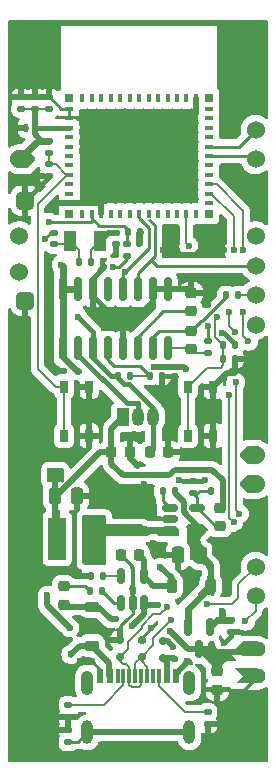
<source format=gbr>
%TF.GenerationSoftware,KiCad,Pcbnew,9.0.1*%
%TF.CreationDate,2025-04-24T12:06:56+02:00*%
%TF.ProjectId,crimpdeq,6372696d-7064-4657-912e-6b696361645f,rev?*%
%TF.SameCoordinates,Original*%
%TF.FileFunction,Copper,L1,Top*%
%TF.FilePolarity,Positive*%
%FSLAX46Y46*%
G04 Gerber Fmt 4.6, Leading zero omitted, Abs format (unit mm)*
G04 Created by KiCad (PCBNEW 9.0.1) date 2025-04-24 12:06:56*
%MOMM*%
%LPD*%
G01*
G04 APERTURE LIST*
G04 Aperture macros list*
%AMRoundRect*
0 Rectangle with rounded corners*
0 $1 Rounding radius*
0 $2 $3 $4 $5 $6 $7 $8 $9 X,Y pos of 4 corners*
0 Add a 4 corners polygon primitive as box body*
4,1,4,$2,$3,$4,$5,$6,$7,$8,$9,$2,$3,0*
0 Add four circle primitives for the rounded corners*
1,1,$1+$1,$2,$3*
1,1,$1+$1,$4,$5*
1,1,$1+$1,$6,$7*
1,1,$1+$1,$8,$9*
0 Add four rect primitives between the rounded corners*
20,1,$1+$1,$2,$3,$4,$5,0*
20,1,$1+$1,$4,$5,$6,$7,0*
20,1,$1+$1,$6,$7,$8,$9,0*
20,1,$1+$1,$8,$9,$2,$3,0*%
%AMFreePoly0*
4,1,6,0.725000,-0.725000,-0.725000,-0.725000,-0.725000,0.125000,-0.125000,0.725000,0.725000,0.725000,0.725000,-0.725000,0.725000,-0.725000,$1*%
%AMFreePoly1*
4,1,31,0.703661,0.741839,0.724803,0.724803,1.359803,0.089803,1.394098,0.026996,1.388993,-0.044382,1.359803,-0.089803,0.724803,-0.724803,0.661996,-0.759098,0.635000,-0.762000,0.000000,-0.762000,-0.012495,-0.758331,-0.074689,-0.758331,-0.221197,-0.729189,-0.359204,-0.672024,-0.483408,-0.589034,-0.589034,-0.483408,-0.672024,-0.359204,-0.729189,-0.221197,-0.758331,-0.074689,-0.758331,0.074689,
-0.729189,0.221197,-0.672024,0.359204,-0.589034,0.483408,-0.483408,0.589034,-0.359204,0.672024,-0.221197,0.729189,-0.074689,0.758331,-0.016866,0.758331,0.000000,0.762000,0.635000,0.762000,0.703661,0.741839,0.703661,0.741839,$1*%
%AMFreePoly2*
4,1,31,0.012495,0.758331,0.074689,0.758331,0.221197,0.729189,0.359204,0.672024,0.483408,0.589034,0.589034,0.483408,0.672024,0.359204,0.729189,0.221197,0.758331,0.074689,0.758331,-0.074689,0.729189,-0.221197,0.672024,-0.359204,0.589034,-0.483408,0.483408,-0.589034,0.359204,-0.672024,0.221197,-0.729189,0.074689,-0.758331,0.016866,-0.758331,0.000000,-0.762000,-0.635000,-0.762000,
-0.703661,-0.741839,-0.724803,-0.724803,-1.359803,-0.089803,-1.394098,-0.026996,-1.388993,0.044382,-1.359803,0.089803,-0.724803,0.724803,-0.661996,0.759098,-0.635000,0.762000,0.000000,0.762000,0.012495,0.758331,0.012495,0.758331,$1*%
%AMFreePoly3*
4,1,24,0.635000,0.000000,0.631942,0.000000,0.631942,-0.062241,0.607657,-0.184331,0.560020,-0.299337,0.490862,-0.402840,0.402840,-0.490862,0.299337,-0.560020,0.184331,-0.607657,0.062241,-0.631942,-0.062241,-0.631942,-0.184331,-0.607657,-0.299337,-0.560020,-0.402840,-0.490862,-0.490862,-0.402840,-0.560020,-0.299337,-0.607657,-0.184331,-0.631942,-0.062241,-0.631942,0.000000,-0.635000,0.000000,
-0.635000,1.905000,0.000000,1.270000,0.635000,1.905000,0.635000,0.000000,0.635000,0.000000,$1*%
%AMFreePoly4*
4,1,24,0.635000,1.270000,0.635000,0.000000,0.631942,0.000000,0.631942,-0.062241,0.607657,-0.184331,0.560020,-0.299337,0.490862,-0.402840,0.402840,-0.490862,0.299337,-0.560020,0.184331,-0.607657,0.062241,-0.631942,-0.062241,-0.631942,-0.184331,-0.607657,-0.299337,-0.560020,-0.402840,-0.490862,-0.490862,-0.402840,-0.560020,-0.299337,-0.607657,-0.184331,-0.631942,-0.062241,-0.631942,0.000000,
-0.635000,0.000000,-0.635000,1.270000,0.000000,1.905000,0.635000,1.270000,0.635000,1.270000,$1*%
G04 Aperture macros list end*
%TA.AperFunction,SMDPad,CuDef*%
%ADD10RoundRect,0.135000X-0.135000X-0.185000X0.135000X-0.185000X0.135000X0.185000X-0.135000X0.185000X0*%
%TD*%
%TA.AperFunction,SMDPad,CuDef*%
%ADD11RoundRect,0.150000X-0.200000X0.150000X-0.200000X-0.150000X0.200000X-0.150000X0.200000X0.150000X0*%
%TD*%
%TA.AperFunction,SMDPad,CuDef*%
%ADD12RoundRect,0.250000X-0.250000X-0.475000X0.250000X-0.475000X0.250000X0.475000X-0.250000X0.475000X0*%
%TD*%
%TA.AperFunction,SMDPad,CuDef*%
%ADD13RoundRect,0.218750X-0.256250X0.218750X-0.256250X-0.218750X0.256250X-0.218750X0.256250X0.218750X0*%
%TD*%
%TA.AperFunction,SMDPad,CuDef*%
%ADD14RoundRect,0.140000X0.170000X-0.140000X0.170000X0.140000X-0.170000X0.140000X-0.170000X-0.140000X0*%
%TD*%
%TA.AperFunction,SMDPad,CuDef*%
%ADD15RoundRect,0.150000X-0.512500X-0.150000X0.512500X-0.150000X0.512500X0.150000X-0.512500X0.150000X0*%
%TD*%
%TA.AperFunction,SMDPad,CuDef*%
%ADD16RoundRect,0.225000X-0.250000X0.225000X-0.250000X-0.225000X0.250000X-0.225000X0.250000X0.225000X0*%
%TD*%
%TA.AperFunction,SMDPad,CuDef*%
%ADD17RoundRect,0.225000X-0.225000X-0.250000X0.225000X-0.250000X0.225000X0.250000X-0.225000X0.250000X0*%
%TD*%
%TA.AperFunction,SMDPad,CuDef*%
%ADD18RoundRect,0.135000X-0.185000X0.135000X-0.185000X-0.135000X0.185000X-0.135000X0.185000X0.135000X0*%
%TD*%
%TA.AperFunction,SMDPad,CuDef*%
%ADD19RoundRect,0.225000X0.250000X-0.225000X0.250000X0.225000X-0.250000X0.225000X-0.250000X-0.225000X0*%
%TD*%
%TA.AperFunction,SMDPad,CuDef*%
%ADD20RoundRect,0.140000X-0.170000X0.140000X-0.170000X-0.140000X0.170000X-0.140000X0.170000X0.140000X0*%
%TD*%
%TA.AperFunction,SMDPad,CuDef*%
%ADD21RoundRect,0.150000X-0.150000X0.587500X-0.150000X-0.587500X0.150000X-0.587500X0.150000X0.587500X0*%
%TD*%
%TA.AperFunction,SMDPad,CuDef*%
%ADD22R,0.650000X1.050000*%
%TD*%
%TA.AperFunction,SMDPad,CuDef*%
%ADD23RoundRect,0.135000X0.135000X0.185000X-0.135000X0.185000X-0.135000X-0.185000X0.135000X-0.185000X0*%
%TD*%
%TA.AperFunction,SMDPad,CuDef*%
%ADD24RoundRect,0.225000X0.225000X0.375000X-0.225000X0.375000X-0.225000X-0.375000X0.225000X-0.375000X0*%
%TD*%
%TA.AperFunction,SMDPad,CuDef*%
%ADD25RoundRect,0.150000X0.150000X-0.512500X0.150000X0.512500X-0.150000X0.512500X-0.150000X-0.512500X0*%
%TD*%
%TA.AperFunction,SMDPad,CuDef*%
%ADD26RoundRect,0.135000X0.185000X-0.135000X0.185000X0.135000X-0.185000X0.135000X-0.185000X-0.135000X0*%
%TD*%
%TA.AperFunction,SMDPad,CuDef*%
%ADD27R,0.800000X0.400000*%
%TD*%
%TA.AperFunction,SMDPad,CuDef*%
%ADD28R,0.400000X0.800000*%
%TD*%
%TA.AperFunction,SMDPad,CuDef*%
%ADD29FreePoly0,0.000000*%
%TD*%
%TA.AperFunction,SMDPad,CuDef*%
%ADD30R,1.450000X1.450000*%
%TD*%
%TA.AperFunction,SMDPad,CuDef*%
%ADD31R,0.700000X0.700000*%
%TD*%
%TA.AperFunction,SMDPad,CuDef*%
%ADD32R,1.500000X3.600000*%
%TD*%
%TA.AperFunction,ComponentPad*%
%ADD33R,1.050000X1.500000*%
%TD*%
%TA.AperFunction,ComponentPad*%
%ADD34O,1.050000X1.500000*%
%TD*%
%TA.AperFunction,SMDPad,CuDef*%
%ADD35R,1.000000X1.800000*%
%TD*%
%TA.AperFunction,SMDPad,CuDef*%
%ADD36RoundRect,0.250000X0.250000X0.475000X-0.250000X0.475000X-0.250000X-0.475000X0.250000X-0.475000X0*%
%TD*%
%TA.AperFunction,SMDPad,CuDef*%
%ADD37RoundRect,0.225000X-0.375000X0.225000X-0.375000X-0.225000X0.375000X-0.225000X0.375000X0.225000X0*%
%TD*%
%TA.AperFunction,SMDPad,CuDef*%
%ADD38RoundRect,0.140000X0.140000X0.170000X-0.140000X0.170000X-0.140000X-0.170000X0.140000X-0.170000X0*%
%TD*%
%TA.AperFunction,ComponentPad*%
%ADD39FreePoly1,0.000000*%
%TD*%
%TA.AperFunction,ComponentPad*%
%ADD40RoundRect,0.381000X-0.381000X-0.381000X0.381000X-0.381000X0.381000X0.381000X-0.381000X0.381000X0*%
%TD*%
%TA.AperFunction,ComponentPad*%
%ADD41C,1.524000*%
%TD*%
%TA.AperFunction,ComponentPad*%
%ADD42FreePoly2,0.000000*%
%TD*%
%TA.AperFunction,ComponentPad*%
%ADD43FreePoly3,90.000000*%
%TD*%
%TA.AperFunction,ComponentPad*%
%ADD44FreePoly4,90.000000*%
%TD*%
%TA.AperFunction,SMDPad,CuDef*%
%ADD45RoundRect,0.050000X0.150000X0.300000X-0.150000X0.300000X-0.150000X-0.300000X0.150000X-0.300000X0*%
%TD*%
%TA.AperFunction,SMDPad,CuDef*%
%ADD46RoundRect,0.150000X0.150000X-0.850000X0.150000X0.850000X-0.150000X0.850000X-0.150000X-0.850000X0*%
%TD*%
%TA.AperFunction,SMDPad,CuDef*%
%ADD47R,0.600000X1.150000*%
%TD*%
%TA.AperFunction,SMDPad,CuDef*%
%ADD48R,0.300000X1.150000*%
%TD*%
%TA.AperFunction,ComponentPad*%
%ADD49O,1.050000X2.100000*%
%TD*%
%TA.AperFunction,ComponentPad*%
%ADD50O,1.000000X2.000000*%
%TD*%
%TA.AperFunction,ViaPad*%
%ADD51C,0.600000*%
%TD*%
%TA.AperFunction,Conductor*%
%ADD52C,0.254000*%
%TD*%
%TA.AperFunction,Conductor*%
%ADD53C,0.508000*%
%TD*%
%TA.AperFunction,Conductor*%
%ADD54C,0.406400*%
%TD*%
%TA.AperFunction,Conductor*%
%ADD55C,0.609600*%
%TD*%
%TA.AperFunction,Conductor*%
%ADD56C,0.152400*%
%TD*%
%TA.AperFunction,Conductor*%
%ADD57C,0.200000*%
%TD*%
G04 APERTURE END LIST*
D10*
%TO.P,R8,1*%
%TO.N,Net-(U3-INA-)*%
X148180000Y-70200000D03*
%TO.P,R8,2*%
%TO.N,A-*%
X149200000Y-70200000D03*
%TD*%
D11*
%TO.P,D10,1,A1*%
%TO.N,USB_D+*%
X141000000Y-100800000D03*
%TO.P,D10,2,A2*%
%TO.N,GND*%
X141000000Y-99400000D03*
%TD*%
D12*
%TO.P,C17,1*%
%TO.N,+3V3*%
X133650000Y-87200000D03*
%TO.P,C17,2*%
%TO.N,GND*%
X135550000Y-87200000D03*
%TD*%
D13*
%TO.P,D1,1,K*%
%TO.N,Net-(D1-K)*%
X134400000Y-94812500D03*
%TO.P,D1,2,A*%
%TO.N,VBUS*%
X134400000Y-96387500D03*
%TD*%
D14*
%TO.P,C7,1*%
%TO.N,IO0*%
X133600000Y-65880000D03*
%TO.P,C7,2*%
%TO.N,GND*%
X133600000Y-64920000D03*
%TD*%
D11*
%TO.P,D9,1,A1*%
%TO.N,Net-(D8-A)*%
X142800000Y-100900000D03*
%TO.P,D9,2,A2*%
%TO.N,GND*%
X142800000Y-99500000D03*
%TD*%
D15*
%TO.P,U6,1,EN*%
%TO.N,ENABLE*%
X143450000Y-88200000D03*
%TO.P,U6,2,GND*%
%TO.N,GND*%
X143450000Y-89150000D03*
%TO.P,U6,3,LX*%
%TO.N,/Buck_Coil*%
X143450000Y-90100000D03*
%TO.P,U6,4,IN*%
%TO.N,+5V*%
X145725000Y-90100000D03*
%TO.P,U6,5,FB*%
%TO.N,Net-(U6-FB)*%
X145725000Y-88200000D03*
%TD*%
D11*
%TO.P,D7,1,A1*%
%TO.N,USB_D-*%
X139200000Y-100800000D03*
%TO.P,D7,2,A2*%
%TO.N,GND*%
X139200000Y-99400000D03*
%TD*%
D16*
%TO.P,C16,1*%
%TO.N,+3V3*%
X147650000Y-88200000D03*
%TO.P,C16,2*%
%TO.N,Net-(U6-FB)*%
X147650000Y-89750000D03*
%TD*%
D17*
%TO.P,C10,1*%
%TO.N,E+*%
X141725000Y-83500000D03*
%TO.P,C10,2*%
%TO.N,GND*%
X143275000Y-83500000D03*
%TD*%
D10*
%TO.P,R6,1*%
%TO.N,Net-(U3-VFB)*%
X141690000Y-77000000D03*
%TO.P,R6,2*%
%TO.N,GND*%
X142710000Y-77000000D03*
%TD*%
D16*
%TO.P,C11,1*%
%TO.N,GND*%
X145200000Y-70000000D03*
%TO.P,C11,2*%
%TO.N,Net-(U3-VBG)*%
X145200000Y-71550000D03*
%TD*%
D18*
%TO.P,R19,1*%
%TO.N,Net-(J2-CC1)*%
X134800000Y-104890000D03*
%TO.P,R19,2*%
%TO.N,GND*%
X134800000Y-105910000D03*
%TD*%
D19*
%TO.P,C12,1*%
%TO.N,Net-(U3-INA+)*%
X145200000Y-74750000D03*
%TO.P,C12,2*%
%TO.N,Net-(U3-INA-)*%
X145200000Y-73200000D03*
%TD*%
D20*
%TO.P,C3,1*%
%TO.N,CHIP_PU*%
X133200000Y-59120000D03*
%TO.P,C3,2*%
%TO.N,GND*%
X133200000Y-60080000D03*
%TD*%
D10*
%TO.P,R11,1*%
%TO.N,IO1_ADC*%
X139890000Y-64800000D03*
%TO.P,R11,2*%
%TO.N,GND*%
X140910000Y-64800000D03*
%TD*%
D21*
%TO.P,Q2,1,G*%
%TO.N,VBUS*%
X146800000Y-98262500D03*
%TO.P,Q2,2,S*%
%TO.N,+5V*%
X144900000Y-98262500D03*
%TO.P,Q2,3,D*%
%TO.N,+BATT*%
X145850000Y-100137500D03*
%TD*%
D22*
%TO.P,SW2,1,1*%
%TO.N,IO9_BOOT*%
X144925000Y-82075000D03*
X144925000Y-77925000D03*
%TO.P,SW2,2,2*%
%TO.N,GND*%
X147075000Y-82075000D03*
X147075000Y-77925000D03*
%TD*%
D14*
%TO.P,C1,1*%
%TO.N,+3V3*%
X133200000Y-54400000D03*
%TO.P,C1,2*%
%TO.N,GND*%
X133200000Y-53440000D03*
%TD*%
%TO.P,C4,1*%
%TO.N,+3V3*%
X130800000Y-54400000D03*
%TO.P,C4,2*%
%TO.N,GND*%
X130800000Y-53440000D03*
%TD*%
D23*
%TO.P,R15,1*%
%TO.N,+3V3*%
X147870000Y-86800000D03*
%TO.P,R15,2*%
%TO.N,Net-(U6-FB)*%
X146850000Y-86800000D03*
%TD*%
D24*
%TO.P,D2,1,K*%
%TO.N,+5V*%
X146850000Y-94800000D03*
%TO.P,D2,2,A*%
%TO.N,VBUS*%
X143550000Y-94800000D03*
%TD*%
D25*
%TO.P,U2,1,STAT*%
%TO.N,Net-(U2-STAT)*%
X139300000Y-96275000D03*
%TO.P,U2,2,VSS*%
%TO.N,GND*%
X140250000Y-96275000D03*
%TO.P,U2,3,VBAT*%
%TO.N,+BATT*%
X141200000Y-96275000D03*
%TO.P,U2,4,VDD*%
%TO.N,VBUS*%
X141200000Y-94000000D03*
%TO.P,U2,5,PROG*%
%TO.N,Net-(U2-PROG)*%
X139300000Y-94000000D03*
%TD*%
D18*
%TO.P,R9,1*%
%TO.N,VBUS*%
X148600000Y-97690000D03*
%TO.P,R9,2*%
%TO.N,GND*%
X148600000Y-98710000D03*
%TD*%
D23*
%TO.P,R10,1*%
%TO.N,+3V3*%
X148910000Y-74375000D03*
%TO.P,R10,2*%
%TO.N,IO9_BOOT*%
X147890000Y-74375000D03*
%TD*%
D18*
%TO.P,R18,1*%
%TO.N,Net-(J2-CC2)*%
X146600000Y-105490000D03*
%TO.P,R18,2*%
%TO.N,GND*%
X146600000Y-106510000D03*
%TD*%
D26*
%TO.P,R17,1*%
%TO.N,Net-(J2-SHELL_GND-PadS1)*%
X134800000Y-108020000D03*
%TO.P,R17,2*%
%TO.N,GND*%
X134800000Y-107000000D03*
%TD*%
D27*
%TO.P,U1,1,GND*%
%TO.N,GND*%
X134900000Y-54400000D03*
%TO.P,U1,2,GND*%
X134900000Y-55200000D03*
%TO.P,U1,3,3V3*%
%TO.N,+3V3*%
X134900000Y-56000000D03*
%TO.P,U1,4,NC*%
%TO.N,unconnected-(U1-NC-Pad4)*%
X134900000Y-56800000D03*
%TO.P,U1,5,GPIO2/ADC1_CH2*%
%TO.N,unconnected-(U1-GPIO2{slash}ADC1_CH2-Pad5)*%
X134900000Y-57600000D03*
%TO.P,U1,6,GPIO3/ADC1_CH3*%
%TO.N,unconnected-(U1-GPIO3{slash}ADC1_CH3-Pad6)*%
X134900000Y-58400000D03*
%TO.P,U1,7,NC*%
%TO.N,unconnected-(U1-NC-Pad7)*%
X134900000Y-59200000D03*
%TO.P,U1,8,EN/CHIP_PU*%
%TO.N,CHIP_PU*%
X134900000Y-60000000D03*
%TO.P,U1,9,NC*%
%TO.N,unconnected-(U1-NC-Pad9)*%
X134900000Y-60800000D03*
%TO.P,U1,10,NC*%
%TO.N,unconnected-(U1-NC-Pad10)*%
X134900000Y-61600000D03*
%TO.P,U1,11,GND*%
%TO.N,GND*%
X134900000Y-62400000D03*
D28*
%TO.P,U1,12,GPIO0/ADC1_CH0/XTAL_32K_P*%
%TO.N,unconnected-(U1-GPIO0{slash}ADC1_CH0{slash}XTAL_32K_P-Pad12)*%
X136000000Y-63300000D03*
%TO.P,U1,13,GPIO1/ADC1_CH1/XTAL_32K_N*%
%TO.N,IO1_ADC*%
X136800000Y-63300000D03*
%TO.P,U1,14,GND*%
%TO.N,GND*%
X137600000Y-63300000D03*
%TO.P,U1,15,NC*%
%TO.N,unconnected-(U1-NC-Pad15)*%
X138400000Y-63300000D03*
%TO.P,U1,16,GPIO10*%
%TO.N,unconnected-(U1-GPIO10-Pad16)*%
X139200000Y-63300000D03*
%TO.P,U1,17,NC*%
%TO.N,unconnected-(U1-NC-Pad17)*%
X140000000Y-63300000D03*
%TO.P,U1,18,GPIO4/ADC1_CH4*%
%TO.N,IO4_DATA*%
X140800000Y-63300000D03*
%TO.P,U1,19,GPIO5/ADC2_CH0*%
%TO.N,IO5_SCK*%
X141600000Y-63300000D03*
%TO.P,U1,20,GPIO6*%
%TO.N,unconnected-(U1-GPIO6-Pad20)*%
X142400000Y-63300000D03*
%TO.P,U1,21,GPIO7*%
%TO.N,unconnected-(U1-GPIO7-Pad21)*%
X143200000Y-63300000D03*
%TO.P,U1,22,GPIO8*%
%TO.N,unconnected-(U1-GPIO8-Pad22)*%
X144000000Y-63300000D03*
%TO.P,U1,23,GPIO9*%
%TO.N,IO9_BOOT*%
X144800000Y-63300000D03*
%TO.P,U1,24,NC*%
%TO.N,unconnected-(U1-NC-Pad24)*%
X145600000Y-63300000D03*
D27*
%TO.P,U1,25,NC*%
%TO.N,unconnected-(U1-NC-Pad25)*%
X146700000Y-62400000D03*
%TO.P,U1,26,GPIO18/USB_D-*%
%TO.N,USB_D-*%
X146700000Y-61600000D03*
%TO.P,U1,27,GPIO19/USB_D+*%
%TO.N,USB_D+*%
X146700000Y-60800000D03*
%TO.P,U1,28,NC*%
%TO.N,unconnected-(U1-NC-Pad28)*%
X146700000Y-60000000D03*
%TO.P,U1,29,NC*%
%TO.N,unconnected-(U1-NC-Pad29)*%
X146700000Y-59200000D03*
%TO.P,U1,30,GPIO20/U0RXD*%
%TO.N,IO20_RX*%
X146700000Y-58400000D03*
%TO.P,U1,31,GPIO21/U0TXD*%
%TO.N,IO21_TX*%
X146700000Y-57600000D03*
%TO.P,U1,32,NC*%
%TO.N,unconnected-(U1-NC-Pad32)*%
X146700000Y-56800000D03*
%TO.P,U1,33,NC*%
%TO.N,unconnected-(U1-NC-Pad33)*%
X146700000Y-56000000D03*
%TO.P,U1,34,NC*%
%TO.N,unconnected-(U1-NC-Pad34)*%
X146700000Y-55200000D03*
%TO.P,U1,35,NC*%
%TO.N,unconnected-(U1-NC-Pad35)*%
X146700000Y-54400000D03*
D28*
%TO.P,U1,36,GND*%
%TO.N,GND*%
X145600000Y-53500000D03*
%TO.P,U1,37*%
%TO.N,N/C*%
X144800000Y-53500000D03*
%TO.P,U1,38*%
X144000000Y-53500000D03*
%TO.P,U1,39*%
X143200000Y-53500000D03*
%TO.P,U1,40*%
X142400000Y-53500000D03*
%TO.P,U1,41*%
X141600000Y-53500000D03*
%TO.P,U1,42*%
X140800000Y-53500000D03*
%TO.P,U1,43*%
X140000000Y-53500000D03*
%TO.P,U1,44*%
X139200000Y-53500000D03*
%TO.P,U1,45*%
X138400000Y-53500000D03*
%TO.P,U1,46*%
X137600000Y-53500000D03*
%TO.P,U1,47*%
X136800000Y-53500000D03*
%TO.P,U1,48*%
X136000000Y-53500000D03*
D29*
%TO.P,U1,49*%
%TO.N,GND*%
X138825000Y-56425000D03*
D30*
X138825000Y-58400000D03*
X138825000Y-60375000D03*
X140800000Y-56425000D03*
X140800000Y-58400000D03*
X140800000Y-60375000D03*
X142775000Y-56425000D03*
X142775000Y-58400000D03*
X142775000Y-60375000D03*
D31*
%TO.P,U1,50*%
%TO.N,N/C*%
X146750000Y-53450000D03*
%TO.P,U1,51*%
X146750000Y-63350000D03*
%TO.P,U1,52*%
X134850000Y-63350000D03*
%TO.P,U1,53*%
X134850000Y-53450000D03*
%TD*%
D23*
%TO.P,R3,1*%
%TO.N,Net-(U2-STAT)*%
X137620000Y-95200000D03*
%TO.P,R3,2*%
%TO.N,Net-(D1-K)*%
X136600000Y-95200000D03*
%TD*%
D32*
%TO.P,L1,1*%
%TO.N,/Buck_Coil*%
X136925000Y-90800000D03*
%TO.P,L1,2*%
%TO.N,+3V3*%
X133875000Y-90800000D03*
%TD*%
D14*
%TO.P,C2,1*%
%TO.N,+3V3*%
X132000000Y-54400000D03*
%TO.P,C2,2*%
%TO.N,GND*%
X132000000Y-53440000D03*
%TD*%
D26*
%TO.P,R16,1*%
%TO.N,Net-(U6-FB)*%
X145340000Y-86910000D03*
%TO.P,R16,2*%
%TO.N,GND*%
X145340000Y-85890000D03*
%TD*%
D33*
%TO.P,Q1,1,E*%
%TO.N,+3V3*%
X139460000Y-80500000D03*
D34*
%TO.P,Q1,2,B*%
%TO.N,Net-(Q1-B)*%
X140730000Y-80500000D03*
%TO.P,Q1,3,C*%
%TO.N,E+*%
X142000000Y-80500000D03*
%TD*%
D26*
%TO.P,R12,1*%
%TO.N,+BATT*%
X139800000Y-66910000D03*
%TO.P,R12,2*%
%TO.N,IO1_ADC*%
X139800000Y-65890000D03*
%TD*%
D20*
%TO.P,C8,1*%
%TO.N,IO1*%
X138800000Y-64920000D03*
%TO.P,C8,2*%
%TO.N,GND*%
X138800000Y-65880000D03*
%TD*%
D18*
%TO.P,R1,1*%
%TO.N,+3V3*%
X133200000Y-57090000D03*
%TO.P,R1,2*%
%TO.N,CHIP_PU*%
X133200000Y-58110000D03*
%TD*%
D23*
%TO.P,R14,1*%
%TO.N,+5V*%
X143850000Y-86800000D03*
%TO.P,R14,2*%
%TO.N,ENABLE*%
X142830000Y-86800000D03*
%TD*%
D35*
%TO.P,Y1,1,1*%
%TO.N,IO0*%
X134950000Y-65600000D03*
%TO.P,Y1,2,2*%
%TO.N,IO1*%
X137450000Y-65600000D03*
%TD*%
D26*
%TO.P,R7,1*%
%TO.N,Net-(U3-INA+)*%
X146600000Y-75085000D03*
%TO.P,R7,2*%
%TO.N,A+*%
X146600000Y-74065000D03*
%TD*%
D17*
%TO.P,C9,1*%
%TO.N,+3V3*%
X138450000Y-83500000D03*
%TO.P,C9,2*%
%TO.N,GND*%
X140000000Y-83500000D03*
%TD*%
%TO.P,C5,1*%
%TO.N,GND*%
X139225000Y-92200000D03*
%TO.P,C5,2*%
%TO.N,VBUS*%
X140775000Y-92200000D03*
%TD*%
D36*
%TO.P,C15,1*%
%TO.N,+5V*%
X146000000Y-92200000D03*
%TO.P,C15,2*%
%TO.N,GND*%
X144100000Y-92200000D03*
%TD*%
D16*
%TO.P,C6,1*%
%TO.N,+BATT*%
X147400000Y-102025000D03*
%TO.P,C6,2*%
%TO.N,GND*%
X147400000Y-103575000D03*
%TD*%
D37*
%TO.P,D8,1,K*%
%TO.N,VBUS*%
X136800000Y-96550000D03*
%TO.P,D8,2,A*%
%TO.N,Net-(D8-A)*%
X136800000Y-99850000D03*
%TD*%
D22*
%TO.P,SW1,1,1*%
%TO.N,CHIP_PU*%
X134425000Y-82075000D03*
X134425000Y-77925000D03*
%TO.P,SW1,2,2*%
%TO.N,GND*%
X136575000Y-82075000D03*
X136575000Y-77925000D03*
%TD*%
D38*
%TO.P,C14,1*%
%TO.N,GND*%
X148880000Y-75575000D03*
%TO.P,C14,2*%
%TO.N,IO9_BOOT*%
X147920000Y-75575000D03*
%TD*%
D10*
%TO.P,R2,1*%
%TO.N,GND*%
X136690000Y-94000000D03*
%TO.P,R2,2*%
%TO.N,Net-(U2-PROG)*%
X137710000Y-94000000D03*
%TD*%
D39*
%TO.P,U4,1,3V3*%
%TO.N,+3V3*%
X130660000Y-58685000D03*
D40*
%TO.P,U4,2,GND*%
%TO.N,GND*%
X131160000Y-62185000D03*
D41*
%TO.P,U4,3,A1/GPIO1*%
%TO.N,IO1_ADC*%
X130660000Y-65185000D03*
%TO.P,U4,4,A4/GPIO4*%
%TO.N,IO4_DATA*%
X150660000Y-65185000D03*
%TO.P,U4,5,A5/GPIO5*%
%TO.N,IO5_SCK*%
X150660000Y-67685000D03*
%TO.P,U4,6,TXD/GPIO21*%
%TO.N,IO21_TX*%
X150660000Y-56185000D03*
%TO.P,U4,7,RXD/GPIO20*%
%TO.N,IO20_RX*%
X150660000Y-58685000D03*
%TO.P,U4,8,USB_D-/GPIO18*%
%TO.N,USB_D-*%
X150660000Y-93185000D03*
%TO.P,U4,9,USB_D+/GPIO19*%
%TO.N,USB_D+*%
X150660000Y-95685000D03*
D42*
%TO.P,U4,10,VBUS*%
%TO.N,VBUS*%
X150660000Y-86185000D03*
%TO.P,U4,11,VBAT*%
%TO.N,+BATT*%
X150660000Y-83685000D03*
D41*
%TO.P,U4,12,A+*%
%TO.N,A+*%
X150660000Y-72685000D03*
%TO.P,U4,13,A-*%
%TO.N,A-*%
X150660000Y-70185000D03*
D40*
%TO.P,U4,14,E-*%
%TO.N,GND*%
X131160000Y-70685000D03*
D41*
%TO.P,U4,15,E+*%
%TO.N,E+*%
X130660000Y-68185000D03*
D43*
%TO.P,U4,16,BAT-*%
%TO.N,GND*%
X150820000Y-102450000D03*
D44*
%TO.P,U4,17,BAT+*%
%TO.N,+BATT*%
X150820000Y-100185000D03*
%TD*%
D45*
%TO.P,D3,1,A1*%
%TO.N,+3V3*%
X131950000Y-56000000D03*
%TO.P,D3,2,A2*%
%TO.N,GND*%
X131250000Y-56000000D03*
%TD*%
D10*
%TO.P,R5,1*%
%TO.N,E+*%
X138980000Y-77000000D03*
%TO.P,R5,2*%
%TO.N,Net-(U3-VFB)*%
X140000000Y-77000000D03*
%TD*%
D46*
%TO.P,U3,1,VSUP*%
%TO.N,+3V3*%
X134355000Y-74700000D03*
%TO.P,U3,2,BASE*%
%TO.N,Net-(Q1-B)*%
X135625000Y-74700000D03*
%TO.P,U3,3,AVDD*%
%TO.N,E+*%
X136895000Y-74700000D03*
%TO.P,U3,4,VFB*%
%TO.N,Net-(U3-VFB)*%
X138165000Y-74700000D03*
%TO.P,U3,5,AGND*%
%TO.N,GND*%
X139435000Y-74700000D03*
%TO.P,U3,6,VBG*%
%TO.N,Net-(U3-VBG)*%
X140705000Y-74700000D03*
%TO.P,U3,7,INA-*%
%TO.N,Net-(U3-INA-)*%
X141975000Y-74700000D03*
%TO.P,U3,8,INA+*%
%TO.N,Net-(U3-INA+)*%
X143245000Y-74700000D03*
%TO.P,U3,9,INB-*%
%TO.N,GND*%
X143245000Y-69700000D03*
%TO.P,U3,10,INB+*%
X141975000Y-69700000D03*
%TO.P,U3,11,PD_SCK*%
%TO.N,IO5_SCK*%
X140705000Y-69700000D03*
%TO.P,U3,12,DOUT*%
%TO.N,IO4_DATA*%
X139435000Y-69700000D03*
%TO.P,U3,13,XO*%
%TO.N,unconnected-(U3-XO-Pad13)*%
X138165000Y-69700000D03*
%TO.P,U3,14,XI*%
%TO.N,GND*%
X136895000Y-69700000D03*
%TO.P,U3,15,RATE*%
%TO.N,+3V3*%
X135625000Y-69700000D03*
%TO.P,U3,16,DVDD*%
X134355000Y-69700000D03*
%TD*%
D10*
%TO.P,R4,1*%
%TO.N,IO0*%
X135690000Y-67400000D03*
%TO.P,R4,2*%
%TO.N,IO1*%
X136710000Y-67400000D03*
%TD*%
D47*
%TO.P,J2,A1_B12,GND*%
%TO.N,GND*%
X137520000Y-102445000D03*
%TO.P,J2,A4_B9,VBUS*%
%TO.N,Net-(D8-A)*%
X138320000Y-102445000D03*
D48*
%TO.P,J2,A5,CC1*%
%TO.N,Net-(J2-CC1)*%
X139470000Y-102445000D03*
%TO.P,J2,A6,DP1*%
%TO.N,USB_D+*%
X140470000Y-102445000D03*
%TO.P,J2,A7,DN1*%
%TO.N,USB_D-*%
X140970000Y-102445000D03*
%TO.P,J2,A8,SBU1*%
%TO.N,unconnected-(J2-SBU1-PadA8)*%
X141970000Y-102445000D03*
D47*
%TO.P,J2,B1_A12,GND*%
%TO.N,GND*%
X143920000Y-102445000D03*
%TO.P,J2,B4_A9,VBUS*%
%TO.N,Net-(D8-A)*%
X143120000Y-102445000D03*
D48*
%TO.P,J2,B5,CC2*%
%TO.N,Net-(J2-CC2)*%
X142470000Y-102445000D03*
%TO.P,J2,B6,DP2*%
%TO.N,USB_D+*%
X141470000Y-102445000D03*
%TO.P,J2,B7,DN2*%
%TO.N,USB_D-*%
X139970000Y-102445000D03*
%TO.P,J2,B8,SBU2*%
%TO.N,unconnected-(J2-SBU2-PadB8)*%
X138970000Y-102445000D03*
D49*
%TO.P,J2,S1,SHELL_GND*%
%TO.N,Net-(J2-SHELL_GND-PadS1)*%
X136400000Y-103020000D03*
D50*
%TO.P,J2,S2,SHELL_GND*%
X136400000Y-107200000D03*
%TO.P,J2,S3,SHELL_GND*%
X145040000Y-107200000D03*
D49*
%TO.P,J2,S4,SHELL_GND*%
X145040000Y-103020000D03*
%TD*%
D51*
%TO.N,GND*%
X151400000Y-53200000D03*
X137600000Y-54800000D03*
X149000000Y-105000000D03*
X130600000Y-74800000D03*
X148400000Y-55400000D03*
X132200000Y-99800000D03*
X148800000Y-93200000D03*
X151400000Y-50600000D03*
X146400000Y-85800000D03*
X143200000Y-54800000D03*
X143800000Y-77000000D03*
X147800000Y-91400000D03*
X141800000Y-98400000D03*
X139800000Y-59400000D03*
X140000000Y-54800000D03*
X150400000Y-52800000D03*
X130600000Y-78200000D03*
X148800000Y-91800000D03*
X138800000Y-62000000D03*
X132200000Y-52000000D03*
X145999905Y-66399999D03*
X141800000Y-57400000D03*
X148000000Y-105000000D03*
X140266841Y-95066841D03*
X151400000Y-54400000D03*
X145200000Y-60400000D03*
X137800000Y-67800000D03*
X138200000Y-87600000D03*
X139800000Y-57400000D03*
X138400000Y-54800000D03*
X136000000Y-54800000D03*
X136000000Y-58000000D03*
X148800000Y-76800000D03*
X142800000Y-66400000D03*
X140600000Y-84600000D03*
X142400000Y-54800000D03*
X148400000Y-52800000D03*
X151400000Y-51800000D03*
X145200000Y-61800000D03*
X131200000Y-52000000D03*
X143600000Y-66400000D03*
X148000000Y-99600000D03*
X133800000Y-93600000D03*
X146600000Y-71000000D03*
X151200000Y-98200000D03*
X145600000Y-54800000D03*
X144600000Y-84000000D03*
X141600000Y-89000000D03*
X136600000Y-61400000D03*
X133000000Y-67600000D03*
X132200000Y-102000000D03*
X140800000Y-54800000D03*
X139400000Y-72800000D03*
X150400000Y-79600000D03*
X143666841Y-99933159D03*
X141800000Y-59400000D03*
X146600000Y-69400000D03*
X130200000Y-57000000D03*
X134400000Y-102800000D03*
X133000000Y-71000000D03*
X130200000Y-52000000D03*
X142000000Y-91200000D03*
X131000000Y-72600000D03*
X139200000Y-54800000D03*
X136800000Y-54800000D03*
X134400000Y-103800000D03*
X135600000Y-93600000D03*
X150800000Y-61200000D03*
X141000000Y-87600000D03*
X140800000Y-65800000D03*
X141600000Y-54800000D03*
X145200000Y-58600000D03*
X144800000Y-54800000D03*
X144200000Y-85800000D03*
X148000000Y-66400000D03*
X149800000Y-61200000D03*
X136000000Y-56400000D03*
X138800000Y-66800000D03*
X136800000Y-101200000D03*
X133400000Y-52000000D03*
X133000000Y-73200000D03*
X150400000Y-78000000D03*
X148600000Y-59400000D03*
X145600000Y-83600000D03*
X136000000Y-57200000D03*
X137000000Y-58600000D03*
X133200000Y-62800000D03*
X143205659Y-92205659D03*
X144000000Y-54800000D03*
X141200000Y-86200000D03*
X138200000Y-86200000D03*
X134400000Y-76600000D03*
X140800000Y-71800000D03*
X148600000Y-60400000D03*
X148400000Y-54000000D03*
X149400000Y-52800000D03*
X144376651Y-68780533D03*
X150400000Y-81200000D03*
X136000000Y-55600000D03*
X132800000Y-65400000D03*
X135800000Y-101200000D03*
X130200000Y-56000000D03*
X144950485Y-101200000D03*
X147000000Y-66400000D03*
%TO.N,+3V3*%
X147800000Y-73400000D03*
X134200000Y-67600000D03*
X135600000Y-76600000D03*
%TO.N,VBUS*%
X142600000Y-93200000D03*
X138800000Y-97600000D03*
X147800000Y-96915358D03*
%TO.N,+BATT*%
X144800000Y-76400000D03*
X140200000Y-98200000D03*
X142400000Y-96400000D03*
X134934026Y-98354000D03*
X138600000Y-67800000D03*
X142093277Y-76236706D03*
X143400000Y-98600000D03*
X133000000Y-95600000D03*
%TO.N,E+*%
X135600000Y-72000000D03*
%TO.N,IO9_BOOT*%
X145000000Y-66000000D03*
X147400000Y-72000000D03*
%TO.N,USB_D-*%
X148906346Y-73311999D03*
X146556239Y-96334358D03*
X148981635Y-77579110D03*
X148400000Y-71600000D03*
X143185641Y-96550905D03*
X148800000Y-66400000D03*
X149291580Y-88691580D03*
%TO.N,Net-(D8-A)*%
X135000000Y-100600000D03*
X143800000Y-101000000D03*
%TO.N,USB_D+*%
X148800000Y-89400000D03*
X148403630Y-78600000D03*
X150054000Y-74089310D03*
X149800000Y-97800000D03*
X143533159Y-97666841D03*
X149600000Y-71600000D03*
X149600000Y-66400000D03*
%TO.N,A+*%
X146600000Y-72800000D03*
%TO.N,IO1_ADC*%
X133200000Y-64000000D03*
%TO.N,IO4_DATA*%
X139600000Y-68200000D03*
%TD*%
D52*
%TO.N,GND*%
X139200000Y-98200000D02*
X139800000Y-97600000D01*
D53*
X137600000Y-62592000D02*
X137408000Y-62400000D01*
X143233682Y-99500000D02*
X143666841Y-99933159D01*
X143954000Y-66754000D02*
X145645904Y-66754000D01*
D52*
X133280000Y-64920000D02*
X132800000Y-65400000D01*
X133600000Y-64920000D02*
X133280000Y-64920000D01*
X149695000Y-103575000D02*
X147400000Y-103575000D01*
D54*
X139400000Y-72800000D02*
X136895000Y-70295000D01*
D53*
X138800000Y-66778342D02*
X138789171Y-66789171D01*
D54*
X133200000Y-60080000D02*
X133200000Y-60145000D01*
X148880000Y-76720000D02*
X148800000Y-76800000D01*
D55*
X140000000Y-83500000D02*
X140000000Y-84000000D01*
D54*
X131250000Y-56000000D02*
X130200000Y-56000000D01*
D52*
X143211318Y-92200000D02*
X143205659Y-92205659D01*
D54*
X131160000Y-70685000D02*
X131160000Y-72440000D01*
X136690000Y-94000000D02*
X136000000Y-94000000D01*
D52*
X133200000Y-53440000D02*
X133214318Y-53440000D01*
D54*
X136895000Y-69700000D02*
X136895000Y-68705000D01*
D52*
X140250000Y-96275000D02*
X140250000Y-95083682D01*
D53*
X138800000Y-65880000D02*
X138800000Y-66778342D01*
X145600000Y-53500000D02*
X145600000Y-54800000D01*
D52*
X139800000Y-97600000D02*
X140250000Y-97150000D01*
D53*
X143920000Y-102445000D02*
X143920000Y-102230485D01*
D54*
X141975000Y-69700000D02*
X143245000Y-69700000D01*
X131160000Y-72440000D02*
X131000000Y-72600000D01*
D52*
X140250000Y-97150000D02*
X140250000Y-96275000D01*
X143205659Y-92205659D02*
X143005659Y-92205659D01*
D54*
X148600000Y-99000000D02*
X148000000Y-99600000D01*
D53*
X133600000Y-62400000D02*
X133200000Y-62800000D01*
X137408000Y-62400000D02*
X134900000Y-62400000D01*
D55*
X140000000Y-84000000D02*
X140600000Y-84600000D01*
D52*
X137520000Y-101920000D02*
X136800000Y-101200000D01*
D54*
X142710000Y-77000000D02*
X143800000Y-77000000D01*
D52*
X144100000Y-92200000D02*
X143211318Y-92200000D01*
D53*
X137600000Y-63300000D02*
X137600000Y-62592000D01*
X145999906Y-66400000D02*
X145999905Y-66399999D01*
X142800000Y-99500000D02*
X143233682Y-99500000D01*
D55*
X140800000Y-65800000D02*
X140800000Y-64910000D01*
D52*
X141750000Y-89150000D02*
X141600000Y-89000000D01*
D53*
X134900000Y-62400000D02*
X133600000Y-62400000D01*
X143245000Y-69700000D02*
X144900000Y-69700000D01*
D54*
X136895000Y-68705000D02*
X137800000Y-67800000D01*
X141975000Y-70625000D02*
X140800000Y-71800000D01*
D52*
X137520000Y-102445000D02*
X137520000Y-101920000D01*
D53*
X143600000Y-66400000D02*
X143954000Y-66754000D01*
D52*
X134174318Y-54400000D02*
X134900000Y-54400000D01*
D56*
X139505000Y-74900000D02*
X139505000Y-73900001D01*
D52*
X133214318Y-53440000D02*
X134174318Y-54400000D01*
D53*
X145645904Y-66754000D02*
X145999905Y-66399999D01*
D52*
X134900000Y-54400000D02*
X134900000Y-55200000D01*
X143005659Y-92205659D02*
X142000000Y-91200000D01*
D54*
X136000000Y-94000000D02*
X135600000Y-93600000D01*
X139435000Y-74700000D02*
X139435000Y-72835000D01*
D52*
X141000000Y-99400000D02*
X141000000Y-99200000D01*
D54*
X136895000Y-70295000D02*
X136895000Y-69700000D01*
X141975000Y-69700000D02*
X141975000Y-70625000D01*
D52*
X140266841Y-93241841D02*
X140266841Y-95066841D01*
X150820000Y-102450000D02*
X149695000Y-103575000D01*
X143450000Y-89150000D02*
X141750000Y-89150000D01*
D54*
X148880000Y-75575000D02*
X148880000Y-76720000D01*
D53*
X143600000Y-66400000D02*
X142800000Y-66400000D01*
X147075000Y-77925000D02*
X148200000Y-76800000D01*
D54*
X133200000Y-60145000D02*
X131160000Y-62185000D01*
X139435000Y-72835000D02*
X139400000Y-72800000D01*
X148600000Y-98710000D02*
X148600000Y-99000000D01*
D52*
X141000000Y-99200000D02*
X141800000Y-98400000D01*
X139200000Y-99400000D02*
X139200000Y-98200000D01*
D53*
X148200000Y-76800000D02*
X148800000Y-76800000D01*
D52*
X140250000Y-95083682D02*
X140266841Y-95066841D01*
D53*
X145000000Y-101200000D02*
X144950485Y-101200000D01*
X148000000Y-66400000D02*
X145999906Y-66400000D01*
X144900000Y-69700000D02*
X145200000Y-70000000D01*
D55*
X140800000Y-64910000D02*
X140910000Y-64800000D01*
D53*
X143920000Y-102230485D02*
X144950485Y-101200000D01*
D52*
X139225000Y-92200000D02*
X140266841Y-93241841D01*
D53*
%TO.N,+3V3*%
X138450000Y-83500000D02*
X138450000Y-81510000D01*
X147870000Y-86800000D02*
X147870000Y-87980000D01*
X147870000Y-85870000D02*
X147870000Y-86800000D01*
X132000000Y-55950000D02*
X131950000Y-56000000D01*
X133650000Y-87200000D02*
X133650000Y-90575000D01*
D54*
X148910000Y-74375000D02*
X148910000Y-74310128D01*
D53*
X132490000Y-57090000D02*
X131950000Y-56550000D01*
D55*
X132255000Y-57090000D02*
X133200000Y-57090000D01*
D53*
X133650000Y-87200000D02*
X133800000Y-87200000D01*
X138450000Y-81510000D02*
X139460000Y-80500000D01*
D56*
X130800000Y-54400000D02*
X133200000Y-54400000D01*
D55*
X134355000Y-69700000D02*
X134355000Y-74700000D01*
D54*
X148910000Y-74310128D02*
X147999872Y-73400000D01*
D53*
X147870000Y-87980000D02*
X147650000Y-88200000D01*
D55*
X134355000Y-69700000D02*
X134355000Y-67755000D01*
D54*
X134900000Y-56000000D02*
X131950000Y-56000000D01*
D53*
X147000000Y-85000000D02*
X147870000Y-85870000D01*
D54*
X147999872Y-73400000D02*
X147800000Y-73400000D01*
D53*
X133200000Y-57090000D02*
X132490000Y-57090000D01*
D55*
X134355000Y-75416840D02*
X135538160Y-76600000D01*
X135538160Y-76600000D02*
X135600000Y-76600000D01*
D53*
X139446000Y-85446000D02*
X143354000Y-85446000D01*
X133650000Y-90575000D02*
X133875000Y-90800000D01*
X143354000Y-85446000D02*
X143800000Y-85000000D01*
X138450000Y-84450000D02*
X139446000Y-85446000D01*
D55*
X134355000Y-74700000D02*
X134355000Y-75416840D01*
D53*
X131950000Y-56550000D02*
X131950000Y-56000000D01*
X143800000Y-85000000D02*
X147000000Y-85000000D01*
D55*
X130660000Y-58685000D02*
X132255000Y-57090000D01*
D53*
X138450000Y-83500000D02*
X138450000Y-84450000D01*
D55*
X134355000Y-69700000D02*
X135625000Y-69700000D01*
D53*
X137500000Y-83500000D02*
X138450000Y-83500000D01*
D55*
X134355000Y-67755000D02*
X134200000Y-67600000D01*
D53*
X133800000Y-87200000D02*
X137500000Y-83500000D01*
X132000000Y-54400000D02*
X132000000Y-55950000D01*
D56*
%TO.N,CHIP_PU*%
X132200000Y-62500000D02*
X132200000Y-76400000D01*
X133725000Y-77925000D02*
X134425000Y-77925000D01*
X134425000Y-82075000D02*
X134425000Y-77925000D01*
X132200000Y-76400000D02*
X133725000Y-77925000D01*
X133720000Y-59120000D02*
X134600000Y-60000000D01*
X133200000Y-59120000D02*
X133720000Y-59120000D01*
X134700000Y-60000000D02*
X132200000Y-62500000D01*
X134900000Y-60000000D02*
X134700000Y-60000000D01*
X134600000Y-60000000D02*
X134900000Y-60000000D01*
X133200000Y-59120000D02*
X133200000Y-58110000D01*
D53*
%TO.N,VBUS*%
X138400000Y-97600000D02*
X137350000Y-96550000D01*
D55*
X147372500Y-97690000D02*
X147800000Y-97690000D01*
D53*
X143550000Y-94800000D02*
X143550000Y-94150000D01*
D55*
X147800000Y-97690000D02*
X147800000Y-96915358D01*
D53*
X143550000Y-94150000D02*
X142600000Y-93200000D01*
X141200000Y-94000000D02*
X141200000Y-92625000D01*
D55*
X147800000Y-97690000D02*
X148600000Y-97690000D01*
D53*
X138800000Y-97600000D02*
X138400000Y-97600000D01*
X137350000Y-96550000D02*
X136800000Y-96550000D01*
X142000000Y-94800000D02*
X141200000Y-94000000D01*
X136800000Y-96550000D02*
X134562500Y-96550000D01*
X141200000Y-92625000D02*
X140775000Y-92200000D01*
D55*
X146800000Y-98262500D02*
X147372500Y-97690000D01*
D53*
X143375000Y-94800000D02*
X142000000Y-94800000D01*
X134562500Y-96550000D02*
X134400000Y-96387500D01*
%TO.N,+BATT*%
X144937500Y-100137500D02*
X143400000Y-98600000D01*
X142400000Y-96400000D02*
X141325000Y-96400000D01*
D54*
X146875000Y-101037500D02*
X146837500Y-101000000D01*
X147400000Y-101400000D02*
X147400000Y-101037500D01*
D53*
X146150000Y-100437500D02*
X146800000Y-100437500D01*
D54*
X147400000Y-101037500D02*
X146875000Y-101037500D01*
X147400000Y-102025000D02*
X147400000Y-101687500D01*
X148037500Y-101000000D02*
X148600000Y-100437500D01*
D53*
X145850000Y-100137500D02*
X144937500Y-100137500D01*
D52*
X139113288Y-67800000D02*
X139800000Y-67113288D01*
D54*
X148000000Y-101000000D02*
X148000000Y-100437500D01*
X148000000Y-101000000D02*
X148037500Y-101000000D01*
D53*
X141200000Y-97200000D02*
X140200000Y-98200000D01*
D54*
X147400000Y-101687500D02*
X146756250Y-101043750D01*
D53*
X146800000Y-100437500D02*
X147400000Y-100437500D01*
D54*
X146756250Y-101043750D02*
X145850000Y-100137500D01*
D53*
X134934026Y-98354000D02*
X133190013Y-96609987D01*
X141200000Y-96275000D02*
X141200000Y-97200000D01*
D55*
X149240000Y-100185000D02*
X150820000Y-100185000D01*
D54*
X147400000Y-101400000D02*
X147600000Y-101400000D01*
D52*
X139800000Y-67113288D02*
X139800000Y-66910000D01*
D54*
X147400000Y-102025000D02*
X147400000Y-101400000D01*
X146800000Y-101000000D02*
X146837500Y-101000000D01*
X147400000Y-101037500D02*
X148000000Y-100437500D01*
D53*
X142103983Y-76226000D02*
X142093277Y-76236706D01*
D54*
X146837500Y-101000000D02*
X147400000Y-100437500D01*
X146800000Y-101000000D02*
X146800000Y-100437500D01*
D53*
X145850000Y-100137500D02*
X146150000Y-100437500D01*
D52*
X138600000Y-67800000D02*
X139113288Y-67800000D01*
D53*
X133190013Y-96609987D02*
X133000000Y-96419974D01*
X148600000Y-100437500D02*
X150567500Y-100437500D01*
X144800000Y-76400000D02*
X144626000Y-76226000D01*
X133000000Y-96419974D02*
X133000000Y-95600000D01*
D54*
X147400000Y-101037500D02*
X147400000Y-100437500D01*
D53*
X150567500Y-100437500D02*
X150820000Y-100185000D01*
X144626000Y-76226000D02*
X142103983Y-76226000D01*
X147400000Y-100437500D02*
X148000000Y-100437500D01*
X141325000Y-96400000D02*
X141200000Y-96275000D01*
D54*
X146756250Y-101043750D02*
X146800000Y-101000000D01*
X147600000Y-101400000D02*
X148000000Y-101000000D01*
D53*
X148000000Y-100437500D02*
X148600000Y-100437500D01*
D56*
%TO.N,IO0*%
X133600000Y-65880000D02*
X134670000Y-65880000D01*
X135690000Y-67400000D02*
X135690000Y-66340000D01*
X134670000Y-65880000D02*
X134950000Y-65600000D01*
X135690000Y-66340000D02*
X134950000Y-65600000D01*
%TO.N,IO1*%
X136710000Y-67400000D02*
X136710000Y-66340000D01*
D53*
X138800000Y-64920000D02*
X138130000Y-64920000D01*
D56*
X137730000Y-65880000D02*
X137450000Y-65600000D01*
D53*
X138130000Y-64920000D02*
X137450000Y-65600000D01*
D56*
X136710000Y-66340000D02*
X137450000Y-65600000D01*
D54*
%TO.N,E+*%
X138980000Y-77180000D02*
X138980000Y-77000000D01*
X138400000Y-77000000D02*
X138980000Y-77000000D01*
X136895000Y-75495000D02*
X138400000Y-77000000D01*
X142000000Y-79756021D02*
X139967179Y-77723200D01*
X136895000Y-74700000D02*
X136895000Y-75495000D01*
D56*
X136965000Y-75565000D02*
X136965000Y-74900000D01*
D54*
X142000000Y-80500000D02*
X142000000Y-83225000D01*
X136895000Y-74700000D02*
X136895000Y-73295000D01*
X136895000Y-73295000D02*
X135600000Y-72000000D01*
X139967179Y-77723200D02*
X139523200Y-77723200D01*
X139523200Y-77723200D02*
X138980000Y-77180000D01*
X142000000Y-83225000D02*
X141725000Y-83500000D01*
X142000000Y-80500000D02*
X142000000Y-79756021D01*
D52*
%TO.N,Net-(U3-VBG)*%
X140705000Y-74700000D02*
X140705000Y-73700001D01*
X142855001Y-71550000D02*
X145200000Y-71550000D01*
X140705000Y-73700001D02*
X142855001Y-71550000D01*
D57*
%TO.N,A-*%
X150645000Y-70200000D02*
X150660000Y-70185000D01*
X149200000Y-70200000D02*
X150645000Y-70200000D01*
D56*
%TO.N,Net-(U3-INA+)*%
X143445000Y-74675000D02*
X145125000Y-74675000D01*
X145200000Y-74750000D02*
X145375000Y-74750000D01*
X145125000Y-74675000D02*
X145200000Y-74750000D01*
X145375000Y-74750000D02*
X145710000Y-75085000D01*
X145710000Y-75085000D02*
X146600000Y-75085000D01*
%TO.N,IO9_BOOT*%
X144800000Y-65800000D02*
X144800000Y-63300000D01*
X147920000Y-75575000D02*
X147920000Y-74405000D01*
X146520000Y-76330000D02*
X147695000Y-76330000D01*
X147890000Y-74375000D02*
X147200000Y-73685000D01*
X144925000Y-82075000D02*
X144925000Y-77925000D01*
X147920000Y-76105000D02*
X147920000Y-75575000D01*
X144925000Y-77925000D02*
X146520000Y-76330000D01*
X147200000Y-73685000D02*
X147200000Y-72200000D01*
X147920000Y-74405000D02*
X147890000Y-74375000D01*
X147695000Y-76330000D02*
X147920000Y-76105000D01*
X147200000Y-72200000D02*
X147400000Y-72000000D01*
X145000000Y-66000000D02*
X144800000Y-65800000D01*
D55*
%TO.N,+5V*%
X144900000Y-96750000D02*
X146850000Y-94800000D01*
D53*
X144566500Y-87693214D02*
X143850000Y-86976714D01*
X146850000Y-93050000D02*
X146000000Y-92200000D01*
X145725000Y-91925000D02*
X146000000Y-92200000D01*
X145725000Y-90100000D02*
X145725000Y-91925000D01*
X143850000Y-86976714D02*
X143850000Y-86800000D01*
X145725000Y-90100000D02*
X145725000Y-89720842D01*
X144566500Y-88562342D02*
X144566500Y-87693214D01*
X146850000Y-94800000D02*
X146850000Y-93050000D01*
X145725000Y-89720842D02*
X144566500Y-88562342D01*
D55*
X144900000Y-98262500D02*
X144900000Y-96750000D01*
D52*
%TO.N,Net-(U6-FB)*%
X145725000Y-88200000D02*
X145725000Y-87295000D01*
X145740000Y-86910000D02*
X145340000Y-86910000D01*
X147275000Y-89750000D02*
X145725000Y-88200000D01*
X147650000Y-89750000D02*
X147275000Y-89750000D01*
X145850000Y-86800000D02*
X145740000Y-86910000D01*
X145725000Y-87295000D02*
X145340000Y-86910000D01*
X145850000Y-88075000D02*
X145725000Y-88200000D01*
X146850000Y-86800000D02*
X145850000Y-86800000D01*
%TO.N,Net-(D1-K)*%
X134400000Y-94812500D02*
X136212500Y-94812500D01*
X136212500Y-94812500D02*
X136600000Y-95200000D01*
D56*
%TO.N,USB_D-*%
X139970000Y-103170000D02*
X139970000Y-102445000D01*
X149291580Y-88691580D02*
X148979830Y-88379830D01*
X139200000Y-100800000D02*
X139826200Y-100173800D01*
X143200000Y-96565264D02*
X143185641Y-96550905D01*
X140792400Y-103400000D02*
X140200000Y-103400000D01*
X148400000Y-72805653D02*
X148906346Y-73311999D01*
X142000000Y-97200000D02*
X142600000Y-97200000D01*
X149200000Y-95800000D02*
X149200000Y-94645000D01*
X139826200Y-99558930D02*
X141000000Y-98385130D01*
X139200000Y-101200000D02*
X139200000Y-100800000D01*
X139702400Y-101400000D02*
X139400000Y-101400000D01*
X148800000Y-96200000D02*
X149200000Y-95800000D01*
X139400000Y-101400000D02*
X139200000Y-101200000D01*
X143200000Y-96600000D02*
X143200000Y-96565264D01*
X148400000Y-71600000D02*
X148400000Y-72805653D01*
X141000000Y-98200000D02*
X142000000Y-97200000D01*
X139970000Y-102445000D02*
X139970000Y-101667600D01*
X148800000Y-63500000D02*
X148800000Y-66400000D01*
X140970000Y-102445000D02*
X140970000Y-103222400D01*
X146900000Y-61600000D02*
X148800000Y-63500000D01*
X146700000Y-61600000D02*
X146900000Y-61600000D01*
X141000000Y-98385130D02*
X141000000Y-98200000D01*
X139970000Y-101667600D02*
X139702400Y-101400000D01*
X148665642Y-96334358D02*
X148800000Y-96200000D01*
X146556239Y-96334358D02*
X148665642Y-96334358D01*
X140200000Y-103400000D02*
X139970000Y-103170000D01*
X142600000Y-97200000D02*
X143200000Y-96600000D01*
X149200000Y-94645000D02*
X150660000Y-93185000D01*
X139826200Y-100173800D02*
X139826200Y-99558930D01*
X140970000Y-103222400D02*
X140792400Y-103400000D01*
X148979830Y-88379830D02*
X148979830Y-77571370D01*
D53*
%TO.N,Net-(D8-A)*%
X137600000Y-100650000D02*
X136800000Y-99850000D01*
X135050000Y-100650000D02*
X135000000Y-100600000D01*
X138274000Y-102399000D02*
X138274000Y-101324000D01*
X142800000Y-100900000D02*
X143700000Y-100900000D01*
X136800000Y-99850000D02*
X135750000Y-99850000D01*
X138274000Y-101324000D02*
X137600000Y-100650000D01*
X138320000Y-102445000D02*
X138274000Y-102399000D01*
X143700000Y-100900000D02*
X143800000Y-101000000D01*
X143120000Y-101220000D02*
X143120000Y-102445000D01*
X142800000Y-100900000D02*
X143120000Y-101220000D01*
X135750000Y-99850000D02*
X135000000Y-100600000D01*
D56*
%TO.N,USB_D+*%
X141000000Y-101197600D02*
X141000000Y-100800000D01*
X143518289Y-97666841D02*
X143533159Y-97666841D01*
X140470000Y-102445000D02*
X140470000Y-101330000D01*
X150054000Y-74089310D02*
X149600000Y-73635310D01*
X141470000Y-101667600D02*
X141000000Y-101197600D01*
X149600000Y-73635310D02*
X149600000Y-71600000D01*
X149600000Y-66400000D02*
X149600000Y-63046000D01*
X149600000Y-63046000D02*
X147354000Y-60800000D01*
X149800000Y-97800000D02*
X150660000Y-96940000D01*
X148403630Y-78600000D02*
X148416200Y-78612570D01*
X150345000Y-96000000D02*
X150660000Y-95685000D01*
X140470000Y-101330000D02*
X141000000Y-100800000D01*
X141985130Y-99814870D02*
X141985130Y-99200000D01*
X141000000Y-100800000D02*
X141985130Y-99814870D01*
X148416200Y-78612570D02*
X148416200Y-89016200D01*
X150660000Y-96940000D02*
X150660000Y-95685000D01*
X141470000Y-102445000D02*
X141470000Y-101667600D01*
X147354000Y-60800000D02*
X146700000Y-60800000D01*
X141985130Y-99200000D02*
X143518289Y-97666841D01*
X148416200Y-89016200D02*
X148800000Y-89400000D01*
D52*
%TO.N,Net-(J2-SHELL_GND-PadS1)*%
X135580000Y-108020000D02*
X136400000Y-107200000D01*
X134800000Y-108020000D02*
X135580000Y-108020000D01*
D53*
X145040000Y-107200000D02*
X136400000Y-107200000D01*
D56*
%TO.N,Net-(J2-CC1)*%
X139470000Y-103222400D02*
X139470000Y-102445000D01*
X134800000Y-104890000D02*
X137802400Y-104890000D01*
X137802400Y-104890000D02*
X139470000Y-103222400D01*
%TO.N,Net-(J2-CC2)*%
X144659064Y-105490000D02*
X142470000Y-103300936D01*
X142470000Y-103300936D02*
X142470000Y-102445000D01*
X146600000Y-105490000D02*
X144659064Y-105490000D01*
D53*
%TO.N,/Buck_Coil*%
X137625000Y-90100000D02*
X136925000Y-90800000D01*
X143450000Y-90100000D02*
X137625000Y-90100000D01*
D54*
%TO.N,Net-(Q1-B)*%
X140730000Y-80500000D02*
X140730000Y-79343600D01*
X135625000Y-75216500D02*
X135625000Y-74700000D01*
X140730000Y-79343600D02*
X139752100Y-79343600D01*
X139752100Y-79343600D02*
X135625000Y-75216500D01*
D56*
%TO.N,Net-(U2-PROG)*%
X137710000Y-94000000D02*
X139300000Y-94000000D01*
D52*
%TO.N,Net-(U2-STAT)*%
X139300000Y-96275000D02*
X138695000Y-96275000D01*
X138695000Y-96275000D02*
X137620000Y-95200000D01*
%TO.N,Net-(U3-VFB)*%
X138665001Y-76200000D02*
X140890000Y-76200000D01*
X138165000Y-74700000D02*
X138165000Y-75699999D01*
X140890000Y-76200000D02*
X141690000Y-77000000D01*
X138165000Y-75699999D02*
X138665001Y-76200000D01*
D56*
X140000000Y-77000000D02*
X141690000Y-77000000D01*
D52*
%TO.N,A+*%
X146600000Y-74065000D02*
X146600000Y-72800000D01*
%TO.N,IO1_ADC*%
X139513000Y-64313000D02*
X139890000Y-64690000D01*
X136800000Y-63673000D02*
X136800000Y-63300000D01*
X136727000Y-64027000D02*
X133227000Y-64027000D01*
X139800000Y-65890000D02*
X139800000Y-64890000D01*
X139513000Y-64313000D02*
X137440000Y-64313000D01*
X139890000Y-64690000D02*
X139890000Y-64800000D01*
X133227000Y-64027000D02*
X133200000Y-64000000D01*
X139800000Y-64890000D02*
X139890000Y-64800000D01*
X136800000Y-63300000D02*
X136800000Y-63954000D01*
X136800000Y-63954000D02*
X136727000Y-64027000D01*
X137440000Y-64313000D02*
X136800000Y-63673000D01*
%TO.N,ENABLE*%
X142830000Y-87580000D02*
X143450000Y-88200000D01*
X142830000Y-86800000D02*
X142830000Y-87580000D01*
%TO.N,IO20_RX*%
X146700000Y-58400000D02*
X150375000Y-58400000D01*
X150375000Y-58400000D02*
X150660000Y-58685000D01*
%TO.N,IO4_DATA*%
X139505000Y-69491264D02*
X139505000Y-69900000D01*
X139435000Y-69700000D02*
X139435000Y-68365000D01*
X139435000Y-68365000D02*
X141647000Y-66153000D01*
X140800000Y-63622892D02*
X140800000Y-63300000D01*
X141647000Y-66153000D02*
X141647000Y-64469892D01*
X141647000Y-64469892D02*
X140800000Y-63622892D01*
%TO.N,IO5_SCK*%
X150660000Y-67685000D02*
X142285000Y-67685000D01*
X140705000Y-69700000D02*
X140705000Y-68291264D01*
X142285000Y-67685000D02*
X141798132Y-67198132D01*
X140705000Y-69700000D02*
X140705000Y-68291264D01*
X142101000Y-64281840D02*
X142101000Y-66895264D01*
X141600000Y-63780840D02*
X142101000Y-64281840D01*
X141798132Y-67198132D02*
X142101000Y-66895264D01*
X140705000Y-68291264D02*
X141798132Y-67198132D01*
%TO.N,IO21_TX*%
X146700000Y-57600000D02*
X149245000Y-57600000D01*
X149245000Y-57600000D02*
X150660000Y-56185000D01*
%TO.N,unconnected-(U3-XO-Pad13)*%
X138235000Y-69900000D02*
X138235000Y-68900001D01*
%TO.N,Net-(U3-INA-)*%
X146113288Y-72400000D02*
X148180000Y-70333288D01*
X146000000Y-72400000D02*
X146113288Y-72400000D01*
X145200000Y-73200000D02*
X146000000Y-72400000D01*
X142475001Y-73200000D02*
X141975000Y-73700001D01*
X148180000Y-70333288D02*
X148180000Y-70200000D01*
X145200000Y-73200000D02*
X142475001Y-73200000D01*
X141975000Y-73700001D02*
X141975000Y-74700000D01*
%TD*%
%TA.AperFunction,Conductor*%
%TO.N,+5V*%
G36*
X146253258Y-89619685D02*
G01*
X146273900Y-89636319D01*
X146580269Y-89942688D01*
X146613754Y-90004011D01*
X146608770Y-90073703D01*
X146566898Y-90129636D01*
X146563452Y-90132125D01*
X146493535Y-90180816D01*
X146442460Y-90228504D01*
X146442456Y-90228508D01*
X146358363Y-90333166D01*
X146349382Y-90343178D01*
X146338157Y-90354403D01*
X146313600Y-90373452D01*
X146296351Y-90383653D01*
X146296339Y-90383661D01*
X146204382Y-90453343D01*
X146204367Y-90453356D01*
X146163719Y-90492211D01*
X146163714Y-90492216D01*
X146089954Y-90580938D01*
X146029146Y-90711323D01*
X146029143Y-90711331D01*
X146009174Y-90777381D01*
X146008926Y-90778179D01*
X145987307Y-90920464D01*
X145996060Y-90985001D01*
X146006645Y-91063038D01*
X146025793Y-91130232D01*
X146084512Y-91261579D01*
X146084513Y-91261580D01*
X146177856Y-91371063D01*
X146177858Y-91371065D01*
X146177860Y-91371067D01*
X146230296Y-91417243D01*
X146230328Y-91417271D01*
X146261167Y-91437437D01*
X146262113Y-91438062D01*
X146305900Y-91467270D01*
X146303956Y-91470424D01*
X146392541Y-91525063D01*
X146394373Y-91526285D01*
X146395743Y-91527922D01*
X146413244Y-91541760D01*
X146433238Y-91561754D01*
X146451096Y-91584339D01*
X146465946Y-91608415D01*
X146478113Y-91634507D01*
X146488469Y-91665759D01*
X146494119Y-91692139D01*
X146494355Y-91694445D01*
X146494999Y-91707069D01*
X146494999Y-92082114D01*
X146497896Y-92136162D01*
X146497896Y-92136163D01*
X146500728Y-92162496D01*
X146500731Y-92162523D01*
X146509384Y-92215919D01*
X146509384Y-92215921D01*
X146534072Y-92282109D01*
X146559667Y-92350731D01*
X146593152Y-92412054D01*
X146593153Y-92412056D01*
X146679368Y-92527227D01*
X146679384Y-92527245D01*
X146970116Y-92817977D01*
X146970253Y-92818111D01*
X147034766Y-92882624D01*
X147050190Y-92901418D01*
X147063878Y-92921905D01*
X147075332Y-92943335D01*
X147084758Y-92966089D01*
X147091815Y-92989351D01*
X147095471Y-93007728D01*
X147096618Y-93013490D01*
X147099001Y-93037684D01*
X147099001Y-93128961D01*
X147099000Y-93129004D01*
X147099000Y-93877128D01*
X147101897Y-93931176D01*
X147101897Y-93931177D01*
X147104729Y-93957510D01*
X147104732Y-93957537D01*
X147113385Y-94010933D01*
X147113385Y-94010935D01*
X147136274Y-94072301D01*
X147163668Y-94145745D01*
X147186563Y-94187674D01*
X147197153Y-94207068D01*
X147197153Y-94207069D01*
X147204652Y-94217086D01*
X147210922Y-94226297D01*
X147268136Y-94319053D01*
X147280302Y-94345142D01*
X147288705Y-94370503D01*
X147294999Y-94409503D01*
X147294999Y-95190492D01*
X147288704Y-95229499D01*
X147280301Y-95254855D01*
X147268136Y-95280942D01*
X147254427Y-95303167D01*
X147254420Y-95303181D01*
X147209419Y-95396286D01*
X147209411Y-95396307D01*
X147192219Y-95443733D01*
X147167103Y-95544074D01*
X147167103Y-95547782D01*
X147166315Y-95550465D01*
X147166172Y-95551627D01*
X147165980Y-95551603D01*
X147147418Y-95614821D01*
X147094614Y-95660576D01*
X147025456Y-95670520D01*
X146974213Y-95650885D01*
X146935422Y-95624966D01*
X146935411Y-95624960D01*
X146789740Y-95564622D01*
X146789728Y-95564619D01*
X146635084Y-95533858D01*
X146635081Y-95533858D01*
X146477397Y-95533858D01*
X146477394Y-95533858D01*
X146322749Y-95564619D01*
X146322737Y-95564622D01*
X146177066Y-95624960D01*
X146177053Y-95624967D01*
X146045950Y-95712568D01*
X146045946Y-95712571D01*
X146011681Y-95746837D01*
X145992244Y-95757449D01*
X145975511Y-95771950D01*
X145962179Y-95773866D01*
X145950358Y-95780322D01*
X145928271Y-95778742D01*
X145906353Y-95781894D01*
X145894101Y-95776298D01*
X145880666Y-95775338D01*
X145862939Y-95762067D01*
X145842797Y-95752869D01*
X145835514Y-95741537D01*
X145824733Y-95733466D01*
X145816995Y-95712720D01*
X145805023Y-95694091D01*
X145801871Y-95672172D01*
X145800316Y-95668002D01*
X145800000Y-95659156D01*
X145800000Y-95477379D01*
X145819685Y-95410340D01*
X145836316Y-95389700D01*
X146220623Y-95005395D01*
X146256788Y-94965133D01*
X146273422Y-94944491D01*
X146305067Y-94900607D01*
X146364838Y-94769730D01*
X146384523Y-94702691D01*
X146384524Y-94702687D01*
X146405000Y-94560271D01*
X146405000Y-94409503D01*
X146405450Y-94406714D01*
X146405073Y-94405245D01*
X146411293Y-94370504D01*
X146411789Y-94369006D01*
X146419695Y-94345146D01*
X146431859Y-94319060D01*
X146456960Y-94278365D01*
X146465947Y-94265656D01*
X146469422Y-94261346D01*
X146501067Y-94217462D01*
X146560838Y-94086585D01*
X146580523Y-94019546D01*
X146580524Y-94019542D01*
X146601000Y-93877126D01*
X146601000Y-93549499D01*
X146589447Y-93442045D01*
X146578241Y-93390533D01*
X146544113Y-93287994D01*
X146466325Y-93166955D01*
X146439390Y-93135870D01*
X146432244Y-93127623D01*
X146427374Y-93120045D01*
X146311836Y-93019931D01*
X146311828Y-93019926D01*
X146180960Y-92960161D01*
X146180955Y-92960159D01*
X146180954Y-92960159D01*
X146155793Y-92952771D01*
X146113914Y-92940474D01*
X146105140Y-92939213D01*
X146105137Y-92939213D01*
X145971499Y-92919999D01*
X145971497Y-92919999D01*
X145732065Y-92919999D01*
X145719456Y-92919356D01*
X145717157Y-92919121D01*
X145690762Y-92913470D01*
X145659507Y-92903113D01*
X145633415Y-92890946D01*
X145609339Y-92876096D01*
X145586754Y-92858238D01*
X145536833Y-92808317D01*
X145530803Y-92801841D01*
X145511183Y-92779199D01*
X145511177Y-92779193D01*
X145453042Y-92722128D01*
X145453040Y-92722126D01*
X145330577Y-92646598D01*
X145309216Y-92637318D01*
X145266500Y-92618760D01*
X145266496Y-92618759D01*
X145266494Y-92618758D01*
X145191777Y-92598317D01*
X145132309Y-92561641D01*
X145102110Y-92498635D01*
X145100499Y-92478713D01*
X145100499Y-91674998D01*
X145100498Y-91674981D01*
X145089999Y-91572203D01*
X145089998Y-91572200D01*
X145089933Y-91572004D01*
X145034814Y-91405666D01*
X144942712Y-91256344D01*
X144913442Y-91227074D01*
X144879957Y-91165751D01*
X144877280Y-91145600D01*
X144820201Y-90004011D01*
X144806510Y-89730192D01*
X144822822Y-89662253D01*
X144873275Y-89613919D01*
X144930355Y-89600000D01*
X146186219Y-89600000D01*
X146253258Y-89619685D01*
G37*
%TD.AperFunction*%
%TD*%
%TA.AperFunction,Conductor*%
%TO.N,GND*%
G36*
X131410000Y-71946999D02*
G01*
X131499300Y-71946999D01*
X131566339Y-71966684D01*
X131612094Y-72019488D01*
X131623300Y-72070999D01*
X131623300Y-76475923D01*
X131662602Y-76622600D01*
X131662602Y-76622601D01*
X131738522Y-76754098D01*
X131738524Y-76754100D01*
X131738525Y-76754102D01*
X133370898Y-78386475D01*
X133502402Y-78462399D01*
X133517371Y-78466410D01*
X133577030Y-78502775D01*
X133602220Y-78550579D01*
X133603198Y-78550215D01*
X133656202Y-78692328D01*
X133656206Y-78692335D01*
X133742451Y-78807543D01*
X133742452Y-78807544D01*
X133742454Y-78807546D01*
X133798612Y-78849586D01*
X133840482Y-78905518D01*
X133848300Y-78948851D01*
X133848300Y-81051148D01*
X133828615Y-81118187D01*
X133798612Y-81150413D01*
X133795677Y-81152611D01*
X133742456Y-81192452D01*
X133742451Y-81192457D01*
X133656206Y-81307664D01*
X133656202Y-81307671D01*
X133605908Y-81442517D01*
X133599501Y-81502116D01*
X133599501Y-81502123D01*
X133599500Y-81502135D01*
X133599500Y-82647870D01*
X133599501Y-82647876D01*
X133605908Y-82707483D01*
X133656202Y-82842328D01*
X133656206Y-82842335D01*
X133742452Y-82957544D01*
X133742455Y-82957547D01*
X133857664Y-83043793D01*
X133857671Y-83043797D01*
X133889947Y-83055835D01*
X133992517Y-83094091D01*
X134052127Y-83100500D01*
X134797872Y-83100499D01*
X134857483Y-83094091D01*
X134992331Y-83043796D01*
X135107546Y-82957546D01*
X135193796Y-82842331D01*
X135244091Y-82707483D01*
X135250500Y-82647873D01*
X135250500Y-82647844D01*
X135750000Y-82647844D01*
X135756401Y-82707372D01*
X135756403Y-82707379D01*
X135806645Y-82842086D01*
X135806649Y-82842093D01*
X135892809Y-82957187D01*
X135892812Y-82957190D01*
X136007906Y-83043350D01*
X136007913Y-83043354D01*
X136142620Y-83093596D01*
X136142627Y-83093598D01*
X136202155Y-83099999D01*
X136202172Y-83100000D01*
X136325000Y-83100000D01*
X136325000Y-82325000D01*
X135750000Y-82325000D01*
X135750000Y-82647844D01*
X135250500Y-82647844D01*
X135250499Y-81502155D01*
X135750000Y-81502155D01*
X135750000Y-81825000D01*
X136325000Y-81825000D01*
X136825000Y-81825000D01*
X137400000Y-81825000D01*
X137400000Y-81502172D01*
X137399999Y-81502155D01*
X137393598Y-81442627D01*
X137393596Y-81442620D01*
X137343354Y-81307913D01*
X137343350Y-81307906D01*
X137257190Y-81192812D01*
X137257187Y-81192809D01*
X137142093Y-81106649D01*
X137142086Y-81106645D01*
X137007379Y-81056403D01*
X137007372Y-81056401D01*
X136947844Y-81050000D01*
X136825000Y-81050000D01*
X136825000Y-81825000D01*
X136325000Y-81825000D01*
X136325000Y-81050000D01*
X136202155Y-81050000D01*
X136142627Y-81056401D01*
X136142620Y-81056403D01*
X136007913Y-81106645D01*
X136007906Y-81106649D01*
X135892812Y-81192809D01*
X135892809Y-81192812D01*
X135806649Y-81307906D01*
X135806645Y-81307913D01*
X135756403Y-81442620D01*
X135756401Y-81442627D01*
X135750000Y-81502155D01*
X135250499Y-81502155D01*
X135250499Y-81502128D01*
X135244091Y-81442517D01*
X135193884Y-81307906D01*
X135193797Y-81307671D01*
X135193793Y-81307664D01*
X135107548Y-81192457D01*
X135107546Y-81192454D01*
X135051388Y-81150413D01*
X135009518Y-81094481D01*
X135001700Y-81051148D01*
X135001700Y-78948851D01*
X135021385Y-78881812D01*
X135051386Y-78849587D01*
X135107546Y-78807546D01*
X135193796Y-78692331D01*
X135244091Y-78557483D01*
X135250500Y-78497873D01*
X135250500Y-78497844D01*
X135750000Y-78497844D01*
X135756401Y-78557372D01*
X135756403Y-78557379D01*
X135806645Y-78692086D01*
X135806649Y-78692093D01*
X135892809Y-78807187D01*
X135892812Y-78807190D01*
X136007906Y-78893350D01*
X136007913Y-78893354D01*
X136142620Y-78943596D01*
X136142627Y-78943598D01*
X136202155Y-78949999D01*
X136202172Y-78950000D01*
X136325000Y-78950000D01*
X136325000Y-78175000D01*
X135750000Y-78175000D01*
X135750000Y-78497844D01*
X135250500Y-78497844D01*
X135250499Y-77925000D01*
X135250499Y-77514952D01*
X135254053Y-77502846D01*
X135252979Y-77490277D01*
X135263709Y-77469960D01*
X135270183Y-77447913D01*
X135279717Y-77439651D01*
X135285610Y-77428495D01*
X135305622Y-77417204D01*
X135322987Y-77402158D01*
X135336927Y-77399542D01*
X135346463Y-77394163D01*
X135367372Y-77393831D01*
X135381629Y-77391157D01*
X135390230Y-77391652D01*
X135458845Y-77405301D01*
X135617476Y-77405301D01*
X135617481Y-77405300D01*
X135627181Y-77405300D01*
X135630740Y-77405505D01*
X135649391Y-77412168D01*
X135693039Y-77424985D01*
X135696524Y-77429007D01*
X135696537Y-77429012D01*
X135696605Y-77429101D01*
X135738794Y-77477789D01*
X135750000Y-77529300D01*
X135750000Y-77675000D01*
X136451000Y-77675000D01*
X136518039Y-77694685D01*
X136563794Y-77747489D01*
X136575000Y-77799000D01*
X136575000Y-77925000D01*
X136701000Y-77925000D01*
X136768039Y-77944685D01*
X136813794Y-77997489D01*
X136825000Y-78049000D01*
X136825000Y-78950000D01*
X136947828Y-78950000D01*
X136947844Y-78949999D01*
X137007372Y-78943598D01*
X137007379Y-78943596D01*
X137142086Y-78893354D01*
X137142093Y-78893350D01*
X137257187Y-78807190D01*
X137257190Y-78807187D01*
X137343350Y-78692093D01*
X137343354Y-78692086D01*
X137393596Y-78557379D01*
X137393598Y-78557372D01*
X137399999Y-78497844D01*
X137400000Y-78497827D01*
X137400000Y-78286044D01*
X137419685Y-78219005D01*
X137472489Y-78173250D01*
X137541647Y-78163306D01*
X137605203Y-78192331D01*
X137611681Y-78198363D01*
X138606837Y-79193519D01*
X138640322Y-79254842D01*
X138635338Y-79324534D01*
X138593468Y-79380466D01*
X138577452Y-79392455D01*
X138491206Y-79507664D01*
X138491202Y-79507671D01*
X138440908Y-79642517D01*
X138434501Y-79702116D01*
X138434500Y-79702135D01*
X138434500Y-80407112D01*
X138414815Y-80474151D01*
X138398181Y-80494793D01*
X137863943Y-81029030D01*
X137863942Y-81029031D01*
X137781372Y-81152607D01*
X137781366Y-81152618D01*
X137724496Y-81289916D01*
X137724493Y-81289926D01*
X137695499Y-81435685D01*
X137695499Y-81590425D01*
X137695500Y-81590446D01*
X137695500Y-82621500D01*
X137692949Y-82630185D01*
X137694238Y-82639147D01*
X137683259Y-82663187D01*
X137675815Y-82688539D01*
X137668974Y-82694466D01*
X137665213Y-82702703D01*
X137642978Y-82716992D01*
X137623011Y-82734294D01*
X137612496Y-82736581D01*
X137606435Y-82740477D01*
X137571500Y-82745500D01*
X137524000Y-82745500D01*
X137456961Y-82725815D01*
X137411206Y-82673011D01*
X137400000Y-82621500D01*
X137400000Y-82325000D01*
X136825000Y-82325000D01*
X136825000Y-83056613D01*
X136805315Y-83123652D01*
X136788681Y-83144294D01*
X135094273Y-84838701D01*
X135032950Y-84872186D01*
X134963258Y-84867202D01*
X134907325Y-84825330D01*
X134885426Y-84777377D01*
X134882741Y-84765033D01*
X134872876Y-84735393D01*
X134848616Y-84662502D01*
X134848613Y-84662496D01*
X134770825Y-84541457D01*
X134770285Y-84540834D01*
X134725076Y-84488659D01*
X134725072Y-84488656D01*
X134725070Y-84488653D01*
X134616336Y-84394433D01*
X134616333Y-84394431D01*
X134616331Y-84394430D01*
X134485465Y-84334664D01*
X134485460Y-84334662D01*
X134485459Y-84334662D01*
X134418420Y-84314977D01*
X134418422Y-84314977D01*
X134418417Y-84314976D01*
X134356347Y-84306052D01*
X134276000Y-84294500D01*
X133124000Y-84294500D01*
X133123991Y-84294500D01*
X133123990Y-84294501D01*
X133016549Y-84306052D01*
X133016537Y-84306054D01*
X132965027Y-84317260D01*
X132862502Y-84351383D01*
X132862496Y-84351386D01*
X132741462Y-84429171D01*
X132741451Y-84429179D01*
X132688659Y-84474923D01*
X132594433Y-84583664D01*
X132594430Y-84583668D01*
X132534664Y-84714534D01*
X132514976Y-84781582D01*
X132506764Y-84838701D01*
X132495641Y-84916068D01*
X132494500Y-84924001D01*
X132494500Y-85895731D01*
X132496480Y-85940427D01*
X132498422Y-85962293D01*
X132503126Y-85997477D01*
X132504356Y-86006680D01*
X132549614Y-86143257D01*
X132580807Y-86205777D01*
X132580808Y-86205778D01*
X132662702Y-86324061D01*
X132668737Y-86330559D01*
X132666713Y-86332437D01*
X132698419Y-86378213D01*
X132700833Y-86448041D01*
X132698426Y-86456241D01*
X132660001Y-86572200D01*
X132660000Y-86572204D01*
X132649500Y-86674983D01*
X132649500Y-87725001D01*
X132649501Y-87725019D01*
X132660000Y-87827796D01*
X132660001Y-87827799D01*
X132711858Y-87984290D01*
X132715186Y-87994334D01*
X132795629Y-88124754D01*
X132807289Y-88143657D01*
X132858181Y-88194549D01*
X132872711Y-88221159D01*
X132889263Y-88246573D01*
X132890247Y-88253273D01*
X132891666Y-88255872D01*
X132894498Y-88281477D01*
X132894500Y-88281759D01*
X132894500Y-88431000D01*
X132895459Y-88439928D01*
X132895498Y-88446190D01*
X132895465Y-88446302D01*
X132895500Y-88446943D01*
X132895500Y-88484529D01*
X132875815Y-88551568D01*
X132845812Y-88583795D01*
X132767452Y-88642455D01*
X132681206Y-88757664D01*
X132681202Y-88757671D01*
X132630908Y-88892517D01*
X132624541Y-88951744D01*
X132624501Y-88952123D01*
X132624500Y-88952135D01*
X132624500Y-92647870D01*
X132624501Y-92647876D01*
X132630908Y-92707483D01*
X132681202Y-92842328D01*
X132681206Y-92842335D01*
X132767452Y-92957544D01*
X132767455Y-92957547D01*
X132882664Y-93043793D01*
X132882671Y-93043797D01*
X133017517Y-93094091D01*
X133017516Y-93094091D01*
X133024444Y-93094835D01*
X133077127Y-93100500D01*
X134672872Y-93100499D01*
X134732483Y-93094091D01*
X134867331Y-93043796D01*
X134982546Y-92957546D01*
X135068796Y-92842331D01*
X135119091Y-92707483D01*
X135125500Y-92647873D01*
X135125499Y-88952128D01*
X135119091Y-88892517D01*
X135090752Y-88816537D01*
X135068797Y-88757671D01*
X135068793Y-88757664D01*
X134982547Y-88642455D01*
X134915383Y-88592175D01*
X134873513Y-88536241D01*
X134868529Y-88466549D01*
X134902015Y-88405226D01*
X134963339Y-88371742D01*
X135028700Y-88375203D01*
X135147305Y-88414505D01*
X135147309Y-88414506D01*
X135250019Y-88424999D01*
X135299999Y-88424998D01*
X135300000Y-88424998D01*
X135300000Y-87324000D01*
X135319685Y-87256961D01*
X135372489Y-87211206D01*
X135424000Y-87200000D01*
X135550000Y-87200000D01*
X135550000Y-87074000D01*
X135569685Y-87006961D01*
X135622489Y-86961206D01*
X135674000Y-86950000D01*
X136549999Y-86950000D01*
X136549999Y-86675028D01*
X136549998Y-86675013D01*
X136539505Y-86572302D01*
X136484358Y-86405880D01*
X136484356Y-86405875D01*
X136392315Y-86256654D01*
X136268345Y-86132684D01*
X136195236Y-86087590D01*
X136148512Y-86035642D01*
X136137289Y-85966679D01*
X136165133Y-85902597D01*
X136172630Y-85894393D01*
X137506112Y-84560911D01*
X137515024Y-84556045D01*
X137521255Y-84548023D01*
X137545175Y-84539581D01*
X137567433Y-84527428D01*
X137577562Y-84528152D01*
X137587142Y-84524772D01*
X137611826Y-84530602D01*
X137637125Y-84532412D01*
X137645256Y-84538499D01*
X137655141Y-84540834D01*
X137672754Y-84559084D01*
X137693058Y-84574284D01*
X137697899Y-84585138D01*
X137703661Y-84591109D01*
X137715406Y-84624391D01*
X137717381Y-84634315D01*
X137717383Y-84634327D01*
X137724493Y-84670073D01*
X137724496Y-84670084D01*
X137745377Y-84720494D01*
X137745378Y-84720496D01*
X137781366Y-84807381D01*
X137781372Y-84807392D01*
X137863942Y-84930968D01*
X137863943Y-84930969D01*
X138855600Y-85922624D01*
X138855621Y-85922647D01*
X138965031Y-86032057D01*
X139023065Y-86070834D01*
X139023068Y-86070836D01*
X139028545Y-86074495D01*
X139088611Y-86114630D01*
X139169045Y-86147946D01*
X139225920Y-86171505D01*
X139225929Y-86171506D01*
X139225930Y-86171507D01*
X139250103Y-86176315D01*
X139250110Y-86176316D01*
X139371686Y-86200501D01*
X139371688Y-86200501D01*
X139526426Y-86200501D01*
X139526446Y-86200500D01*
X141988494Y-86200500D01*
X142055533Y-86220185D01*
X142101288Y-86272989D01*
X142111232Y-86342147D01*
X142107570Y-86359095D01*
X142062335Y-86514791D01*
X142062334Y-86514797D01*
X142059500Y-86550811D01*
X142059500Y-87049169D01*
X142059501Y-87049191D01*
X142062335Y-87085205D01*
X142107129Y-87239388D01*
X142107131Y-87239393D01*
X142185232Y-87371455D01*
X142202500Y-87434576D01*
X142202500Y-87641807D01*
X142226612Y-87763028D01*
X142226613Y-87763032D01*
X142226614Y-87763035D01*
X142259502Y-87842431D01*
X142273917Y-87877233D01*
X142276046Y-87880420D01*
X142279908Y-87889297D01*
X142283599Y-87918743D01*
X142289818Y-87948483D01*
X142287000Y-87984290D01*
X142287000Y-88415701D01*
X142289901Y-88452567D01*
X142289902Y-88452573D01*
X142335754Y-88610393D01*
X142335756Y-88610399D01*
X142336926Y-88612377D01*
X142337369Y-88614126D01*
X142338853Y-88617554D01*
X142338299Y-88617793D01*
X142354103Y-88680102D01*
X142338749Y-88732395D01*
X142339317Y-88732641D01*
X142337327Y-88737239D01*
X142336928Y-88738599D01*
X142336222Y-88739791D01*
X142336216Y-88739806D01*
X142290400Y-88897505D01*
X142290399Y-88897511D01*
X142290204Y-88899998D01*
X142290205Y-88900000D01*
X142555685Y-88900000D01*
X142577706Y-88906466D01*
X142618806Y-88917268D01*
X142677102Y-88951744D01*
X142678448Y-88952135D01*
X142834926Y-88997597D01*
X142834929Y-88997597D01*
X142834931Y-88997598D01*
X142871806Y-89000500D01*
X143326000Y-89000500D01*
X143334685Y-89003050D01*
X143343647Y-89001762D01*
X143367687Y-89012740D01*
X143393039Y-89020185D01*
X143398966Y-89027025D01*
X143407203Y-89030787D01*
X143421492Y-89053021D01*
X143438794Y-89072989D01*
X143441081Y-89083503D01*
X143444977Y-89089565D01*
X143450000Y-89124500D01*
X143450000Y-89175500D01*
X143430315Y-89242539D01*
X143377511Y-89288294D01*
X143326000Y-89299500D01*
X142871798Y-89299500D01*
X142834936Y-89302401D01*
X142834931Y-89302402D01*
X142754986Y-89325628D01*
X142738550Y-89325580D01*
X142722879Y-89330526D01*
X142704336Y-89325483D01*
X142685117Y-89325428D01*
X142668881Y-89319346D01*
X142653153Y-89312163D01*
X142586108Y-89292476D01*
X142524803Y-89283662D01*
X142443691Y-89272000D01*
X141806681Y-89272000D01*
X141776960Y-89273459D01*
X141757138Y-89274433D01*
X141732996Y-89276810D01*
X141732961Y-89276814D01*
X141732955Y-89276815D01*
X141732945Y-89276816D01*
X141732925Y-89276819D01*
X141683877Y-89284093D01*
X141641029Y-89292617D01*
X141616837Y-89295000D01*
X141583159Y-89295000D01*
X141558968Y-89292617D01*
X141525924Y-89286044D01*
X141502670Y-89278990D01*
X141471542Y-89266096D01*
X141450110Y-89254641D01*
X141369219Y-89200591D01*
X141367859Y-89199691D01*
X141365271Y-89197978D01*
X141363497Y-89196816D01*
X141359820Y-89194431D01*
X141359817Y-89194430D01*
X141228951Y-89134664D01*
X141228946Y-89134662D01*
X141228945Y-89134662D01*
X141161906Y-89114977D01*
X141161908Y-89114977D01*
X141161903Y-89114976D01*
X141114430Y-89108150D01*
X141019486Y-89094500D01*
X141019484Y-89094500D01*
X138629500Y-89094500D01*
X138562461Y-89074815D01*
X138516706Y-89022011D01*
X138505500Y-88970500D01*
X138505500Y-88924010D01*
X138505500Y-88924000D01*
X138493947Y-88816544D01*
X138482741Y-88765033D01*
X138471878Y-88732395D01*
X138448616Y-88662502D01*
X138448613Y-88662496D01*
X138377323Y-88551568D01*
X138370825Y-88541457D01*
X138370820Y-88541451D01*
X138325076Y-88488659D01*
X138325072Y-88488656D01*
X138325070Y-88488653D01*
X138216336Y-88394433D01*
X138216333Y-88394431D01*
X138216331Y-88394430D01*
X138085465Y-88334664D01*
X138085460Y-88334662D01*
X138085459Y-88334662D01*
X138018420Y-88314977D01*
X138018422Y-88314977D01*
X138018417Y-88314976D01*
X137956354Y-88306053D01*
X137876000Y-88294500D01*
X137875998Y-88294500D01*
X136521258Y-88294500D01*
X136454219Y-88274815D01*
X136408464Y-88222011D01*
X136398520Y-88152853D01*
X136415719Y-88105403D01*
X136484356Y-87994124D01*
X136484358Y-87994119D01*
X136539505Y-87827697D01*
X136539506Y-87827690D01*
X136549999Y-87724986D01*
X136550000Y-87724973D01*
X136550000Y-87450000D01*
X135800000Y-87450000D01*
X135800000Y-88323842D01*
X135780315Y-88390881D01*
X135744865Y-88426330D01*
X135745006Y-88426518D01*
X135743704Y-88427492D01*
X135743041Y-88428156D01*
X135741466Y-88429168D01*
X135741451Y-88429179D01*
X135688659Y-88474923D01*
X135594433Y-88583664D01*
X135594430Y-88583668D01*
X135534664Y-88714534D01*
X135514976Y-88781582D01*
X135509949Y-88816549D01*
X135494502Y-88923990D01*
X135494500Y-88924001D01*
X135494500Y-92838245D01*
X135505111Y-92941265D01*
X135505112Y-92941271D01*
X135505113Y-92941277D01*
X135512277Y-92975685D01*
X135515419Y-92990775D01*
X135546805Y-93089470D01*
X135546806Y-93089471D01*
X135546807Y-93089473D01*
X135546808Y-93089475D01*
X135622422Y-93211884D01*
X135667227Y-93265497D01*
X135667228Y-93265498D01*
X135667231Y-93265501D01*
X135688226Y-93284360D01*
X135774265Y-93361646D01*
X135830779Y-93399408D01*
X135834656Y-93401973D01*
X135836508Y-93403186D01*
X135840275Y-93405629D01*
X135846944Y-93408672D01*
X135856705Y-93413661D01*
X135897158Y-93436647D01*
X135897072Y-93436829D01*
X135899643Y-93438059D01*
X135903439Y-93440216D01*
X135924809Y-93462322D01*
X135947675Y-93482862D01*
X135948867Y-93487208D01*
X135952001Y-93490450D01*
X135958027Y-93520600D01*
X135966159Y-93550242D01*
X135965207Y-93556523D01*
X135965696Y-93558965D01*
X135964299Y-93562525D01*
X135961256Y-93582621D01*
X135922832Y-93714877D01*
X135920069Y-93750000D01*
X136566000Y-93750000D01*
X136633039Y-93769685D01*
X136678794Y-93822489D01*
X136690000Y-93874000D01*
X136690000Y-94126000D01*
X136687449Y-94134685D01*
X136688738Y-94143647D01*
X136677759Y-94167687D01*
X136670315Y-94193039D01*
X136663474Y-94198966D01*
X136659713Y-94207203D01*
X136637478Y-94221492D01*
X136617511Y-94238794D01*
X136606996Y-94241081D01*
X136600935Y-94244977D01*
X136566000Y-94250000D01*
X136518907Y-94250000D01*
X136471454Y-94240561D01*
X136395535Y-94209114D01*
X136395527Y-94209112D01*
X136274307Y-94185000D01*
X136274303Y-94185000D01*
X135316035Y-94185000D01*
X135248996Y-94165315D01*
X135228354Y-94148682D01*
X135188813Y-94109141D01*
X135105391Y-94025719D01*
X135105388Y-94025717D01*
X135105387Y-94025716D01*
X134962295Y-93937455D01*
X134962289Y-93937452D01*
X134962287Y-93937451D01*
X134802685Y-93884564D01*
X134802683Y-93884563D01*
X134704181Y-93874500D01*
X134704174Y-93874500D01*
X134095826Y-93874500D01*
X134095818Y-93874500D01*
X133997316Y-93884563D01*
X133997315Y-93884564D01*
X133922383Y-93909394D01*
X133837715Y-93937450D01*
X133837704Y-93937455D01*
X133694612Y-94025716D01*
X133694608Y-94025719D01*
X133575719Y-94144608D01*
X133575716Y-94144612D01*
X133487455Y-94287704D01*
X133487450Y-94287715D01*
X133475256Y-94324515D01*
X133434564Y-94447315D01*
X133434564Y-94447316D01*
X133434563Y-94447316D01*
X133424500Y-94545818D01*
X133424500Y-94723799D01*
X133404815Y-94790838D01*
X133352011Y-94836593D01*
X133282853Y-94846537D01*
X133253051Y-94838362D01*
X133242654Y-94834056D01*
X133233497Y-94830263D01*
X133233493Y-94830262D01*
X133233489Y-94830261D01*
X133078845Y-94799500D01*
X133078842Y-94799500D01*
X132921158Y-94799500D01*
X132921155Y-94799500D01*
X132766510Y-94830261D01*
X132766498Y-94830264D01*
X132620827Y-94890602D01*
X132620814Y-94890609D01*
X132489711Y-94978210D01*
X132489707Y-94978213D01*
X132378213Y-95089707D01*
X132378210Y-95089711D01*
X132290609Y-95220814D01*
X132290602Y-95220827D01*
X132230264Y-95366498D01*
X132230261Y-95366510D01*
X132199500Y-95521153D01*
X132199500Y-95678846D01*
X132230261Y-95833489D01*
X132230263Y-95833497D01*
X132236061Y-95847494D01*
X132245500Y-95894947D01*
X132245500Y-96340526D01*
X132245499Y-96340552D01*
X132245499Y-96494288D01*
X132263497Y-96584767D01*
X132263500Y-96584777D01*
X132264488Y-96589744D01*
X132274495Y-96640054D01*
X132287183Y-96670685D01*
X132289904Y-96677254D01*
X132331368Y-96777359D01*
X132331372Y-96777366D01*
X132413942Y-96900942D01*
X132413943Y-96900943D01*
X132603954Y-97090953D01*
X134191952Y-98678950D01*
X134218831Y-98719176D01*
X134224630Y-98733175D01*
X134224633Y-98733181D01*
X134312233Y-98864284D01*
X134312239Y-98864292D01*
X134423733Y-98975786D01*
X134423737Y-98975789D01*
X134554840Y-99063390D01*
X134554853Y-99063397D01*
X134696410Y-99122031D01*
X134700529Y-99123737D01*
X134827026Y-99148899D01*
X134855179Y-99154499D01*
X134855182Y-99154500D01*
X134855184Y-99154500D01*
X135012868Y-99154500D01*
X135068337Y-99143466D01*
X135102083Y-99146485D01*
X135135854Y-99148899D01*
X135136776Y-99149589D01*
X135137926Y-99149692D01*
X135164677Y-99170472D01*
X135191791Y-99190766D01*
X135192194Y-99191847D01*
X135193104Y-99192554D01*
X135204358Y-99224454D01*
X135216212Y-99256229D01*
X135215966Y-99257357D01*
X135216350Y-99258444D01*
X135208566Y-99291384D01*
X135201364Y-99324503D01*
X135200453Y-99325719D01*
X135200283Y-99326441D01*
X135180215Y-99352759D01*
X135172081Y-99360894D01*
X135163941Y-99369034D01*
X135163939Y-99369036D01*
X134675047Y-99857927D01*
X134634822Y-99884806D01*
X134620823Y-99890604D01*
X134620814Y-99890609D01*
X134489711Y-99978210D01*
X134489707Y-99978213D01*
X134378213Y-100089707D01*
X134378210Y-100089711D01*
X134290609Y-100220814D01*
X134290602Y-100220827D01*
X134230264Y-100366498D01*
X134230261Y-100366510D01*
X134199500Y-100521153D01*
X134199500Y-100678846D01*
X134230261Y-100833489D01*
X134230264Y-100833501D01*
X134290602Y-100979172D01*
X134290609Y-100979185D01*
X134378210Y-101110288D01*
X134378213Y-101110292D01*
X134489707Y-101221786D01*
X134489711Y-101221789D01*
X134620814Y-101309390D01*
X134620827Y-101309397D01*
X134727180Y-101353449D01*
X134766503Y-101369737D01*
X134871730Y-101390668D01*
X134921153Y-101400499D01*
X134921156Y-101400500D01*
X134921158Y-101400500D01*
X134943361Y-101400500D01*
X134967552Y-101402882D01*
X134975688Y-101404501D01*
X135124314Y-101404501D01*
X135197690Y-101389904D01*
X135270079Y-101375505D01*
X135407390Y-101318630D01*
X135530966Y-101236059D01*
X135636059Y-101130966D01*
X135718630Y-101007390D01*
X135750906Y-100929464D01*
X135755538Y-100922533D01*
X135756635Y-100917491D01*
X135777783Y-100889240D01*
X135931757Y-100735265D01*
X135993080Y-100701781D01*
X136062772Y-100706765D01*
X136084536Y-100717409D01*
X136116299Y-100737001D01*
X136116300Y-100737001D01*
X136116303Y-100737003D01*
X136277292Y-100790349D01*
X136376655Y-100800500D01*
X136632113Y-100800499D01*
X136699152Y-100820183D01*
X136719794Y-100836818D01*
X137013939Y-101130963D01*
X137013941Y-101130966D01*
X137035544Y-101152569D01*
X137083075Y-101200101D01*
X137103932Y-101238298D01*
X137116381Y-101261098D01*
X137116560Y-101261425D01*
X137114893Y-101284719D01*
X137111575Y-101331115D01*
X137075726Y-101379003D01*
X137069702Y-101387049D01*
X137069699Y-101387049D01*
X137038728Y-101403962D01*
X136977915Y-101426644D01*
X136977911Y-101426647D01*
X136864387Y-101511631D01*
X136798923Y-101536048D01*
X136742625Y-101526926D01*
X136716326Y-101516033D01*
X136699127Y-101508909D01*
X136699123Y-101508908D01*
X136699119Y-101508907D01*
X136501007Y-101469500D01*
X136501003Y-101469500D01*
X136298997Y-101469500D01*
X136298992Y-101469500D01*
X136100880Y-101508907D01*
X136100872Y-101508909D01*
X135914247Y-101586212D01*
X135914237Y-101586217D01*
X135746281Y-101698441D01*
X135603441Y-101841281D01*
X135491217Y-102009237D01*
X135491212Y-102009247D01*
X135413909Y-102195872D01*
X135413907Y-102195880D01*
X135374500Y-102393992D01*
X135374500Y-103646007D01*
X135413907Y-103844119D01*
X135413909Y-103844127D01*
X135491212Y-104030752D01*
X135491217Y-104030761D01*
X135503778Y-104049560D01*
X135524656Y-104116237D01*
X135506172Y-104183617D01*
X135454193Y-104230308D01*
X135385223Y-104241484D01*
X135337556Y-104225183D01*
X135239397Y-104167133D01*
X135239388Y-104167129D01*
X135085208Y-104122335D01*
X135085202Y-104122334D01*
X135049181Y-104119500D01*
X134550830Y-104119500D01*
X134550808Y-104119501D01*
X134514794Y-104122335D01*
X134360611Y-104167129D01*
X134360606Y-104167131D01*
X134222404Y-104248863D01*
X134222396Y-104248869D01*
X134108869Y-104362396D01*
X134108863Y-104362404D01*
X134027131Y-104500606D01*
X134027129Y-104500611D01*
X133982335Y-104654791D01*
X133982334Y-104654797D01*
X133979500Y-104690811D01*
X133979500Y-105089169D01*
X133979501Y-105089191D01*
X133982335Y-105125205D01*
X134027129Y-105279388D01*
X134027130Y-105279391D01*
X134061419Y-105337371D01*
X134078601Y-105405095D01*
X134061419Y-105463611D01*
X134027594Y-105520806D01*
X133987156Y-105660000D01*
X134539591Y-105660000D01*
X134549318Y-105660382D01*
X134549516Y-105660397D01*
X134550819Y-105660500D01*
X135049180Y-105660499D01*
X135049193Y-105660498D01*
X135050668Y-105660382D01*
X135060393Y-105660000D01*
X135612845Y-105660000D01*
X135612844Y-105659999D01*
X135602762Y-105625294D01*
X135602962Y-105555425D01*
X135640905Y-105496755D01*
X135704544Y-105467912D01*
X135721839Y-105466700D01*
X136212830Y-105466700D01*
X136279869Y-105486385D01*
X136325624Y-105539189D01*
X136335568Y-105608347D01*
X136306543Y-105671903D01*
X136247765Y-105709677D01*
X136237022Y-105712317D01*
X136108170Y-105737947D01*
X136108160Y-105737950D01*
X135926092Y-105813364D01*
X135926079Y-105813371D01*
X135762218Y-105922860D01*
X135762214Y-105922863D01*
X135622862Y-106062215D01*
X135594349Y-106104890D01*
X135540737Y-106149695D01*
X135491246Y-106160000D01*
X135050000Y-106160000D01*
X135050000Y-106876000D01*
X135030315Y-106943039D01*
X134977511Y-106988794D01*
X134926000Y-107000000D01*
X134800000Y-107000000D01*
X134800000Y-107125500D01*
X134797514Y-107133966D01*
X134798802Y-107142697D01*
X134787820Y-107166977D01*
X134780315Y-107192539D01*
X134773647Y-107198316D01*
X134770010Y-107206359D01*
X134747643Y-107220848D01*
X134727511Y-107238294D01*
X134717234Y-107240549D01*
X134711371Y-107244348D01*
X134677337Y-107249305D01*
X134676455Y-107249499D01*
X134675977Y-107249500D01*
X134550820Y-107249501D01*
X134544706Y-107249981D01*
X134540062Y-107249999D01*
X134540010Y-107249984D01*
X134539607Y-107250000D01*
X133987156Y-107250000D01*
X134027594Y-107389193D01*
X134061419Y-107446388D01*
X134078601Y-107514112D01*
X134061419Y-107572628D01*
X134027130Y-107630607D01*
X134027129Y-107630611D01*
X133982335Y-107784791D01*
X133982334Y-107784797D01*
X133979500Y-107820811D01*
X133979500Y-108219169D01*
X133979501Y-108219191D01*
X133982335Y-108255205D01*
X134027129Y-108409388D01*
X134027131Y-108409393D01*
X134108863Y-108547595D01*
X134108869Y-108547603D01*
X134222396Y-108661130D01*
X134222400Y-108661133D01*
X134222402Y-108661135D01*
X134360607Y-108742869D01*
X134401268Y-108754682D01*
X134514791Y-108787664D01*
X134514794Y-108787664D01*
X134514796Y-108787665D01*
X134550819Y-108790500D01*
X135049180Y-108790499D01*
X135085204Y-108787665D01*
X135239393Y-108742869D01*
X135371455Y-108664768D01*
X135434576Y-108647500D01*
X135641804Y-108647500D01*
X135641805Y-108647499D01*
X135763035Y-108623386D01*
X135841473Y-108590894D01*
X135910942Y-108583426D01*
X135936375Y-108590893D01*
X136108165Y-108662051D01*
X136108169Y-108662051D01*
X136108170Y-108662052D01*
X136301456Y-108700500D01*
X136301459Y-108700500D01*
X136498543Y-108700500D01*
X136628582Y-108674632D01*
X136691835Y-108662051D01*
X136873914Y-108586632D01*
X137037782Y-108477139D01*
X137177139Y-108337782D01*
X137286632Y-108173914D01*
X137345809Y-108031048D01*
X137389650Y-107976644D01*
X137455944Y-107954579D01*
X137460370Y-107954500D01*
X143979630Y-107954500D01*
X144046669Y-107974185D01*
X144092424Y-108026989D01*
X144094191Y-108031048D01*
X144153364Y-108173907D01*
X144153371Y-108173920D01*
X144262860Y-108337781D01*
X144262863Y-108337785D01*
X144402214Y-108477136D01*
X144402218Y-108477139D01*
X144566079Y-108586628D01*
X144566092Y-108586635D01*
X144745956Y-108661136D01*
X144748165Y-108662051D01*
X144748169Y-108662051D01*
X144748170Y-108662052D01*
X144941456Y-108700500D01*
X144941459Y-108700500D01*
X145138543Y-108700500D01*
X145268582Y-108674632D01*
X145331835Y-108662051D01*
X145513914Y-108586632D01*
X145677782Y-108477139D01*
X145817139Y-108337782D01*
X145926632Y-108173914D01*
X146002051Y-107991835D01*
X146036069Y-107820819D01*
X146040500Y-107798543D01*
X146040500Y-107362606D01*
X146060185Y-107295567D01*
X146112989Y-107249812D01*
X146182147Y-107239868D01*
X146199095Y-107243530D01*
X146314871Y-107277166D01*
X146314877Y-107277167D01*
X146350000Y-107279931D01*
X146350000Y-107279930D01*
X146850000Y-107279930D01*
X146885122Y-107277167D01*
X146885128Y-107277166D01*
X147039188Y-107232407D01*
X147039191Y-107232406D01*
X147177285Y-107150738D01*
X147177294Y-107150731D01*
X147290731Y-107037294D01*
X147290738Y-107037285D01*
X147372404Y-106899194D01*
X147412844Y-106760000D01*
X146850000Y-106760000D01*
X146850000Y-107279930D01*
X146350000Y-107279930D01*
X146350000Y-106634000D01*
X146369685Y-106566961D01*
X146422489Y-106521206D01*
X146474000Y-106510000D01*
X146600000Y-106510000D01*
X146600000Y-106384499D01*
X146602486Y-106376032D01*
X146601198Y-106367301D01*
X146612179Y-106343021D01*
X146619685Y-106317460D01*
X146626354Y-106311681D01*
X146629991Y-106303640D01*
X146652355Y-106289151D01*
X146672489Y-106271705D01*
X146682764Y-106269449D01*
X146688630Y-106265650D01*
X146722664Y-106260693D01*
X146723546Y-106260500D01*
X146723750Y-106260499D01*
X146849180Y-106260499D01*
X146855294Y-106260017D01*
X146859939Y-106260001D01*
X146859990Y-106260015D01*
X146860393Y-106260000D01*
X147412844Y-106260000D01*
X147372404Y-106120805D01*
X147338581Y-106063612D01*
X147321398Y-105995888D01*
X147338582Y-105937369D01*
X147372867Y-105879396D01*
X147372869Y-105879393D01*
X147417665Y-105725204D01*
X147420500Y-105689181D01*
X147420499Y-105290820D01*
X147417665Y-105254796D01*
X147372869Y-105100607D01*
X147291135Y-104962402D01*
X147291133Y-104962400D01*
X147291130Y-104962396D01*
X147177603Y-104848869D01*
X147177595Y-104848863D01*
X147039393Y-104767131D01*
X147039389Y-104767129D01*
X147035928Y-104766124D01*
X147035922Y-104766122D01*
X146885204Y-104722335D01*
X146849181Y-104719500D01*
X146837193Y-104719500D01*
X146350830Y-104719500D01*
X146350808Y-104719501D01*
X146314794Y-104722335D01*
X146160611Y-104767129D01*
X146160606Y-104767131D01*
X146022404Y-104848863D01*
X146022396Y-104848869D01*
X145994285Y-104876981D01*
X145932962Y-104910466D01*
X145906604Y-104913300D01*
X144949303Y-104913300D01*
X144882264Y-104893615D01*
X144861622Y-104876981D01*
X144748874Y-104764233D01*
X144715389Y-104702910D01*
X144720373Y-104633218D01*
X144762245Y-104577285D01*
X144827709Y-104552868D01*
X144860745Y-104554934D01*
X144938995Y-104570499D01*
X144938996Y-104570500D01*
X144938997Y-104570500D01*
X145141004Y-104570500D01*
X145141005Y-104570499D01*
X145339127Y-104531091D01*
X145525756Y-104453786D01*
X145693718Y-104341558D01*
X145836558Y-104198718D01*
X145948786Y-104030756D01*
X146024353Y-103848322D01*
X146425001Y-103848322D01*
X146435144Y-103947607D01*
X146488452Y-104108481D01*
X146488457Y-104108492D01*
X146577424Y-104252728D01*
X146577427Y-104252732D01*
X146697267Y-104372572D01*
X146697271Y-104372575D01*
X146841507Y-104461542D01*
X146841518Y-104461547D01*
X146885277Y-104476047D01*
X147087956Y-104523597D01*
X147101684Y-104524999D01*
X147650000Y-104524999D01*
X147698308Y-104524999D01*
X147698322Y-104524998D01*
X147797607Y-104514855D01*
X147958481Y-104461547D01*
X147958492Y-104461542D01*
X148102728Y-104372575D01*
X148102732Y-104372572D01*
X148222572Y-104252732D01*
X148222575Y-104252728D01*
X148311542Y-104108492D01*
X148311547Y-104108481D01*
X148364855Y-103947606D01*
X148374999Y-103848322D01*
X148375000Y-103848309D01*
X148375000Y-103825000D01*
X147650000Y-103825000D01*
X147650000Y-104524999D01*
X147101684Y-104524999D01*
X147149999Y-104524998D01*
X147150000Y-104524998D01*
X147150000Y-103825000D01*
X146425001Y-103825000D01*
X146425001Y-103848322D01*
X146024353Y-103848322D01*
X146026091Y-103844127D01*
X146065500Y-103646003D01*
X146065500Y-102393997D01*
X146026091Y-102195873D01*
X145948786Y-102009244D01*
X145948784Y-102009241D01*
X145948782Y-102009237D01*
X145836558Y-101841281D01*
X145693718Y-101698441D01*
X145548914Y-101601687D01*
X145504109Y-101548075D01*
X145495402Y-101478750D01*
X145525556Y-101415723D01*
X145584999Y-101379003D01*
X145627533Y-101374967D01*
X145634306Y-101375500D01*
X145634314Y-101375500D01*
X146041456Y-101375500D01*
X146070896Y-101384144D01*
X146100883Y-101390668D01*
X146105898Y-101394422D01*
X146108495Y-101395185D01*
X146129137Y-101411819D01*
X146177914Y-101460596D01*
X146185432Y-101468822D01*
X146232075Y-101524708D01*
X146239714Y-101529768D01*
X146295499Y-101579944D01*
X146310591Y-101593518D01*
X146315349Y-101598031D01*
X146388181Y-101670863D01*
X146421666Y-101732186D01*
X146424500Y-101758544D01*
X146424500Y-102298337D01*
X146424501Y-102298355D01*
X146434650Y-102397707D01*
X146434651Y-102397710D01*
X146487996Y-102558694D01*
X146488001Y-102558705D01*
X146577029Y-102703040D01*
X146577032Y-102703044D01*
X146586660Y-102712672D01*
X146620145Y-102773995D01*
X146615161Y-102843687D01*
X146586663Y-102888031D01*
X146577428Y-102897265D01*
X146577424Y-102897271D01*
X146488457Y-103041507D01*
X146488452Y-103041518D01*
X146435144Y-103202393D01*
X146425000Y-103301677D01*
X146425000Y-103325000D01*
X148407345Y-103325000D01*
X148474384Y-103344685D01*
X148511661Y-103381962D01*
X148533344Y-103415702D01*
X148641976Y-103509832D01*
X148641977Y-103509833D01*
X148772721Y-103569543D01*
X148772725Y-103569544D01*
X148915001Y-103589999D01*
X148915003Y-103590000D01*
X150882537Y-103590000D01*
X150981064Y-103580295D01*
X150981076Y-103580293D01*
X151103739Y-103555893D01*
X151103747Y-103555891D01*
X151198478Y-103527155D01*
X151314041Y-103479286D01*
X151314042Y-103479286D01*
X151401342Y-103432624D01*
X151401352Y-103432618D01*
X151506609Y-103362288D01*
X151573286Y-103341410D01*
X151640667Y-103359894D01*
X151687357Y-103411873D01*
X151699500Y-103465390D01*
X151699500Y-109575500D01*
X151679815Y-109642539D01*
X151627011Y-109688294D01*
X151575500Y-109699500D01*
X129824500Y-109699500D01*
X129757461Y-109679815D01*
X129711706Y-109627011D01*
X129700500Y-109575500D01*
X129700500Y-106750000D01*
X133987156Y-106750000D01*
X134550000Y-106750000D01*
X134550000Y-106160000D01*
X133987156Y-106160000D01*
X134027595Y-106299194D01*
X134082408Y-106391879D01*
X134099591Y-106459603D01*
X134082408Y-106518121D01*
X134027595Y-106610805D01*
X133987156Y-106750000D01*
X129700500Y-106750000D01*
X129700500Y-71392155D01*
X129720185Y-71325116D01*
X129772989Y-71279361D01*
X129842147Y-71269417D01*
X129905703Y-71298442D01*
X129943477Y-71357220D01*
X129944835Y-71362230D01*
X129947165Y-71371601D01*
X130032307Y-71543275D01*
X130152365Y-71692633D01*
X130152366Y-71692634D01*
X130301725Y-71812692D01*
X130301724Y-71812692D01*
X130473397Y-71897834D01*
X130659361Y-71944081D01*
X130659357Y-71944081D01*
X130702395Y-71946999D01*
X130909999Y-71946999D01*
X130910000Y-71946998D01*
X130910000Y-70973816D01*
X130926060Y-70989876D01*
X131012939Y-71040036D01*
X131109840Y-71066000D01*
X131210160Y-71066000D01*
X131307061Y-71040036D01*
X131393940Y-70989876D01*
X131410000Y-70973816D01*
X131410000Y-71946999D01*
G37*
%TD.AperFunction*%
%TA.AperFunction,Conductor*%
G36*
X144738246Y-100868664D02*
G01*
X144742147Y-100868104D01*
X144748678Y-100869222D01*
X144863186Y-100891999D01*
X144863187Y-100892000D01*
X144863188Y-100892000D01*
X144978019Y-100892000D01*
X145045058Y-100911685D01*
X145090813Y-100964489D01*
X145097095Y-100981402D01*
X145098255Y-100985397D01*
X145181917Y-101126862D01*
X145181923Y-101126870D01*
X145298129Y-101243076D01*
X145298133Y-101243079D01*
X145298135Y-101243081D01*
X145298137Y-101243082D01*
X145328600Y-101261098D01*
X145376283Y-101312167D01*
X145388787Y-101380908D01*
X145362142Y-101445498D01*
X145304807Y-101485428D01*
X145241288Y-101489447D01*
X145141007Y-101469500D01*
X145141003Y-101469500D01*
X144938997Y-101469500D01*
X144938992Y-101469500D01*
X144740880Y-101508906D01*
X144740872Y-101508909D01*
X144697374Y-101526926D01*
X144686173Y-101528129D01*
X144676284Y-101533530D01*
X144652052Y-101531797D01*
X144627905Y-101534393D01*
X144616024Y-101529221D01*
X144606592Y-101528547D01*
X144575615Y-101511632D01*
X144560303Y-101500170D01*
X144518431Y-101444238D01*
X144513445Y-101374546D01*
X144520049Y-101353455D01*
X144569737Y-101233497D01*
X144600500Y-101078842D01*
X144600500Y-100990842D01*
X144606435Y-100970629D01*
X144607563Y-100949588D01*
X144616082Y-100937773D01*
X144620185Y-100923803D01*
X144636105Y-100910008D01*
X144648430Y-100892917D01*
X144661983Y-100887584D01*
X144672989Y-100878048D01*
X144693840Y-100875049D01*
X144713448Y-100867335D01*
X144738246Y-100868664D01*
G37*
%TD.AperFunction*%
%TA.AperFunction,Conductor*%
G36*
X135944165Y-97324185D02*
G01*
X135964807Y-97340819D01*
X135971955Y-97347967D01*
X135971959Y-97347970D01*
X136116294Y-97436998D01*
X136116297Y-97436999D01*
X136116303Y-97437003D01*
X136277292Y-97490349D01*
X136376655Y-97500500D01*
X137182112Y-97500499D01*
X137249151Y-97520183D01*
X137269793Y-97536818D01*
X137809600Y-98076624D01*
X137809621Y-98076647D01*
X137919028Y-98186054D01*
X137919035Y-98186060D01*
X138042608Y-98268628D01*
X138042609Y-98268628D01*
X138042610Y-98268629D01*
X138179920Y-98325505D01*
X138322988Y-98353963D01*
X138325683Y-98354499D01*
X138325687Y-98354500D01*
X138325688Y-98354500D01*
X138505053Y-98354500D01*
X138530671Y-98357175D01*
X138541898Y-98359545D01*
X138566503Y-98369737D01*
X138721158Y-98400500D01*
X138735853Y-98400500D01*
X138748522Y-98403175D01*
X138768347Y-98413843D01*
X138789943Y-98420185D01*
X138798515Y-98430078D01*
X138810049Y-98436285D01*
X138820959Y-98455979D01*
X138835698Y-98472989D01*
X138837561Y-98485948D01*
X138843907Y-98497403D01*
X138842438Y-98519865D01*
X138845642Y-98542147D01*
X138840202Y-98554058D01*
X138839348Y-98567124D01*
X138825968Y-98585226D01*
X138816617Y-98605703D01*
X138805601Y-98612781D01*
X138797819Y-98623312D01*
X138776775Y-98631307D01*
X138757839Y-98643477D01*
X138757499Y-98643577D01*
X138739801Y-98648718D01*
X138598447Y-98732314D01*
X138598438Y-98732321D01*
X138482321Y-98848438D01*
X138482314Y-98848447D01*
X138398718Y-98989801D01*
X138352899Y-99147513D01*
X138352704Y-99149998D01*
X138352705Y-99150000D01*
X138950000Y-99150000D01*
X138950000Y-98600000D01*
X138935833Y-98585833D01*
X138902348Y-98524510D01*
X138907332Y-98454818D01*
X138949204Y-98398885D01*
X138999323Y-98376535D01*
X139011388Y-98374134D01*
X139033497Y-98369737D01*
X139179179Y-98309394D01*
X139179184Y-98309390D01*
X139179187Y-98309389D01*
X139224712Y-98278970D01*
X139251043Y-98270724D01*
X139276167Y-98259303D01*
X139283916Y-98260430D01*
X139291389Y-98258091D01*
X139317999Y-98265390D01*
X139345308Y-98269365D01*
X139351217Y-98274503D01*
X139358770Y-98276575D01*
X139377210Y-98297104D01*
X139398034Y-98315210D01*
X139401740Y-98324412D01*
X139405460Y-98328553D01*
X139412641Y-98347340D01*
X139414162Y-98352554D01*
X139430263Y-98433497D01*
X139455688Y-98494879D01*
X139457580Y-98501363D01*
X139457531Y-98529819D01*
X139460573Y-98558112D01*
X139457471Y-98564306D01*
X139457460Y-98571232D01*
X139450000Y-98582796D01*
X139450000Y-99068191D01*
X139430315Y-99135230D01*
X139413681Y-99155872D01*
X139364727Y-99204825D01*
X139364722Y-99204831D01*
X139288802Y-99336328D01*
X139288802Y-99336329D01*
X139288801Y-99336331D01*
X139288801Y-99336332D01*
X139256230Y-99457888D01*
X139249500Y-99483006D01*
X139249500Y-99526000D01*
X139229815Y-99593039D01*
X139177011Y-99638794D01*
X139125500Y-99650000D01*
X138352705Y-99650000D01*
X138352704Y-99650001D01*
X138352899Y-99652486D01*
X138398718Y-99810198D01*
X138482314Y-99951552D01*
X138482321Y-99951561D01*
X138542725Y-100011965D01*
X138546155Y-100018247D01*
X138552014Y-100022362D01*
X138562678Y-100048507D01*
X138576210Y-100073288D01*
X138575699Y-100080428D01*
X138578403Y-100087057D01*
X138573240Y-100114815D01*
X138571226Y-100142980D01*
X138566624Y-100150383D01*
X138565627Y-100155748D01*
X138549294Y-100178269D01*
X138545341Y-100184631D01*
X138544029Y-100186024D01*
X138481919Y-100248135D01*
X138475739Y-100258583D01*
X138466306Y-100268607D01*
X138447545Y-100279601D01*
X138431650Y-100294437D01*
X138417998Y-100296917D01*
X138406026Y-100303934D01*
X138384300Y-100303040D01*
X138362906Y-100306928D01*
X138350078Y-100301633D01*
X138336215Y-100301063D01*
X138318420Y-100288565D01*
X138298322Y-100280269D01*
X138288328Y-100271303D01*
X138076647Y-100059621D01*
X138076624Y-100059600D01*
X137936818Y-99919794D01*
X137903333Y-99858471D01*
X137900499Y-99832113D01*
X137900499Y-99576662D01*
X137900498Y-99576644D01*
X137890349Y-99477292D01*
X137890348Y-99477289D01*
X137879581Y-99444797D01*
X137837003Y-99316303D01*
X137836999Y-99316297D01*
X137836998Y-99316294D01*
X137747970Y-99171959D01*
X137747967Y-99171955D01*
X137628044Y-99052032D01*
X137628040Y-99052029D01*
X137483705Y-98963001D01*
X137483699Y-98962998D01*
X137483697Y-98962997D01*
X137449988Y-98951827D01*
X137322709Y-98909651D01*
X137223346Y-98899500D01*
X136376662Y-98899500D01*
X136376644Y-98899501D01*
X136277292Y-98909650D01*
X136277289Y-98909651D01*
X136116305Y-98962996D01*
X136116294Y-98963001D01*
X135971959Y-99052029D01*
X135971955Y-99052032D01*
X135964807Y-99059181D01*
X135903484Y-99092666D01*
X135877126Y-99095500D01*
X135675688Y-99095500D01*
X135638346Y-99102927D01*
X135568754Y-99096698D01*
X135513578Y-99053834D01*
X135490335Y-98987944D01*
X135506404Y-98919947D01*
X135526473Y-98893630D01*
X135555815Y-98864289D01*
X135643420Y-98733179D01*
X135703763Y-98587497D01*
X135734526Y-98432842D01*
X135734526Y-98275158D01*
X135734526Y-98275155D01*
X135734525Y-98275153D01*
X135716231Y-98183185D01*
X135703763Y-98120503D01*
X135703761Y-98120498D01*
X135643423Y-97974827D01*
X135643416Y-97974814D01*
X135555815Y-97843711D01*
X135555812Y-97843707D01*
X135444318Y-97732213D01*
X135444310Y-97732207D01*
X135313207Y-97644607D01*
X135313201Y-97644604D01*
X135299202Y-97638805D01*
X135292270Y-97634173D01*
X135287230Y-97633077D01*
X135258976Y-97611926D01*
X135163231Y-97516181D01*
X135129746Y-97454858D01*
X135134730Y-97385166D01*
X135176602Y-97329233D01*
X135242066Y-97304816D01*
X135250912Y-97304500D01*
X135877126Y-97304500D01*
X135944165Y-97324185D01*
G37*
%TD.AperFunction*%
%TA.AperFunction,Conductor*%
G36*
X147708319Y-98956760D02*
G01*
X147742484Y-98961573D01*
X147742876Y-98961911D01*
X147743390Y-98961988D01*
X147769318Y-98984690D01*
X147795419Y-99007176D01*
X147795698Y-99007789D01*
X147795957Y-99008015D01*
X147796221Y-99008932D01*
X147810372Y-99039918D01*
X147827592Y-99099189D01*
X147827593Y-99099191D01*
X147909261Y-99237285D01*
X147909268Y-99237294D01*
X148022705Y-99350731D01*
X148022714Y-99350738D01*
X148160808Y-99432406D01*
X148160811Y-99432407D01*
X148186682Y-99439924D01*
X148245568Y-99477530D01*
X148274774Y-99541002D01*
X148265028Y-99610189D01*
X148219424Y-99663124D01*
X148152441Y-99682999D01*
X148152087Y-99683000D01*
X147823911Y-99683000D01*
X147756872Y-99663315D01*
X147711117Y-99610511D01*
X147701930Y-99581284D01*
X147678691Y-99454073D01*
X147678690Y-99454070D01*
X147656488Y-99387847D01*
X147656482Y-99387831D01*
X147656479Y-99387823D01*
X147656476Y-99387817D01*
X147656474Y-99387812D01*
X147591792Y-99259304D01*
X147575868Y-99242275D01*
X147570597Y-99231803D01*
X147561777Y-99224080D01*
X147555176Y-99201163D01*
X147544457Y-99179864D01*
X147545193Y-99166499D01*
X147542440Y-99156940D01*
X147546887Y-99135747D01*
X147547643Y-99122031D01*
X147550489Y-99112519D01*
X147551744Y-99110398D01*
X147572387Y-99039343D01*
X147572501Y-99038964D01*
X147591280Y-99010072D01*
X147609825Y-98981034D01*
X147610296Y-98980817D01*
X147610579Y-98980382D01*
X147641985Y-98966235D01*
X147673298Y-98951827D01*
X147673812Y-98951899D01*
X147674284Y-98951687D01*
X147708319Y-98956760D01*
G37*
%TD.AperFunction*%
%TA.AperFunction,Conductor*%
G36*
X141351469Y-99169685D02*
G01*
X141397224Y-99222489D01*
X141408430Y-99274000D01*
X141408430Y-99524631D01*
X141388745Y-99591670D01*
X141372111Y-99612312D01*
X141370742Y-99613681D01*
X141309419Y-99647166D01*
X141283061Y-99650000D01*
X140850069Y-99650000D01*
X140783030Y-99630315D01*
X140737275Y-99577511D01*
X140727331Y-99508353D01*
X140756356Y-99444797D01*
X140762388Y-99438319D01*
X141014388Y-99186319D01*
X141041315Y-99171615D01*
X141067134Y-99155023D01*
X141073334Y-99154131D01*
X141075711Y-99152834D01*
X141102069Y-99150000D01*
X141284430Y-99150000D01*
X141351469Y-99169685D01*
G37*
%TD.AperFunction*%
%TA.AperFunction,Conductor*%
G36*
X151618834Y-96614125D02*
G01*
X151674767Y-96655997D01*
X151699184Y-96721461D01*
X151699500Y-96730307D01*
X151699500Y-99169008D01*
X151679815Y-99236047D01*
X151627011Y-99281802D01*
X151557853Y-99291746D01*
X151506610Y-99272111D01*
X151435285Y-99224454D01*
X151401625Y-99201963D01*
X151380677Y-99190766D01*
X151314233Y-99155250D01*
X151314227Y-99155248D01*
X151198668Y-99107381D01*
X151103857Y-99078620D01*
X151103848Y-99078617D01*
X151103842Y-99078616D01*
X151027317Y-99063394D01*
X150981157Y-99054212D01*
X150906730Y-99046882D01*
X150882542Y-99044500D01*
X149550000Y-99044500D01*
X149546675Y-99044678D01*
X149546604Y-99043353D01*
X149483090Y-99031873D01*
X149439468Y-98995459D01*
X149412845Y-98960000D01*
X148724000Y-98960000D01*
X148715314Y-98957449D01*
X148706353Y-98958738D01*
X148682312Y-98947759D01*
X148656961Y-98940315D01*
X148651033Y-98933474D01*
X148642797Y-98929713D01*
X148628507Y-98907478D01*
X148611206Y-98887511D01*
X148608918Y-98876996D01*
X148605023Y-98870935D01*
X148600000Y-98836000D01*
X148600000Y-98612841D01*
X148619685Y-98545802D01*
X148672489Y-98500047D01*
X148699809Y-98491224D01*
X148840872Y-98463165D01*
X148841027Y-98463947D01*
X148867641Y-98460000D01*
X149309283Y-98460000D01*
X149376322Y-98479685D01*
X149378175Y-98480899D01*
X149420812Y-98509389D01*
X149420827Y-98509397D01*
X149566498Y-98569735D01*
X149566503Y-98569737D01*
X149718644Y-98600000D01*
X149721153Y-98600499D01*
X149721156Y-98600500D01*
X149721158Y-98600500D01*
X149878844Y-98600500D01*
X149878845Y-98600499D01*
X150033497Y-98569737D01*
X150179179Y-98509394D01*
X150310289Y-98421789D01*
X150421789Y-98310289D01*
X150509394Y-98179179D01*
X150569737Y-98033497D01*
X150600500Y-97878842D01*
X150600500Y-97866439D01*
X150620185Y-97799400D01*
X150636819Y-97778758D01*
X150878759Y-97536818D01*
X151121475Y-97294102D01*
X151197399Y-97162598D01*
X151236700Y-97015924D01*
X151236700Y-96884080D01*
X151256385Y-96817041D01*
X151304404Y-96773596D01*
X151321694Y-96764787D01*
X151482464Y-96647981D01*
X151487819Y-96642626D01*
X151549142Y-96609141D01*
X151618834Y-96614125D01*
G37*
%TD.AperFunction*%
%TA.AperFunction,Conductor*%
G36*
X142360530Y-97796385D02*
G01*
X142406285Y-97849189D01*
X142416229Y-97918347D01*
X142387204Y-97981903D01*
X142381172Y-97988381D01*
X141782483Y-98587069D01*
X141721160Y-98620554D01*
X141651468Y-98615570D01*
X141595535Y-98573698D01*
X141571118Y-98508234D01*
X141575026Y-98467300D01*
X141576217Y-98462855D01*
X141608309Y-98407267D01*
X142202558Y-97813019D01*
X142229485Y-97798315D01*
X142255304Y-97781723D01*
X142261504Y-97780831D01*
X142263881Y-97779534D01*
X142290239Y-97776700D01*
X142293491Y-97776700D01*
X142360530Y-97796385D01*
G37*
%TD.AperFunction*%
%TA.AperFunction,Conductor*%
G36*
X142041027Y-90907381D02*
G01*
X142074079Y-90913956D01*
X142097325Y-90921006D01*
X142128458Y-90933902D01*
X142149886Y-90945356D01*
X142230781Y-90999409D01*
X142233394Y-91001138D01*
X142234728Y-91002021D01*
X142236502Y-91003183D01*
X142240179Y-91005568D01*
X142240182Y-91005569D01*
X142315974Y-91040183D01*
X142371055Y-91065338D01*
X142438094Y-91085023D01*
X142438098Y-91085024D01*
X142580514Y-91105500D01*
X142580517Y-91105500D01*
X143128742Y-91105500D01*
X143195781Y-91125185D01*
X143241536Y-91177989D01*
X143251480Y-91247147D01*
X143234281Y-91294597D01*
X143165643Y-91405875D01*
X143165641Y-91405880D01*
X143110494Y-91572302D01*
X143110493Y-91572309D01*
X143100000Y-91675013D01*
X143100000Y-91950000D01*
X143976000Y-91950000D01*
X144043039Y-91969685D01*
X144088794Y-92022489D01*
X144100000Y-92074000D01*
X144100000Y-92200000D01*
X144226000Y-92200000D01*
X144293039Y-92219685D01*
X144338794Y-92272489D01*
X144350000Y-92324000D01*
X144350000Y-93424999D01*
X144399972Y-93424999D01*
X144399986Y-93424998D01*
X144502697Y-93414505D01*
X144669119Y-93359358D01*
X144669124Y-93359356D01*
X144818345Y-93267315D01*
X144942318Y-93143342D01*
X144944165Y-93140348D01*
X144945969Y-93138724D01*
X144946798Y-93137677D01*
X144946976Y-93137818D01*
X144996110Y-93093621D01*
X145065073Y-93082396D01*
X145129156Y-93110236D01*
X145155243Y-93140341D01*
X145157288Y-93143656D01*
X145281344Y-93267712D01*
X145430666Y-93359814D01*
X145597203Y-93414999D01*
X145699991Y-93425500D01*
X145971501Y-93425499D01*
X146038539Y-93445183D01*
X146084294Y-93497987D01*
X146095500Y-93549499D01*
X146095500Y-93877126D01*
X146075815Y-93944165D01*
X146059181Y-93964807D01*
X146052032Y-93971955D01*
X146052029Y-93971959D01*
X145963001Y-94116294D01*
X145962996Y-94116305D01*
X145909651Y-94277290D01*
X145899500Y-94376647D01*
X145899500Y-94560271D01*
X145879815Y-94627310D01*
X145863181Y-94647952D01*
X144386654Y-96124479D01*
X144386651Y-96124482D01*
X144351448Y-96159685D01*
X144274480Y-96236652D01*
X144274478Y-96236655D01*
X144196004Y-96354100D01*
X144196004Y-96354102D01*
X144186352Y-96368547D01*
X144186350Y-96368549D01*
X144182969Y-96373611D01*
X144180791Y-96372156D01*
X144139717Y-96413878D01*
X144071562Y-96429263D01*
X144005909Y-96405359D01*
X143963601Y-96349754D01*
X143957823Y-96329702D01*
X143955378Y-96317409D01*
X143955376Y-96317403D01*
X143895038Y-96171732D01*
X143895031Y-96171719D01*
X143835272Y-96082284D01*
X143814394Y-96015607D01*
X143832878Y-95948226D01*
X143884857Y-95901536D01*
X143916292Y-95892703D01*
X143916092Y-95891765D01*
X143922702Y-95890349D01*
X143922708Y-95890349D01*
X144083697Y-95837003D01*
X144228044Y-95747968D01*
X144347968Y-95628044D01*
X144437003Y-95483697D01*
X144490349Y-95322708D01*
X144500500Y-95223345D01*
X144500499Y-94376656D01*
X144498287Y-94355005D01*
X144490349Y-94277292D01*
X144490348Y-94277289D01*
X144471859Y-94221492D01*
X144437003Y-94116303D01*
X144436999Y-94116297D01*
X144436998Y-94116294D01*
X144347970Y-93971959D01*
X144347967Y-93971955D01*
X144271430Y-93895418D01*
X144270568Y-93894245D01*
X144269910Y-93893871D01*
X144266748Y-93889049D01*
X144249256Y-93865251D01*
X144246679Y-93860329D01*
X144218630Y-93792611D01*
X144188102Y-93746923D01*
X144184421Y-93741414D01*
X144184419Y-93741410D01*
X144136060Y-93669035D01*
X144136054Y-93669028D01*
X144026655Y-93559629D01*
X144026634Y-93559610D01*
X143886317Y-93419293D01*
X143852834Y-93357971D01*
X143850000Y-93331613D01*
X143850000Y-92450000D01*
X143099999Y-92450000D01*
X143094484Y-92455515D01*
X143033160Y-92488999D01*
X142963469Y-92484013D01*
X142959353Y-92482393D01*
X142833501Y-92430264D01*
X142833489Y-92430261D01*
X142678845Y-92399500D01*
X142678842Y-92399500D01*
X142521158Y-92399500D01*
X142521155Y-92399500D01*
X142366510Y-92430261D01*
X142366498Y-92430264D01*
X142220827Y-92490602D01*
X142220816Y-92490608D01*
X142129498Y-92551625D01*
X142101716Y-92560323D01*
X142074916Y-92571694D01*
X142068770Y-92570639D01*
X142062821Y-92572502D01*
X142034748Y-92564800D01*
X142006053Y-92559876D01*
X142001453Y-92555666D01*
X141995441Y-92554017D01*
X141975989Y-92532361D01*
X141954511Y-92512705D01*
X141951603Y-92505214D01*
X141948751Y-92502038D01*
X141940726Y-92480214D01*
X141939741Y-92476489D01*
X141925505Y-92404921D01*
X141915750Y-92381371D01*
X141907947Y-92362533D01*
X141892192Y-92324496D01*
X141892192Y-92324495D01*
X141868630Y-92267611D01*
X141838166Y-92222019D01*
X141786059Y-92144034D01*
X141786057Y-92144032D01*
X141786055Y-92144029D01*
X141761818Y-92119792D01*
X141728333Y-92058469D01*
X141725499Y-92032111D01*
X141725499Y-91901662D01*
X141725498Y-91901644D01*
X141715349Y-91802292D01*
X141715348Y-91802289D01*
X141673166Y-91674992D01*
X141662003Y-91641303D01*
X141661999Y-91641297D01*
X141661998Y-91641294D01*
X141572970Y-91496959D01*
X141572967Y-91496955D01*
X141453044Y-91377032D01*
X141453040Y-91377029D01*
X141382887Y-91333758D01*
X141336162Y-91281810D01*
X141324941Y-91212848D01*
X141352784Y-91148766D01*
X141410853Y-91109910D01*
X141428149Y-91105817D01*
X141572746Y-91082385D01*
X141572747Y-91082384D01*
X141572751Y-91082384D01*
X141639428Y-91061506D01*
X141639431Y-91061505D01*
X141769221Y-90999408D01*
X141850116Y-90945354D01*
X141871544Y-90933900D01*
X141902672Y-90921007D01*
X141925918Y-90913955D01*
X141958970Y-90907381D01*
X141983154Y-90905000D01*
X142016842Y-90905000D01*
X142041027Y-90907381D01*
G37*
%TD.AperFunction*%
%TA.AperFunction,Conductor*%
G36*
X140219829Y-93102048D02*
G01*
X140232323Y-93106464D01*
X140241303Y-93112003D01*
X140348366Y-93147480D01*
X140349501Y-93147881D01*
X140376857Y-93167632D01*
X140404627Y-93186859D01*
X140405116Y-93188036D01*
X140406148Y-93188781D01*
X140418479Y-93220177D01*
X140431450Y-93251375D01*
X140431225Y-93252629D01*
X140431691Y-93253815D01*
X140427254Y-93299388D01*
X140402402Y-93384926D01*
X140402401Y-93384932D01*
X140399500Y-93421798D01*
X140399500Y-94578201D01*
X140402401Y-94615067D01*
X140402402Y-94615073D01*
X140448254Y-94772893D01*
X140448255Y-94772896D01*
X140531917Y-94914362D01*
X140536702Y-94920531D01*
X140535018Y-94921836D01*
X140563246Y-94973531D01*
X140558262Y-95043223D01*
X140526234Y-95090961D01*
X140500000Y-95115202D01*
X140500000Y-95380684D01*
X140482733Y-95443804D01*
X140448254Y-95502105D01*
X140448254Y-95502106D01*
X140402402Y-95659926D01*
X140402401Y-95659932D01*
X140399500Y-95696798D01*
X140399500Y-96151000D01*
X140396949Y-96159685D01*
X140398238Y-96168647D01*
X140387259Y-96192687D01*
X140379815Y-96218039D01*
X140372974Y-96223966D01*
X140369213Y-96232203D01*
X140346978Y-96246492D01*
X140327011Y-96263794D01*
X140316496Y-96266081D01*
X140310435Y-96269977D01*
X140275500Y-96275000D01*
X140224500Y-96275000D01*
X140157461Y-96255315D01*
X140111706Y-96202511D01*
X140100500Y-96151000D01*
X140100500Y-95696813D01*
X140100499Y-95696798D01*
X140099156Y-95679735D01*
X140097598Y-95659931D01*
X140093405Y-95645500D01*
X140051745Y-95502106D01*
X140051745Y-95502105D01*
X140051744Y-95502104D01*
X140051744Y-95502102D01*
X140017267Y-95443804D01*
X140000000Y-95380684D01*
X140000000Y-95115202D01*
X139973765Y-95090961D01*
X139937887Y-95031007D01*
X139940118Y-94961173D01*
X139964533Y-94921488D01*
X139963298Y-94920531D01*
X139968075Y-94914370D01*
X139968081Y-94914365D01*
X140051744Y-94772898D01*
X140097598Y-94615069D01*
X140100500Y-94578194D01*
X140100500Y-93421806D01*
X140097598Y-93384931D01*
X140090301Y-93359814D01*
X140059430Y-93253555D01*
X140059464Y-93241323D01*
X140054993Y-93229938D01*
X140059562Y-93207037D01*
X140059629Y-93183686D01*
X140066271Y-93173414D01*
X140068665Y-93161419D01*
X140084890Y-93144624D01*
X140097571Y-93125016D01*
X140108711Y-93119966D01*
X140117211Y-93111169D01*
X140139938Y-93105812D01*
X140161209Y-93096172D01*
X140173312Y-93097947D01*
X140185217Y-93095142D01*
X140219829Y-93102048D01*
G37*
%TD.AperFunction*%
%TA.AperFunction,Conductor*%
G36*
X151630011Y-87124017D02*
G01*
X151681572Y-87171169D01*
X151699500Y-87235393D01*
X151699500Y-92139693D01*
X151679815Y-92206732D01*
X151627011Y-92252487D01*
X151557853Y-92262431D01*
X151494297Y-92233406D01*
X151487819Y-92227374D01*
X151482466Y-92222021D01*
X151482464Y-92222019D01*
X151321694Y-92105213D01*
X151276356Y-92082112D01*
X151144632Y-92014994D01*
X151144629Y-92014993D01*
X150955637Y-91953587D01*
X150857498Y-91938043D01*
X150759361Y-91922500D01*
X150560639Y-91922500D01*
X150495214Y-91932862D01*
X150364362Y-91953587D01*
X150175370Y-92014993D01*
X150175367Y-92014994D01*
X149998305Y-92105213D01*
X149837533Y-92222021D01*
X149697021Y-92362533D01*
X149580213Y-92523305D01*
X149489994Y-92700367D01*
X149489993Y-92700370D01*
X149428587Y-92889362D01*
X149397500Y-93085639D01*
X149397500Y-93284360D01*
X149428587Y-93480637D01*
X149434583Y-93499093D01*
X149436576Y-93568935D01*
X149404332Y-93625089D01*
X148845898Y-94183525D01*
X148738527Y-94290895D01*
X148738522Y-94290901D01*
X148662602Y-94422398D01*
X148662602Y-94422399D01*
X148662601Y-94422401D01*
X148662601Y-94422402D01*
X148654245Y-94453587D01*
X148623300Y-94569076D01*
X148623300Y-95509761D01*
X148614655Y-95539201D01*
X148608132Y-95569188D01*
X148604377Y-95574203D01*
X148603615Y-95576800D01*
X148586981Y-95597442D01*
X148463084Y-95721339D01*
X148401761Y-95754824D01*
X148375403Y-95757658D01*
X147790196Y-95757658D01*
X147723157Y-95737973D01*
X147677402Y-95685169D01*
X147667458Y-95616011D01*
X147684658Y-95568560D01*
X147737003Y-95483697D01*
X147790349Y-95322708D01*
X147800500Y-95223345D01*
X147800499Y-94376656D01*
X147798287Y-94355005D01*
X147790349Y-94277292D01*
X147790348Y-94277289D01*
X147771859Y-94221492D01*
X147737003Y-94116303D01*
X147736999Y-94116297D01*
X147736998Y-94116294D01*
X147647970Y-93971959D01*
X147647967Y-93971955D01*
X147640819Y-93964807D01*
X147607334Y-93903484D01*
X147604500Y-93877126D01*
X147604500Y-93130446D01*
X147604501Y-93130425D01*
X147604501Y-92975685D01*
X147577974Y-92842330D01*
X147577974Y-92842329D01*
X147576913Y-92837000D01*
X147575505Y-92829920D01*
X147575503Y-92829915D01*
X147575502Y-92829911D01*
X147546004Y-92758699D01*
X147546004Y-92758698D01*
X147524790Y-92707483D01*
X147518630Y-92692611D01*
X147472169Y-92623077D01*
X147436059Y-92569034D01*
X147436057Y-92569031D01*
X147326647Y-92459621D01*
X147326624Y-92459600D01*
X147036818Y-92169793D01*
X147003333Y-92108470D01*
X147000499Y-92082112D01*
X147000499Y-91674998D01*
X147000498Y-91674981D01*
X146989999Y-91572203D01*
X146989998Y-91572200D01*
X146934814Y-91405666D01*
X146842712Y-91256344D01*
X146718656Y-91132288D01*
X146569334Y-91040186D01*
X146569333Y-91040185D01*
X146569329Y-91040183D01*
X146564375Y-91037873D01*
X146511939Y-90991697D01*
X146492791Y-90924503D01*
X146513011Y-90857623D01*
X146553663Y-90818764D01*
X146639365Y-90768081D01*
X146755581Y-90651865D01*
X146787446Y-90597983D01*
X146838515Y-90550301D01*
X146907256Y-90537797D01*
X146959275Y-90555567D01*
X147091294Y-90636998D01*
X147091297Y-90636999D01*
X147091303Y-90637003D01*
X147252292Y-90690349D01*
X147351655Y-90700500D01*
X147948344Y-90700499D01*
X147948352Y-90700498D01*
X147948355Y-90700498D01*
X148002760Y-90694940D01*
X148047708Y-90690349D01*
X148208697Y-90637003D01*
X148353044Y-90547968D01*
X148472968Y-90428044D01*
X148562003Y-90283697D01*
X148563248Y-90279937D01*
X148564805Y-90277688D01*
X148565058Y-90277147D01*
X148565150Y-90277190D01*
X148603014Y-90222492D01*
X148667528Y-90195662D01*
X148705149Y-90197316D01*
X148721155Y-90200500D01*
X148721158Y-90200500D01*
X148878844Y-90200500D01*
X148878845Y-90200499D01*
X149033497Y-90169737D01*
X149179179Y-90109394D01*
X149310289Y-90021789D01*
X149421789Y-89910289D01*
X149509394Y-89779179D01*
X149569737Y-89633497D01*
X149598141Y-89490703D01*
X149630526Y-89428792D01*
X149665861Y-89404727D01*
X149665389Y-89403844D01*
X149670752Y-89400976D01*
X149670759Y-89400974D01*
X149801869Y-89313369D01*
X149913369Y-89201869D01*
X150000974Y-89070759D01*
X150012345Y-89043308D01*
X150050112Y-88952128D01*
X150061317Y-88925077D01*
X150092080Y-88770422D01*
X150092080Y-88612738D01*
X150092080Y-88612735D01*
X150092079Y-88612733D01*
X150086297Y-88583664D01*
X150061317Y-88458083D01*
X150048646Y-88427492D01*
X150000977Y-88312407D01*
X150000970Y-88312394D01*
X149913369Y-88181291D01*
X149913366Y-88181287D01*
X149801872Y-88069793D01*
X149801868Y-88069790D01*
X149670765Y-87982189D01*
X149670759Y-87982186D01*
X149633076Y-87966577D01*
X149578673Y-87922735D01*
X149556609Y-87856441D01*
X149556530Y-87852016D01*
X149556530Y-87492703D01*
X149565268Y-87462943D01*
X149572029Y-87432674D01*
X149575027Y-87429708D01*
X149576215Y-87425664D01*
X149599647Y-87405359D01*
X149621707Y-87383543D01*
X149625833Y-87382669D01*
X149629019Y-87379909D01*
X149659715Y-87375495D01*
X149690061Y-87369070D01*
X149695190Y-87370394D01*
X149698177Y-87369965D01*
X149724507Y-87376763D01*
X149728316Y-87378207D01*
X149811217Y-87416068D01*
X149882582Y-87437023D01*
X149882584Y-87437024D01*
X150025000Y-87457500D01*
X150025003Y-87457500D01*
X150659991Y-87457500D01*
X150660000Y-87457500D01*
X150695698Y-87453661D01*
X150699893Y-87453211D01*
X150713148Y-87452500D01*
X150735048Y-87452500D01*
X150735050Y-87452500D01*
X150833667Y-87442787D01*
X150980884Y-87413504D01*
X151075713Y-87384738D01*
X151214388Y-87327297D01*
X151301783Y-87280584D01*
X151301785Y-87280582D01*
X151301788Y-87280581D01*
X151342931Y-87253090D01*
X151426588Y-87197192D01*
X151496835Y-87139540D01*
X151561143Y-87112227D01*
X151630011Y-87124017D01*
G37*
%TD.AperFunction*%
%TA.AperFunction,Conductor*%
G36*
X146594779Y-85774185D02*
G01*
X146640534Y-85826989D01*
X146650478Y-85896147D01*
X146621453Y-85959703D01*
X146562675Y-85997477D01*
X146562335Y-85997576D01*
X146460611Y-86027129D01*
X146460606Y-86027131D01*
X146322404Y-86108863D01*
X146322394Y-86108871D01*
X146313245Y-86118020D01*
X146251921Y-86151503D01*
X146182229Y-86146516D01*
X146173512Y-86140000D01*
X145600409Y-86140000D01*
X145590680Y-86139618D01*
X145589186Y-86139500D01*
X145090830Y-86139500D01*
X145090813Y-86139501D01*
X145089692Y-86139589D01*
X145089330Y-86139618D01*
X145079607Y-86140000D01*
X144465196Y-86140000D01*
X144465196Y-86138025D01*
X144436434Y-86140031D01*
X144385091Y-86111936D01*
X144383764Y-86113648D01*
X144377595Y-86108863D01*
X144239393Y-86027131D01*
X144239388Y-86027129D01*
X144137665Y-85997576D01*
X144078779Y-85959970D01*
X144049573Y-85896498D01*
X144059319Y-85827311D01*
X144104923Y-85774376D01*
X144171906Y-85754501D01*
X144172260Y-85754500D01*
X146527740Y-85754500D01*
X146594779Y-85774185D01*
G37*
%TD.AperFunction*%
%TA.AperFunction,Conductor*%
G36*
X140905479Y-84197338D02*
G01*
X140949827Y-84225839D01*
X141046955Y-84322967D01*
X141046959Y-84322970D01*
X141191294Y-84411998D01*
X141191297Y-84411999D01*
X141191303Y-84412003D01*
X141275758Y-84439988D01*
X141305349Y-84449794D01*
X141362794Y-84489567D01*
X141389617Y-84554083D01*
X141377302Y-84622859D01*
X141329759Y-84674058D01*
X141266345Y-84691500D01*
X140457065Y-84691500D01*
X140390026Y-84671815D01*
X140344271Y-84619011D01*
X140334327Y-84549853D01*
X140363352Y-84486297D01*
X140418061Y-84449794D01*
X140533481Y-84411547D01*
X140533492Y-84411542D01*
X140677727Y-84322576D01*
X140774464Y-84225839D01*
X140835787Y-84192354D01*
X140905479Y-84197338D01*
G37*
%TD.AperFunction*%
%TA.AperFunction,Conductor*%
G36*
X144110993Y-77000185D02*
G01*
X144156748Y-77052989D01*
X144166692Y-77122147D01*
X144157820Y-77148806D01*
X144159303Y-77149359D01*
X144105908Y-77292517D01*
X144099501Y-77352116D01*
X144099500Y-77352135D01*
X144099500Y-78497870D01*
X144099501Y-78497876D01*
X144105908Y-78557483D01*
X144156202Y-78692328D01*
X144156206Y-78692335D01*
X144242451Y-78807543D01*
X144242452Y-78807544D01*
X144242454Y-78807546D01*
X144298612Y-78849586D01*
X144340482Y-78905518D01*
X144348300Y-78948851D01*
X144348300Y-81051148D01*
X144328615Y-81118187D01*
X144298612Y-81150413D01*
X144295677Y-81152611D01*
X144242456Y-81192452D01*
X144242451Y-81192457D01*
X144156206Y-81307664D01*
X144156202Y-81307671D01*
X144105908Y-81442517D01*
X144099501Y-81502116D01*
X144099501Y-81502123D01*
X144099500Y-81502135D01*
X144099500Y-82545779D01*
X144079815Y-82612818D01*
X144027011Y-82658573D01*
X143957853Y-82668517D01*
X143910403Y-82651318D01*
X143808486Y-82588454D01*
X143808481Y-82588452D01*
X143647606Y-82535144D01*
X143548322Y-82525000D01*
X143525000Y-82525000D01*
X143525000Y-83250000D01*
X144224999Y-83250000D01*
X144224999Y-83201692D01*
X144224998Y-83201687D01*
X144223255Y-83184623D01*
X144236023Y-83115929D01*
X144283902Y-83065044D01*
X144351691Y-83048121D01*
X144389946Y-83055835D01*
X144439223Y-83074213D01*
X144492517Y-83094091D01*
X144552127Y-83100500D01*
X145297872Y-83100499D01*
X145357483Y-83094091D01*
X145492331Y-83043796D01*
X145607546Y-82957546D01*
X145693796Y-82842331D01*
X145744091Y-82707483D01*
X145750500Y-82647873D01*
X145750500Y-82647844D01*
X146250000Y-82647844D01*
X146256401Y-82707372D01*
X146256403Y-82707379D01*
X146306645Y-82842086D01*
X146306649Y-82842093D01*
X146392809Y-82957187D01*
X146392812Y-82957190D01*
X146507906Y-83043350D01*
X146507913Y-83043354D01*
X146642620Y-83093596D01*
X146642627Y-83093598D01*
X146702155Y-83099999D01*
X146702172Y-83100000D01*
X146825000Y-83100000D01*
X146825000Y-82325000D01*
X146250000Y-82325000D01*
X146250000Y-82647844D01*
X145750500Y-82647844D01*
X145750499Y-81502155D01*
X146250000Y-81502155D01*
X146250000Y-81825000D01*
X146825000Y-81825000D01*
X146825000Y-81050000D01*
X146702155Y-81050000D01*
X146642627Y-81056401D01*
X146642620Y-81056403D01*
X146507913Y-81106645D01*
X146507906Y-81106649D01*
X146392812Y-81192809D01*
X146392809Y-81192812D01*
X146306649Y-81307906D01*
X146306645Y-81307913D01*
X146256403Y-81442620D01*
X146256401Y-81442627D01*
X146250000Y-81502155D01*
X145750499Y-81502155D01*
X145750499Y-81502128D01*
X145744091Y-81442517D01*
X145693884Y-81307906D01*
X145693797Y-81307671D01*
X145693793Y-81307664D01*
X145607548Y-81192457D01*
X145607546Y-81192454D01*
X145551388Y-81150413D01*
X145509518Y-81094481D01*
X145501700Y-81051148D01*
X145501700Y-78948851D01*
X145521385Y-78881812D01*
X145551386Y-78849587D01*
X145607546Y-78807546D01*
X145693796Y-78692331D01*
X145744091Y-78557483D01*
X145750500Y-78497873D01*
X145750500Y-78497844D01*
X146250000Y-78497844D01*
X146256401Y-78557372D01*
X146256403Y-78557379D01*
X146306645Y-78692086D01*
X146306649Y-78692093D01*
X146392809Y-78807187D01*
X146392812Y-78807190D01*
X146507906Y-78893350D01*
X146507913Y-78893354D01*
X146642620Y-78943596D01*
X146642627Y-78943598D01*
X146702155Y-78949999D01*
X146702172Y-78950000D01*
X146825000Y-78950000D01*
X146825000Y-78175000D01*
X146250000Y-78175000D01*
X146250000Y-78497844D01*
X145750500Y-78497844D01*
X145750499Y-77966437D01*
X145770184Y-77899399D01*
X145786813Y-77878762D01*
X146038319Y-77627256D01*
X146099642Y-77593772D01*
X146169334Y-77598756D01*
X146225267Y-77640628D01*
X146231000Y-77656000D01*
X146250000Y-77675000D01*
X146951000Y-77675000D01*
X147018039Y-77694685D01*
X147063794Y-77747489D01*
X147075000Y-77799000D01*
X147075000Y-77925000D01*
X147201000Y-77925000D01*
X147268039Y-77944685D01*
X147313794Y-77997489D01*
X147325000Y-78049000D01*
X147325000Y-78950000D01*
X147447828Y-78950000D01*
X147447844Y-78949999D01*
X147507372Y-78943598D01*
X147507380Y-78943596D01*
X147545997Y-78929193D01*
X147573249Y-78927243D01*
X147600038Y-78921837D01*
X147607597Y-78924786D01*
X147615689Y-78924208D01*
X147639667Y-78937301D01*
X147665128Y-78947236D01*
X147672683Y-78955328D01*
X147677012Y-78957692D01*
X147689706Y-78972566D01*
X147693880Y-78978321D01*
X147694236Y-78979179D01*
X147781841Y-79110289D01*
X147810116Y-79138564D01*
X147815874Y-79146502D01*
X147824432Y-79170545D01*
X147836666Y-79192950D01*
X147838509Y-79210096D01*
X147839303Y-79212326D01*
X147838923Y-79213950D01*
X147839500Y-79219310D01*
X147839500Y-81006706D01*
X147819815Y-81073745D01*
X147767011Y-81119500D01*
X147697853Y-81129444D01*
X147650462Y-81109814D01*
X147649872Y-81110897D01*
X147642086Y-81106645D01*
X147507379Y-81056403D01*
X147507372Y-81056401D01*
X147447844Y-81050000D01*
X147325000Y-81050000D01*
X147325000Y-83100000D01*
X147447828Y-83100000D01*
X147447844Y-83099999D01*
X147507372Y-83093598D01*
X147507379Y-83093596D01*
X147642086Y-83043354D01*
X147649872Y-83039103D01*
X147650637Y-83040504D01*
X147706645Y-83019610D01*
X147774919Y-83034456D01*
X147824328Y-83083858D01*
X147839500Y-83143293D01*
X147839500Y-84473112D01*
X147819815Y-84540151D01*
X147767011Y-84585906D01*
X147697853Y-84595850D01*
X147634297Y-84566825D01*
X147627819Y-84560793D01*
X147480968Y-84413942D01*
X147357392Y-84331372D01*
X147357391Y-84331371D01*
X147357389Y-84331370D01*
X147357386Y-84331368D01*
X147357381Y-84331366D01*
X147272466Y-84296194D01*
X147272464Y-84296193D01*
X147268376Y-84294500D01*
X147220080Y-84274495D01*
X147195894Y-84269684D01*
X147188288Y-84268171D01*
X147188282Y-84268169D01*
X147074314Y-84245499D01*
X147074312Y-84245499D01*
X146925688Y-84245499D01*
X146919574Y-84245499D01*
X146919554Y-84245500D01*
X144268369Y-84245500D01*
X144201330Y-84225815D01*
X144155575Y-84173011D01*
X144145631Y-84103853D01*
X144159527Y-84065514D01*
X144158493Y-84065032D01*
X144161547Y-84058481D01*
X144214855Y-83897606D01*
X144224999Y-83798322D01*
X144225000Y-83798309D01*
X144225000Y-83750000D01*
X143399000Y-83750000D01*
X143331961Y-83730315D01*
X143286206Y-83677511D01*
X143275000Y-83626000D01*
X143275000Y-83500000D01*
X143149000Y-83500000D01*
X143081961Y-83480315D01*
X143036206Y-83427511D01*
X143025000Y-83376000D01*
X143025000Y-82524999D01*
X143001693Y-82525000D01*
X143001674Y-82525001D01*
X142902391Y-82535144D01*
X142866703Y-82546970D01*
X142796875Y-82549372D01*
X142736833Y-82513640D01*
X142705641Y-82451119D01*
X142703700Y-82429264D01*
X142703700Y-81522938D01*
X142723385Y-81455899D01*
X142740014Y-81435261D01*
X142796558Y-81378718D01*
X142908786Y-81210756D01*
X142986091Y-81024127D01*
X143025500Y-80826003D01*
X143025500Y-80173997D01*
X142986091Y-79975873D01*
X142908786Y-79789244D01*
X142908784Y-79789241D01*
X142908782Y-79789237D01*
X142796558Y-79621281D01*
X142659182Y-79483905D01*
X142657858Y-79482086D01*
X142656829Y-79481487D01*
X142651949Y-79473965D01*
X142636454Y-79452668D01*
X142634200Y-79448259D01*
X142623611Y-79422694D01*
X142617072Y-79412908D01*
X142546600Y-79307438D01*
X142546598Y-79307435D01*
X142445487Y-79206324D01*
X142445456Y-79206295D01*
X141235354Y-77996193D01*
X141201869Y-77934870D01*
X141206853Y-77865178D01*
X141248725Y-77809245D01*
X141314189Y-77784828D01*
X141357630Y-77789436D01*
X141454791Y-77817664D01*
X141454794Y-77817664D01*
X141454796Y-77817665D01*
X141490819Y-77820500D01*
X141889180Y-77820499D01*
X141925204Y-77817665D01*
X142079393Y-77772869D01*
X142137369Y-77738581D01*
X142205093Y-77721398D01*
X142263612Y-77738581D01*
X142320805Y-77772404D01*
X142460000Y-77812844D01*
X142460000Y-77812843D01*
X142960000Y-77812843D01*
X143099194Y-77772404D01*
X143237285Y-77690738D01*
X143237294Y-77690731D01*
X143350731Y-77577294D01*
X143350738Y-77577285D01*
X143432406Y-77439191D01*
X143432407Y-77439188D01*
X143477166Y-77285128D01*
X143477167Y-77285122D01*
X143479931Y-77250000D01*
X142960000Y-77250000D01*
X142960000Y-77812843D01*
X142460000Y-77812843D01*
X142460000Y-77260408D01*
X142460004Y-77259404D01*
X142460039Y-77255034D01*
X142460500Y-77249181D01*
X142460499Y-77124000D01*
X142480183Y-77056962D01*
X142532986Y-77011206D01*
X142584499Y-77000000D01*
X142721093Y-77000000D01*
X142734057Y-76989673D01*
X142744920Y-76988567D01*
X142754504Y-76983334D01*
X142780862Y-76980500D01*
X144043954Y-76980500D01*
X144110993Y-77000185D01*
G37*
%TD.AperFunction*%
%TA.AperFunction,Conductor*%
G36*
X141256796Y-81695248D02*
G01*
X141292448Y-81755337D01*
X141296300Y-81786003D01*
X141296300Y-82463663D01*
X141276615Y-82530702D01*
X141223811Y-82576457D01*
X141211306Y-82581368D01*
X141191308Y-82587995D01*
X141191297Y-82587999D01*
X141046958Y-82677030D01*
X140949827Y-82774161D01*
X140888504Y-82807645D01*
X140818812Y-82802661D01*
X140774465Y-82774160D01*
X140677732Y-82677427D01*
X140677728Y-82677424D01*
X140533492Y-82588457D01*
X140533481Y-82588452D01*
X140372606Y-82535144D01*
X140273322Y-82525000D01*
X140250000Y-82525000D01*
X140250000Y-83376000D01*
X140230315Y-83443039D01*
X140177511Y-83488794D01*
X140126000Y-83500000D01*
X139874000Y-83500000D01*
X139806961Y-83480315D01*
X139761206Y-83427511D01*
X139750000Y-83376000D01*
X139750000Y-82524999D01*
X139726693Y-82525000D01*
X139726674Y-82525001D01*
X139627392Y-82535144D01*
X139466518Y-82588452D01*
X139466509Y-82588456D01*
X139393596Y-82633430D01*
X139326204Y-82651870D01*
X139259541Y-82630947D01*
X139214771Y-82577305D01*
X139204500Y-82527891D01*
X139204500Y-81874499D01*
X139224185Y-81807460D01*
X139276989Y-81761705D01*
X139328500Y-81750499D01*
X140032871Y-81750499D01*
X140032872Y-81750499D01*
X140092483Y-81744091D01*
X140227331Y-81693796D01*
X140228430Y-81692972D01*
X140229717Y-81692492D01*
X140235112Y-81689547D01*
X140235535Y-81690322D01*
X140293887Y-81668552D01*
X140350198Y-81677673D01*
X140430873Y-81711091D01*
X140596777Y-81744091D01*
X140628992Y-81750499D01*
X140628996Y-81750500D01*
X140628997Y-81750500D01*
X140831004Y-81750500D01*
X140831005Y-81750499D01*
X141029127Y-81711091D01*
X141124847Y-81671441D01*
X141194316Y-81663973D01*
X141256796Y-81695248D01*
G37*
%TD.AperFunction*%
%TA.AperFunction,Conductor*%
G36*
X151618834Y-73614125D02*
G01*
X151674767Y-73655997D01*
X151699184Y-73721461D01*
X151699500Y-73730307D01*
X151699500Y-82634606D01*
X151679815Y-82701645D01*
X151627011Y-82747400D01*
X151557853Y-82757344D01*
X151496835Y-82730459D01*
X151468839Y-82707483D01*
X151426588Y-82672808D01*
X151363939Y-82630947D01*
X151301787Y-82589418D01*
X151301788Y-82589418D01*
X151214388Y-82542703D01*
X151214381Y-82542700D01*
X151075714Y-82485262D01*
X151004510Y-82463663D01*
X150980884Y-82456496D01*
X150980879Y-82456495D01*
X150980876Y-82456494D01*
X150880041Y-82436437D01*
X150833667Y-82427213D01*
X150833665Y-82427212D01*
X150833656Y-82427211D01*
X150752491Y-82419217D01*
X150735050Y-82417500D01*
X150735048Y-82417500D01*
X150703645Y-82417500D01*
X150685999Y-82416238D01*
X150660001Y-82412500D01*
X150660000Y-82412500D01*
X150025000Y-82412500D01*
X150024998Y-82412500D01*
X149970974Y-82415396D01*
X149970967Y-82415396D01*
X149970958Y-82415397D01*
X149970952Y-82415397D01*
X149970920Y-82415400D01*
X149942907Y-82418412D01*
X149942884Y-82418415D01*
X149889491Y-82427068D01*
X149754675Y-82477352D01*
X149754673Y-82477353D01*
X149739955Y-82485390D01*
X149671682Y-82500241D01*
X149606218Y-82475823D01*
X149564348Y-82419889D01*
X149556530Y-82376557D01*
X149556530Y-78187655D01*
X149576215Y-78120616D01*
X149592852Y-78099971D01*
X149603422Y-78089401D01*
X149603424Y-78089399D01*
X149691029Y-77958289D01*
X149751372Y-77812607D01*
X149782135Y-77657952D01*
X149782135Y-77500268D01*
X149782135Y-77500265D01*
X149782134Y-77500263D01*
X149765612Y-77417204D01*
X149751372Y-77345613D01*
X149726350Y-77285204D01*
X149691032Y-77199937D01*
X149691025Y-77199924D01*
X149603424Y-77068821D01*
X149603421Y-77068817D01*
X149491927Y-76957323D01*
X149491923Y-76957320D01*
X149360820Y-76869719D01*
X149360807Y-76869712D01*
X149215136Y-76809374D01*
X149215124Y-76809371D01*
X149060480Y-76778610D01*
X149060477Y-76778610D01*
X148902793Y-76778610D01*
X148902790Y-76778610D01*
X148748145Y-76809371D01*
X148748133Y-76809374D01*
X148602462Y-76869712D01*
X148602449Y-76869719D01*
X148471346Y-76957320D01*
X148471342Y-76957323D01*
X148359848Y-77068817D01*
X148359845Y-77068821D01*
X148272244Y-77199924D01*
X148272237Y-77199937D01*
X148211899Y-77345608D01*
X148211896Y-77345620D01*
X148181135Y-77500263D01*
X148181135Y-77657956D01*
X148192109Y-77713127D01*
X148185882Y-77782719D01*
X148143018Y-77837896D01*
X148117946Y-77851879D01*
X148071454Y-77871137D01*
X148001984Y-77878606D01*
X147939505Y-77847332D01*
X147903852Y-77787243D01*
X147900000Y-77756576D01*
X147900000Y-77352172D01*
X147899999Y-77352155D01*
X147893598Y-77292627D01*
X147893596Y-77292620D01*
X147843354Y-77157913D01*
X147843352Y-77157910D01*
X147784410Y-77079174D01*
X147759992Y-77013709D01*
X147774843Y-76945436D01*
X147824248Y-76896030D01*
X147851578Y-76885088D01*
X147917598Y-76867399D01*
X148049102Y-76791475D01*
X148381475Y-76459102D01*
X148407914Y-76413307D01*
X148458479Y-76365094D01*
X148527086Y-76351870D01*
X148549894Y-76356232D01*
X148630000Y-76379504D01*
X148630000Y-76379503D01*
X149130000Y-76379503D01*
X149276195Y-76337031D01*
X149415374Y-76254721D01*
X149415383Y-76254714D01*
X149529714Y-76140383D01*
X149529721Y-76140374D01*
X149612031Y-76001195D01*
X149612033Y-76001190D01*
X149657144Y-75845918D01*
X149657145Y-75845912D01*
X149658790Y-75825000D01*
X149130000Y-75825000D01*
X149130000Y-76379503D01*
X148630000Y-76379503D01*
X148630000Y-76073352D01*
X148647267Y-76010233D01*
X148652494Y-76001395D01*
X148690433Y-75870812D01*
X148697642Y-75845997D01*
X148697643Y-75845991D01*
X148700444Y-75810396D01*
X148700500Y-75809690D01*
X148700500Y-75699000D01*
X148720185Y-75631961D01*
X148772989Y-75586206D01*
X148824500Y-75575000D01*
X148880000Y-75575000D01*
X148880000Y-75449000D01*
X148899685Y-75381961D01*
X148952489Y-75336206D01*
X149004000Y-75325000D01*
X149658790Y-75325000D01*
X149657145Y-75304089D01*
X149612032Y-75148806D01*
X149560894Y-75062338D01*
X149557624Y-75049451D01*
X149550028Y-75038544D01*
X149549199Y-75016246D01*
X149543711Y-74994614D01*
X149547869Y-74980450D01*
X149547434Y-74968722D01*
X149560892Y-74936099D01*
X149593804Y-74880447D01*
X149644871Y-74832767D01*
X149713612Y-74820263D01*
X149747986Y-74829010D01*
X149820498Y-74859045D01*
X149820503Y-74859047D01*
X149975153Y-74889809D01*
X149975156Y-74889810D01*
X149975158Y-74889810D01*
X150132844Y-74889810D01*
X150132845Y-74889809D01*
X150287497Y-74859047D01*
X150433179Y-74798704D01*
X150564289Y-74711099D01*
X150675789Y-74599599D01*
X150763394Y-74468489D01*
X150823737Y-74322807D01*
X150854500Y-74168152D01*
X150854500Y-74038337D01*
X150874185Y-73971298D01*
X150926989Y-73925543D01*
X150951082Y-73918280D01*
X150950907Y-73917548D01*
X150955632Y-73916413D01*
X150955636Y-73916413D01*
X151144632Y-73855005D01*
X151321694Y-73764787D01*
X151482464Y-73647981D01*
X151487819Y-73642626D01*
X151549142Y-73609141D01*
X151618834Y-73614125D01*
G37*
%TD.AperFunction*%
%TA.AperFunction,Conductor*%
G36*
X132981903Y-66478154D02*
G01*
X132988381Y-66484186D01*
X133034307Y-66530112D01*
X133034311Y-66530115D01*
X133034313Y-66530117D01*
X133173605Y-66612494D01*
X133205588Y-66621786D01*
X133329002Y-66657642D01*
X133329005Y-66657642D01*
X133329007Y-66657643D01*
X133365310Y-66660500D01*
X133365318Y-66660500D01*
X133747786Y-66660500D01*
X133814825Y-66680185D01*
X133860580Y-66732989D01*
X133870524Y-66802147D01*
X133841499Y-66865703D01*
X133816679Y-66887599D01*
X133803891Y-66896145D01*
X133686651Y-66974482D01*
X133686647Y-66974485D01*
X133574485Y-67086647D01*
X133574482Y-67086651D01*
X133486350Y-67218549D01*
X133486349Y-67218551D01*
X133425648Y-67365098D01*
X133425645Y-67365108D01*
X133394699Y-67520682D01*
X133394699Y-67520685D01*
X133394699Y-67679315D01*
X133394699Y-67679317D01*
X133394698Y-67679317D01*
X133425645Y-67834891D01*
X133425648Y-67834901D01*
X133486349Y-67981448D01*
X133486350Y-67981449D01*
X133486352Y-67981453D01*
X133521127Y-68033497D01*
X133528802Y-68044983D01*
X133549680Y-68111660D01*
X133549700Y-68113874D01*
X133549700Y-69620685D01*
X133549700Y-74620685D01*
X133549700Y-75337519D01*
X133549699Y-75337525D01*
X133549699Y-75496155D01*
X133554207Y-75518817D01*
X133554464Y-75529530D01*
X133554276Y-75530231D01*
X133554500Y-75532503D01*
X133554500Y-75615701D01*
X133557401Y-75652567D01*
X133557402Y-75652573D01*
X133603254Y-75810393D01*
X133603255Y-75810396D01*
X133686917Y-75951862D01*
X133686923Y-75951870D01*
X133803129Y-76068076D01*
X133803138Y-76068083D01*
X133946871Y-76153086D01*
X133971431Y-76172137D01*
X134487113Y-76687819D01*
X134520598Y-76749142D01*
X134515614Y-76818834D01*
X134473742Y-76874767D01*
X134408278Y-76899184D01*
X134399432Y-76899500D01*
X134052130Y-76899500D01*
X134052123Y-76899501D01*
X133992516Y-76905908D01*
X133857671Y-76956202D01*
X133857664Y-76956206D01*
X133780189Y-77014205D01*
X133714725Y-77038623D01*
X133646452Y-77023772D01*
X133618197Y-77002620D01*
X132813019Y-76197442D01*
X132779534Y-76136119D01*
X132776700Y-76109761D01*
X132776700Y-66571867D01*
X132796385Y-66504828D01*
X132849189Y-66459073D01*
X132918347Y-66449129D01*
X132981903Y-66478154D01*
G37*
%TD.AperFunction*%
%TA.AperFunction,Conductor*%
G36*
X143188039Y-69469685D02*
G01*
X143233794Y-69522489D01*
X143245000Y-69574000D01*
X143245000Y-69826000D01*
X143225315Y-69893039D01*
X143172511Y-69938794D01*
X143121000Y-69950000D01*
X142225000Y-69950000D01*
X142225000Y-71241219D01*
X142205315Y-71308258D01*
X142188681Y-71328900D01*
X140304993Y-73212587D01*
X140304991Y-73212591D01*
X140243817Y-73273763D01*
X140219260Y-73292811D01*
X140153140Y-73331915D01*
X140146974Y-73336699D01*
X140145174Y-73334379D01*
X140095913Y-73361230D01*
X140026225Y-73356193D01*
X139993992Y-73335461D01*
X139992722Y-73337100D01*
X139986552Y-73332314D01*
X139845196Y-73248717D01*
X139845193Y-73248716D01*
X139687494Y-73202900D01*
X139687497Y-73202900D01*
X139685000Y-73202703D01*
X139685000Y-74576000D01*
X139665315Y-74643039D01*
X139612511Y-74688794D01*
X139561000Y-74700000D01*
X139309000Y-74700000D01*
X139241961Y-74680315D01*
X139196206Y-74627511D01*
X139185000Y-74576000D01*
X139185000Y-73202703D01*
X139182503Y-73202900D01*
X139024806Y-73248716D01*
X139024803Y-73248717D01*
X138883449Y-73332313D01*
X138877283Y-73337097D01*
X138875389Y-73334655D01*
X138826580Y-73361239D01*
X138756894Y-73356179D01*
X138724227Y-73335159D01*
X138723031Y-73336702D01*
X138716862Y-73331917D01*
X138577919Y-73249747D01*
X138575398Y-73248256D01*
X138575397Y-73248255D01*
X138575396Y-73248255D01*
X138575393Y-73248254D01*
X138417573Y-73202402D01*
X138417567Y-73202401D01*
X138380701Y-73199500D01*
X138380694Y-73199500D01*
X137949306Y-73199500D01*
X137949298Y-73199500D01*
X137912432Y-73202401D01*
X137912426Y-73202402D01*
X137747110Y-73250432D01*
X137746629Y-73248777D01*
X137741400Y-73249422D01*
X137728122Y-73255968D01*
X137707426Y-73253614D01*
X137686753Y-73256166D01*
X137673412Y-73249747D01*
X137658700Y-73248075D01*
X137642560Y-73234905D01*
X137623791Y-73225875D01*
X137615105Y-73212501D01*
X137604566Y-73203901D01*
X137595429Y-73182204D01*
X137588961Y-73172244D01*
X137586674Y-73165231D01*
X137571658Y-73089739D01*
X137528410Y-72985331D01*
X137518611Y-72961673D01*
X137441600Y-72846417D01*
X137343583Y-72748400D01*
X137343582Y-72748399D01*
X136392871Y-71797689D01*
X136365992Y-71757461D01*
X136309397Y-71620827D01*
X136309390Y-71620814D01*
X136221789Y-71489711D01*
X136221786Y-71489707D01*
X136110292Y-71378213D01*
X136110286Y-71378208D01*
X136059211Y-71344080D01*
X136059060Y-71343899D01*
X136058835Y-71343828D01*
X136036625Y-71317054D01*
X136014406Y-71290467D01*
X136014376Y-71290233D01*
X136014226Y-71290052D01*
X136010020Y-71255542D01*
X136005700Y-71221142D01*
X136005801Y-71220929D01*
X136005773Y-71220695D01*
X136020892Y-71189388D01*
X136035856Y-71158115D01*
X136036091Y-71157919D01*
X136036159Y-71157779D01*
X136041337Y-71153551D01*
X136063324Y-71135245D01*
X136064091Y-71134774D01*
X136176865Y-71068081D01*
X136183057Y-71061888D01*
X136195574Y-71054220D01*
X136215676Y-71048784D01*
X136233949Y-71038798D01*
X136248723Y-71039849D01*
X136263021Y-71035983D01*
X136282870Y-71042278D01*
X136303643Y-71043756D01*
X136319336Y-71053843D01*
X136329621Y-71057105D01*
X136335572Y-71064279D01*
X136335996Y-71064551D01*
X136337278Y-71062900D01*
X136343447Y-71067685D01*
X136484801Y-71151281D01*
X136642514Y-71197100D01*
X136642511Y-71197100D01*
X136644998Y-71197295D01*
X136645000Y-71197295D01*
X136645000Y-69824000D01*
X136664685Y-69756961D01*
X136717489Y-69711206D01*
X136769000Y-69700000D01*
X137021000Y-69700000D01*
X137088039Y-69719685D01*
X137133794Y-69772489D01*
X137145000Y-69824000D01*
X137145000Y-71197295D01*
X137145001Y-71197295D01*
X137147486Y-71197100D01*
X137305198Y-71151281D01*
X137446550Y-71067686D01*
X137452717Y-71062903D01*
X137454630Y-71065369D01*
X137503222Y-71038802D01*
X137572917Y-71043749D01*
X137605762Y-71064853D01*
X137606969Y-71063298D01*
X137613132Y-71068078D01*
X137613135Y-71068081D01*
X137754602Y-71151744D01*
X137776531Y-71158115D01*
X137912426Y-71197597D01*
X137912429Y-71197597D01*
X137912431Y-71197598D01*
X137949306Y-71200500D01*
X137949314Y-71200500D01*
X138380686Y-71200500D01*
X138380694Y-71200500D01*
X138417569Y-71197598D01*
X138417571Y-71197597D01*
X138417573Y-71197597D01*
X138487472Y-71177289D01*
X138575398Y-71151744D01*
X138716865Y-71068081D01*
X138716870Y-71068075D01*
X138723031Y-71063298D01*
X138724933Y-71065750D01*
X138773579Y-71039155D01*
X138843274Y-71044104D01*
X138875695Y-71064940D01*
X138876969Y-71063298D01*
X138883132Y-71068078D01*
X138883135Y-71068081D01*
X139024602Y-71151744D01*
X139046531Y-71158115D01*
X139182426Y-71197597D01*
X139182429Y-71197597D01*
X139182431Y-71197598D01*
X139219306Y-71200500D01*
X139219314Y-71200500D01*
X139650686Y-71200500D01*
X139650694Y-71200500D01*
X139687569Y-71197598D01*
X139687571Y-71197597D01*
X139687573Y-71197597D01*
X139757472Y-71177289D01*
X139845398Y-71151744D01*
X139986865Y-71068081D01*
X139986870Y-71068075D01*
X139993031Y-71063298D01*
X139994933Y-71065750D01*
X140043579Y-71039155D01*
X140113274Y-71044104D01*
X140145695Y-71064940D01*
X140146969Y-71063298D01*
X140153132Y-71068078D01*
X140153135Y-71068081D01*
X140294602Y-71151744D01*
X140316531Y-71158115D01*
X140452426Y-71197597D01*
X140452429Y-71197597D01*
X140452431Y-71197598D01*
X140489306Y-71200500D01*
X140489314Y-71200500D01*
X140920686Y-71200500D01*
X140920694Y-71200500D01*
X140957569Y-71197598D01*
X140957571Y-71197597D01*
X140957573Y-71197597D01*
X141027472Y-71177289D01*
X141115398Y-71151744D01*
X141256865Y-71068081D01*
X141256868Y-71068077D01*
X141263026Y-71063301D01*
X141264839Y-71065638D01*
X141313949Y-71038798D01*
X141383643Y-71043756D01*
X141415996Y-71064551D01*
X141417278Y-71062900D01*
X141423447Y-71067685D01*
X141564801Y-71151281D01*
X141722514Y-71197100D01*
X141722511Y-71197100D01*
X141724998Y-71197295D01*
X141725000Y-71197295D01*
X141725000Y-69824000D01*
X141744685Y-69756961D01*
X141797489Y-69711206D01*
X141849000Y-69700000D01*
X141975000Y-69700000D01*
X141975000Y-69574000D01*
X141994685Y-69506961D01*
X142047489Y-69461206D01*
X142099000Y-69450000D01*
X143121000Y-69450000D01*
X143188039Y-69469685D01*
G37*
%TD.AperFunction*%
%TA.AperFunction,Conductor*%
G36*
X149497437Y-68314041D02*
G01*
X149502799Y-68312955D01*
X149530603Y-68323780D01*
X149559227Y-68332185D01*
X149564161Y-68336845D01*
X149567908Y-68338304D01*
X149592506Y-68363614D01*
X149697019Y-68507464D01*
X149837536Y-68647981D01*
X149998306Y-68764787D01*
X150036730Y-68784365D01*
X150115528Y-68824515D01*
X150166324Y-68872490D01*
X150183119Y-68940311D01*
X150160581Y-69006446D01*
X150115528Y-69045485D01*
X149998305Y-69105213D01*
X149837533Y-69222021D01*
X149697021Y-69362533D01*
X149697016Y-69362539D01*
X149690730Y-69371191D01*
X149635398Y-69413854D01*
X149565784Y-69419829D01*
X149555822Y-69417377D01*
X149435202Y-69382334D01*
X149399181Y-69379500D01*
X149000830Y-69379500D01*
X149000808Y-69379501D01*
X148964794Y-69382335D01*
X148810611Y-69427129D01*
X148810604Y-69427132D01*
X148753119Y-69461128D01*
X148685395Y-69478309D01*
X148626881Y-69461128D01*
X148569395Y-69427132D01*
X148569388Y-69427129D01*
X148415208Y-69382335D01*
X148415202Y-69382334D01*
X148379181Y-69379500D01*
X147980830Y-69379500D01*
X147980808Y-69379501D01*
X147944794Y-69382335D01*
X147790611Y-69427129D01*
X147790606Y-69427131D01*
X147652404Y-69508863D01*
X147652396Y-69508869D01*
X147538869Y-69622396D01*
X147538863Y-69622404D01*
X147457131Y-69760606D01*
X147457129Y-69760611D01*
X147412335Y-69914791D01*
X147412334Y-69914797D01*
X147409500Y-69950811D01*
X147409500Y-70165006D01*
X147389815Y-70232045D01*
X147373181Y-70252687D01*
X146376119Y-71249748D01*
X146314796Y-71283233D01*
X146245104Y-71278249D01*
X146189171Y-71236377D01*
X146168545Y-71183526D01*
X146166765Y-71183908D01*
X146165348Y-71177289D01*
X146146242Y-71119630D01*
X146112003Y-71016303D01*
X146111999Y-71016297D01*
X146111998Y-71016294D01*
X146022970Y-70871959D01*
X146022967Y-70871955D01*
X146013339Y-70862327D01*
X145979854Y-70801004D01*
X145984838Y-70731312D01*
X146013345Y-70686959D01*
X146022573Y-70677731D01*
X146111542Y-70533492D01*
X146111547Y-70533481D01*
X146164855Y-70372606D01*
X146174999Y-70273322D01*
X146175000Y-70273309D01*
X146175000Y-70250000D01*
X145324000Y-70250000D01*
X145256961Y-70230315D01*
X145211206Y-70177511D01*
X145200000Y-70126000D01*
X145200000Y-70000000D01*
X145074000Y-70000000D01*
X145006961Y-69980315D01*
X144961206Y-69927511D01*
X144950000Y-69876000D01*
X144950000Y-69750000D01*
X145450000Y-69750000D01*
X146174999Y-69750000D01*
X146174999Y-69726692D01*
X146174998Y-69726677D01*
X146164855Y-69627392D01*
X146111547Y-69466518D01*
X146111542Y-69466507D01*
X146022575Y-69322271D01*
X146022572Y-69322267D01*
X145902732Y-69202427D01*
X145902728Y-69202424D01*
X145758492Y-69113457D01*
X145758481Y-69113452D01*
X145597606Y-69060144D01*
X145498322Y-69050000D01*
X145450000Y-69050000D01*
X145450000Y-69750000D01*
X144950000Y-69750000D01*
X144950000Y-69050000D01*
X144949999Y-69049999D01*
X144901693Y-69050000D01*
X144901675Y-69050001D01*
X144802392Y-69060144D01*
X144641518Y-69113452D01*
X144641507Y-69113457D01*
X144497271Y-69202424D01*
X144497267Y-69202427D01*
X144377427Y-69322267D01*
X144377424Y-69322271D01*
X144288457Y-69466507D01*
X144288449Y-69466524D01*
X144286705Y-69471790D01*
X144246932Y-69529235D01*
X144182416Y-69556057D01*
X144113640Y-69543741D01*
X144062441Y-69496198D01*
X144045000Y-69432785D01*
X144045000Y-68784365D01*
X144044999Y-68784350D01*
X144042100Y-68747510D01*
X144042099Y-68747504D01*
X143996283Y-68589806D01*
X143996282Y-68589803D01*
X143942949Y-68499621D01*
X143925766Y-68431897D01*
X143947926Y-68365635D01*
X144002392Y-68321871D01*
X144049681Y-68312500D01*
X149492188Y-68312500D01*
X149497437Y-68314041D01*
G37*
%TD.AperFunction*%
%TA.AperFunction,Conductor*%
G36*
X138035099Y-67020184D02*
G01*
X138080854Y-67072988D01*
X138090798Y-67142146D01*
X138061773Y-67205702D01*
X138055741Y-67212180D01*
X137978213Y-67289707D01*
X137978210Y-67289711D01*
X137890609Y-67420814D01*
X137890602Y-67420827D01*
X137830264Y-67566498D01*
X137830261Y-67566510D01*
X137799500Y-67721153D01*
X137799500Y-67878846D01*
X137830261Y-68033489D01*
X137830263Y-68033497D01*
X137839229Y-68055144D01*
X137848557Y-68077664D01*
X137856024Y-68147134D01*
X137824749Y-68209612D01*
X137794780Y-68233194D01*
X137782315Y-68240204D01*
X137754602Y-68248256D01*
X137613135Y-68331919D01*
X137605285Y-68339768D01*
X137590431Y-68348123D01*
X137572275Y-68352311D01*
X137555913Y-68361230D01*
X137538935Y-68360002D01*
X137522350Y-68363829D01*
X137504810Y-68357536D01*
X137486225Y-68356193D01*
X137467503Y-68344151D01*
X137456585Y-68340234D01*
X137453452Y-68336157D01*
X137452722Y-68337100D01*
X137446552Y-68332314D01*
X137301296Y-68246410D01*
X137253612Y-68195341D01*
X137241109Y-68126599D01*
X137267755Y-68062010D01*
X137276727Y-68052005D01*
X137351135Y-67977598D01*
X137432869Y-67839393D01*
X137477665Y-67685204D01*
X137480500Y-67649181D01*
X137480499Y-67150820D01*
X137479193Y-67134225D01*
X137493557Y-67065850D01*
X137542609Y-67016094D01*
X137602811Y-67000499D01*
X137968060Y-67000499D01*
X138035099Y-67020184D01*
G37*
%TD.AperFunction*%
%TA.AperFunction,Conductor*%
G36*
X147805701Y-63321725D02*
G01*
X147812180Y-63327757D01*
X148186981Y-63702558D01*
X148220466Y-63763881D01*
X148223300Y-63790239D01*
X148223300Y-65793259D01*
X148203615Y-65860298D01*
X148186981Y-65880940D01*
X148178213Y-65889707D01*
X148178210Y-65889711D01*
X148090609Y-66020814D01*
X148090602Y-66020827D01*
X148030264Y-66166498D01*
X148030261Y-66166510D01*
X147999500Y-66321153D01*
X147999500Y-66478846D01*
X148030261Y-66633489D01*
X148030264Y-66633501D01*
X148090602Y-66779172D01*
X148090609Y-66779185D01*
X148147688Y-66864609D01*
X148168566Y-66931287D01*
X148150081Y-66998667D01*
X148098103Y-67045357D01*
X148044586Y-67057500D01*
X142852500Y-67057500D01*
X142785461Y-67037815D01*
X142739706Y-66985011D01*
X142728500Y-66933500D01*
X142728500Y-64311510D01*
X142748185Y-64244471D01*
X142800989Y-64198716D01*
X142870147Y-64188772D01*
X142884906Y-64192540D01*
X142884962Y-64192306D01*
X142892511Y-64194089D01*
X142892517Y-64194091D01*
X142952127Y-64200500D01*
X143447872Y-64200499D01*
X143507483Y-64194091D01*
X143556665Y-64175746D01*
X143626355Y-64170761D01*
X143643333Y-64175747D01*
X143692508Y-64194088D01*
X143692511Y-64194089D01*
X143692517Y-64194091D01*
X143752127Y-64200500D01*
X144099300Y-64200499D01*
X144166339Y-64220183D01*
X144212094Y-64272987D01*
X144223300Y-64324499D01*
X144223300Y-65789296D01*
X144220917Y-65813488D01*
X144199500Y-65921155D01*
X144199500Y-66078846D01*
X144230261Y-66233489D01*
X144230264Y-66233501D01*
X144290602Y-66379172D01*
X144290609Y-66379185D01*
X144378210Y-66510288D01*
X144378213Y-66510292D01*
X144489707Y-66621786D01*
X144489711Y-66621789D01*
X144620814Y-66709390D01*
X144620827Y-66709397D01*
X144766498Y-66769735D01*
X144766503Y-66769737D01*
X144921153Y-66800499D01*
X144921156Y-66800500D01*
X144921158Y-66800500D01*
X145078844Y-66800500D01*
X145078845Y-66800499D01*
X145233497Y-66769737D01*
X145346166Y-66723067D01*
X145379172Y-66709397D01*
X145379172Y-66709396D01*
X145379179Y-66709394D01*
X145510289Y-66621789D01*
X145621789Y-66510289D01*
X145709394Y-66379179D01*
X145769737Y-66233497D01*
X145800500Y-66078842D01*
X145800500Y-65921158D01*
X145800500Y-65921155D01*
X145800499Y-65921153D01*
X145792020Y-65878525D01*
X145769737Y-65766503D01*
X145769735Y-65766498D01*
X145709397Y-65620827D01*
X145709390Y-65620814D01*
X145621789Y-65489711D01*
X145621786Y-65489707D01*
X145510292Y-65378213D01*
X145431808Y-65325771D01*
X145387004Y-65272158D01*
X145376700Y-65222669D01*
X145376700Y-64324499D01*
X145396385Y-64257460D01*
X145449189Y-64211705D01*
X145500700Y-64200499D01*
X145847871Y-64200499D01*
X145847872Y-64200499D01*
X145907483Y-64194091D01*
X146042331Y-64143796D01*
X146042333Y-64143794D01*
X146050640Y-64140696D01*
X146051285Y-64142426D01*
X146108837Y-64129902D01*
X146148988Y-64141691D01*
X146149360Y-64140696D01*
X146157666Y-64143794D01*
X146157669Y-64143796D01*
X146292517Y-64194091D01*
X146352127Y-64200500D01*
X147147872Y-64200499D01*
X147207483Y-64194091D01*
X147342331Y-64143796D01*
X147457546Y-64057546D01*
X147543796Y-63942331D01*
X147594091Y-63807483D01*
X147600500Y-63747873D01*
X147600499Y-63415436D01*
X147620183Y-63348399D01*
X147672987Y-63302644D01*
X147742146Y-63292700D01*
X147805701Y-63321725D01*
G37*
%TD.AperFunction*%
%TA.AperFunction,Conductor*%
G36*
X138922540Y-65899685D02*
G01*
X138968295Y-65952489D01*
X138979501Y-66004000D01*
X138979501Y-66089192D01*
X138982334Y-66125200D01*
X138982334Y-66125203D01*
X138982335Y-66125204D01*
X138995072Y-66169044D01*
X139027131Y-66279394D01*
X139032731Y-66288862D01*
X139037081Y-66304762D01*
X139044977Y-66317049D01*
X139050000Y-66351984D01*
X139050000Y-66448014D01*
X139032732Y-66511135D01*
X139027132Y-66520603D01*
X139027130Y-66520608D01*
X138982335Y-66674791D01*
X138982334Y-66674797D01*
X138979500Y-66710811D01*
X138979500Y-66908210D01*
X138959815Y-66975249D01*
X138907011Y-67021004D01*
X138837853Y-67030948D01*
X138831309Y-67029827D01*
X138678845Y-66999500D01*
X138678842Y-66999500D01*
X138521158Y-66999500D01*
X138462703Y-67011127D01*
X138440485Y-67009138D01*
X138418346Y-67011858D01*
X138406361Y-67006083D01*
X138393112Y-67004898D01*
X138375496Y-66991213D01*
X138355401Y-66981532D01*
X138348441Y-66970196D01*
X138337935Y-66962035D01*
X138330513Y-66940998D01*
X138318843Y-66921990D01*
X138319116Y-66908689D01*
X138314691Y-66896145D01*
X138319820Y-66874437D01*
X138320279Y-66852135D01*
X138329192Y-66834776D01*
X138330759Y-66828148D01*
X138335598Y-66820339D01*
X138337345Y-66817739D01*
X138393796Y-66742331D01*
X138400987Y-66723048D01*
X138409143Y-66710915D01*
X138425217Y-66697555D01*
X138437742Y-66680822D01*
X138451546Y-66675672D01*
X138462877Y-66666255D01*
X138483620Y-66663706D01*
X138503204Y-66656401D01*
X138522703Y-66657473D01*
X138522768Y-66656648D01*
X138550000Y-66658789D01*
X138550000Y-66004000D01*
X138552550Y-65995314D01*
X138551262Y-65986353D01*
X138562240Y-65962312D01*
X138569685Y-65936961D01*
X138576525Y-65931033D01*
X138580287Y-65922797D01*
X138602521Y-65908507D01*
X138622489Y-65891206D01*
X138633003Y-65888918D01*
X138639065Y-65885023D01*
X138674000Y-65880000D01*
X138855501Y-65880000D01*
X138922540Y-65899685D01*
G37*
%TD.AperFunction*%
%TA.AperFunction,Conductor*%
G36*
X140962539Y-64819685D02*
G01*
X141008294Y-64872489D01*
X141019500Y-64924000D01*
X141019500Y-65841718D01*
X141010855Y-65871158D01*
X141004332Y-65901145D01*
X141000577Y-65906160D01*
X140999815Y-65908757D01*
X140983181Y-65929400D01*
X140832180Y-66080400D01*
X140770857Y-66113884D01*
X140701165Y-66108900D01*
X140645232Y-66067028D01*
X140620815Y-66001564D01*
X140620499Y-65992739D01*
X140620499Y-65704461D01*
X140640184Y-65637423D01*
X140660000Y-65616108D01*
X140660000Y-65060408D01*
X140660001Y-65059954D01*
X140660018Y-65055305D01*
X140660500Y-65049181D01*
X140660500Y-64923546D01*
X140670417Y-64890218D01*
X140680183Y-64856961D01*
X140680361Y-64856806D01*
X140680429Y-64856579D01*
X140706834Y-64833867D01*
X140732987Y-64811206D01*
X140733247Y-64811149D01*
X140733400Y-64811018D01*
X140734666Y-64810840D01*
X140784499Y-64800000D01*
X140895500Y-64800000D01*
X140962539Y-64819685D01*
G37*
%TD.AperFunction*%
%TA.AperFunction,Conductor*%
G36*
X149377436Y-59034463D02*
G01*
X149401992Y-59037281D01*
X149410374Y-59044135D01*
X149420761Y-59047185D01*
X149436943Y-59065860D01*
X149456081Y-59081509D01*
X149463396Y-59096389D01*
X149466516Y-59099989D01*
X149471653Y-59113182D01*
X149489993Y-59169629D01*
X149489994Y-59169632D01*
X149577220Y-59340820D01*
X149580213Y-59346694D01*
X149697019Y-59507464D01*
X149837536Y-59647981D01*
X149998306Y-59764787D01*
X150067965Y-59800280D01*
X150175367Y-59855005D01*
X150175370Y-59855006D01*
X150266874Y-59884737D01*
X150364364Y-59916413D01*
X150560639Y-59947500D01*
X150560640Y-59947500D01*
X150759360Y-59947500D01*
X150759361Y-59947500D01*
X150955636Y-59916413D01*
X151144632Y-59855005D01*
X151321694Y-59764787D01*
X151482464Y-59647981D01*
X151487819Y-59642626D01*
X151549142Y-59609141D01*
X151618834Y-59614125D01*
X151674767Y-59655997D01*
X151699184Y-59721461D01*
X151699500Y-59730307D01*
X151699500Y-64139693D01*
X151679815Y-64206732D01*
X151627011Y-64252487D01*
X151557853Y-64262431D01*
X151494297Y-64233406D01*
X151487819Y-64227374D01*
X151482466Y-64222021D01*
X151482464Y-64222019D01*
X151321694Y-64105213D01*
X151312688Y-64100624D01*
X151144632Y-64014994D01*
X151144629Y-64014993D01*
X150955637Y-63953587D01*
X150857498Y-63938043D01*
X150759361Y-63922500D01*
X150560639Y-63922500D01*
X150495214Y-63932862D01*
X150364362Y-63953587D01*
X150339018Y-63961822D01*
X150269177Y-63963817D01*
X150209344Y-63927736D01*
X150178516Y-63865035D01*
X150176700Y-63843891D01*
X150176700Y-62970078D01*
X150176700Y-62970076D01*
X150137399Y-62823402D01*
X150122988Y-62798442D01*
X150061477Y-62691901D01*
X150061472Y-62691895D01*
X147708104Y-60338527D01*
X147708102Y-60338525D01*
X147662498Y-60312195D01*
X147614283Y-60261629D01*
X147600499Y-60204812D01*
X147600499Y-59752128D01*
X147594091Y-59692517D01*
X147575747Y-59643334D01*
X147570762Y-59573643D01*
X147575747Y-59556665D01*
X147594089Y-59507488D01*
X147594088Y-59507488D01*
X147594091Y-59507483D01*
X147600500Y-59447873D01*
X147600499Y-59151498D01*
X147620183Y-59084461D01*
X147672987Y-59038706D01*
X147724499Y-59027500D01*
X149353722Y-59027500D01*
X149377436Y-59034463D01*
G37*
%TD.AperFunction*%
%TA.AperFunction,Conductor*%
G36*
X131410000Y-63446999D02*
G01*
X131499300Y-63446999D01*
X131566339Y-63466684D01*
X131612094Y-63519488D01*
X131623300Y-63570999D01*
X131623300Y-64080978D01*
X131603615Y-64148017D01*
X131550811Y-64193772D01*
X131481653Y-64203716D01*
X131426415Y-64181296D01*
X131321697Y-64105215D01*
X131321696Y-64105214D01*
X131321694Y-64105213D01*
X131228139Y-64057544D01*
X131144632Y-64014994D01*
X131144629Y-64014993D01*
X130955637Y-63953587D01*
X130857498Y-63938043D01*
X130759361Y-63922500D01*
X130560639Y-63922500D01*
X130495214Y-63932862D01*
X130364362Y-63953587D01*
X130175370Y-64014993D01*
X130175367Y-64014994D01*
X129998302Y-64105215D01*
X129897385Y-64178535D01*
X129831578Y-64202015D01*
X129763525Y-64186189D01*
X129714830Y-64136083D01*
X129700500Y-64078217D01*
X129700500Y-62892155D01*
X129720185Y-62825116D01*
X129772989Y-62779361D01*
X129842147Y-62769417D01*
X129905703Y-62798442D01*
X129943477Y-62857220D01*
X129944835Y-62862230D01*
X129947165Y-62871601D01*
X130032307Y-63043275D01*
X130152365Y-63192633D01*
X130152366Y-63192634D01*
X130301725Y-63312692D01*
X130301724Y-63312692D01*
X130473397Y-63397834D01*
X130659361Y-63444081D01*
X130659357Y-63444081D01*
X130702395Y-63446999D01*
X130909999Y-63446999D01*
X130910000Y-63446998D01*
X130910000Y-62473816D01*
X130926060Y-62489876D01*
X131012939Y-62540036D01*
X131109840Y-62566000D01*
X131210160Y-62566000D01*
X131307061Y-62540036D01*
X131393940Y-62489876D01*
X131410000Y-62473816D01*
X131410000Y-63446999D01*
G37*
%TD.AperFunction*%
%TA.AperFunction,Conductor*%
G36*
X133894792Y-61697535D02*
G01*
X133918833Y-61699255D01*
X133928006Y-61706122D01*
X133939103Y-61708991D01*
X133955474Y-61726684D01*
X133974767Y-61741127D01*
X133978771Y-61751862D01*
X133986555Y-61760275D01*
X133997597Y-61793797D01*
X133999500Y-61804539D01*
X133999501Y-61847872D01*
X134005909Y-61907483D01*
X134028463Y-61967953D01*
X134030434Y-61979074D01*
X134024520Y-62044046D01*
X134006402Y-62092623D01*
X134006401Y-62092627D01*
X134000000Y-62152155D01*
X134000000Y-62200000D01*
X134157893Y-62200000D01*
X134166578Y-62202550D01*
X134175540Y-62201262D01*
X134208048Y-62214727D01*
X134224932Y-62219685D01*
X134227683Y-62222860D01*
X134232204Y-62224733D01*
X134257668Y-62243795D01*
X134257671Y-62243797D01*
X134364972Y-62283818D01*
X134420906Y-62325689D01*
X134445323Y-62391154D01*
X134430471Y-62459427D01*
X134381066Y-62508832D01*
X134364972Y-62516182D01*
X134257671Y-62556202D01*
X134257668Y-62556204D01*
X134232204Y-62575267D01*
X134219581Y-62579974D01*
X134209404Y-62588794D01*
X134187487Y-62591945D01*
X134166739Y-62599684D01*
X134157893Y-62600000D01*
X134000000Y-62600000D01*
X134000000Y-62647844D01*
X134006401Y-62707372D01*
X134006403Y-62707383D01*
X134024519Y-62755953D01*
X134029503Y-62825644D01*
X134024520Y-62842616D01*
X134017205Y-62862230D01*
X134005909Y-62892517D01*
X133999500Y-62952127D01*
X133999500Y-63153964D01*
X133999501Y-63275500D01*
X133996950Y-63284186D01*
X133998239Y-63293147D01*
X133987261Y-63317183D01*
X133979817Y-63342539D01*
X133972974Y-63348467D01*
X133969214Y-63356703D01*
X133946982Y-63370989D01*
X133927013Y-63388294D01*
X133916497Y-63390581D01*
X133910436Y-63394477D01*
X133875501Y-63399500D01*
X133779766Y-63399500D01*
X133712727Y-63379815D01*
X133710875Y-63378602D01*
X133579185Y-63290609D01*
X133579172Y-63290602D01*
X133433501Y-63230264D01*
X133433489Y-63230261D01*
X133278845Y-63199500D01*
X133278842Y-63199500D01*
X133121158Y-63199500D01*
X133121155Y-63199500D01*
X132966510Y-63230261D01*
X132966503Y-63230263D01*
X132948149Y-63237865D01*
X132878679Y-63245331D01*
X132816201Y-63214054D01*
X132780551Y-63153964D01*
X132776700Y-63123302D01*
X132776700Y-62790238D01*
X132796385Y-62723199D01*
X132813014Y-62702561D01*
X133787821Y-61727754D01*
X133797876Y-61722264D01*
X133805095Y-61713363D01*
X133827988Y-61705821D01*
X133849142Y-61694271D01*
X133860572Y-61695088D01*
X133871457Y-61691503D01*
X133894792Y-61697535D01*
G37*
%TD.AperFunction*%
%TA.AperFunction,Conductor*%
G36*
X145743039Y-53519685D02*
G01*
X145788794Y-53572489D01*
X145800000Y-53624000D01*
X145800000Y-54140826D01*
X145799572Y-54148797D01*
X145799678Y-54148803D01*
X145799500Y-54152128D01*
X145799500Y-54647870D01*
X145799501Y-54647876D01*
X145805908Y-54707482D01*
X145819004Y-54742593D01*
X145824252Y-54756665D01*
X145824253Y-54756666D01*
X145829237Y-54826358D01*
X145824253Y-54843331D01*
X145805910Y-54892511D01*
X145805910Y-54892514D01*
X145805909Y-54892517D01*
X145799500Y-54952127D01*
X145799500Y-54952134D01*
X145799500Y-54952135D01*
X145799500Y-55447870D01*
X145799501Y-55447876D01*
X145805908Y-55507482D01*
X145811810Y-55523305D01*
X145824252Y-55556665D01*
X145824253Y-55556666D01*
X145829237Y-55626358D01*
X145824253Y-55643331D01*
X145805910Y-55692511D01*
X145805910Y-55692514D01*
X145805909Y-55692517D01*
X145799500Y-55752127D01*
X145799500Y-55752134D01*
X145799500Y-55752135D01*
X145799500Y-56247870D01*
X145799501Y-56247876D01*
X145805908Y-56307482D01*
X145819004Y-56342593D01*
X145824252Y-56356665D01*
X145824253Y-56356666D01*
X145829237Y-56426358D01*
X145824253Y-56443331D01*
X145805910Y-56492511D01*
X145805910Y-56492514D01*
X145805909Y-56492517D01*
X145799500Y-56552127D01*
X145799500Y-56552134D01*
X145799500Y-56552135D01*
X145799500Y-57047870D01*
X145799501Y-57047876D01*
X145805908Y-57107482D01*
X145806527Y-57109141D01*
X145824252Y-57156665D01*
X145824253Y-57156666D01*
X145829237Y-57226358D01*
X145824253Y-57243331D01*
X145805910Y-57292511D01*
X145805910Y-57292514D01*
X145805909Y-57292517D01*
X145799500Y-57352127D01*
X145799500Y-57352134D01*
X145799500Y-57352135D01*
X145799500Y-57847870D01*
X145799501Y-57847876D01*
X145805908Y-57907482D01*
X145819004Y-57942593D01*
X145824252Y-57956665D01*
X145824253Y-57956666D01*
X145829237Y-58026358D01*
X145824253Y-58043331D01*
X145805910Y-58092511D01*
X145805910Y-58092514D01*
X145805909Y-58092517D01*
X145799500Y-58152127D01*
X145799500Y-58152134D01*
X145799500Y-58152135D01*
X145799500Y-58647870D01*
X145799501Y-58647876D01*
X145805908Y-58707482D01*
X145819004Y-58742593D01*
X145824252Y-58756665D01*
X145824253Y-58756666D01*
X145829237Y-58826358D01*
X145824253Y-58843331D01*
X145805910Y-58892511D01*
X145805910Y-58892514D01*
X145805909Y-58892517D01*
X145799500Y-58952127D01*
X145799500Y-58952134D01*
X145799500Y-58952135D01*
X145799500Y-59447870D01*
X145799501Y-59447876D01*
X145805908Y-59507482D01*
X145819004Y-59542593D01*
X145824252Y-59556665D01*
X145824253Y-59556666D01*
X145829237Y-59626358D01*
X145824253Y-59643331D01*
X145805910Y-59692511D01*
X145805910Y-59692514D01*
X145805909Y-59692517D01*
X145799500Y-59752127D01*
X145799500Y-59752134D01*
X145799500Y-59752135D01*
X145799500Y-60247870D01*
X145799501Y-60247876D01*
X145805908Y-60307482D01*
X145814307Y-60330000D01*
X145824252Y-60356665D01*
X145824253Y-60356666D01*
X145829237Y-60426358D01*
X145824253Y-60443331D01*
X145805910Y-60492511D01*
X145805910Y-60492514D01*
X145805909Y-60492517D01*
X145799500Y-60552127D01*
X145799500Y-60552134D01*
X145799500Y-60552135D01*
X145799500Y-61047870D01*
X145799501Y-61047876D01*
X145805908Y-61107482D01*
X145819004Y-61142593D01*
X145824252Y-61156665D01*
X145824253Y-61156666D01*
X145829237Y-61226358D01*
X145824253Y-61243331D01*
X145805910Y-61292511D01*
X145805910Y-61292514D01*
X145805909Y-61292517D01*
X145799500Y-61352127D01*
X145799500Y-61352134D01*
X145799500Y-61352135D01*
X145799500Y-61847870D01*
X145799501Y-61847876D01*
X145805908Y-61907482D01*
X145824253Y-61956666D01*
X145829237Y-62026358D01*
X145824253Y-62043331D01*
X145805909Y-62092514D01*
X145805908Y-62092516D01*
X145799501Y-62152116D01*
X145799500Y-62152135D01*
X145799500Y-62275500D01*
X145779815Y-62342539D01*
X145727011Y-62388294D01*
X145675500Y-62399500D01*
X145352130Y-62399500D01*
X145352123Y-62399501D01*
X145292516Y-62405908D01*
X145243332Y-62424253D01*
X145173640Y-62429237D01*
X145156667Y-62424253D01*
X145107486Y-62405910D01*
X145107485Y-62405909D01*
X145107483Y-62405909D01*
X145047873Y-62399500D01*
X145047863Y-62399500D01*
X144552129Y-62399500D01*
X144552123Y-62399501D01*
X144492516Y-62405908D01*
X144443332Y-62424253D01*
X144373640Y-62429237D01*
X144356667Y-62424253D01*
X144307486Y-62405910D01*
X144307485Y-62405909D01*
X144307483Y-62405909D01*
X144247873Y-62399500D01*
X144247863Y-62399500D01*
X143752129Y-62399500D01*
X143752123Y-62399501D01*
X143692516Y-62405908D01*
X143643332Y-62424253D01*
X143573640Y-62429237D01*
X143556667Y-62424253D01*
X143507486Y-62405910D01*
X143507485Y-62405909D01*
X143507483Y-62405909D01*
X143447873Y-62399500D01*
X143447863Y-62399500D01*
X142952129Y-62399500D01*
X142952123Y-62399501D01*
X142892516Y-62405908D01*
X142843332Y-62424253D01*
X142773640Y-62429237D01*
X142756667Y-62424253D01*
X142707486Y-62405910D01*
X142707485Y-62405909D01*
X142707483Y-62405909D01*
X142647873Y-62399500D01*
X142647863Y-62399500D01*
X142152129Y-62399500D01*
X142152123Y-62399501D01*
X142092516Y-62405908D01*
X142043332Y-62424253D01*
X141973640Y-62429237D01*
X141956667Y-62424253D01*
X141907486Y-62405910D01*
X141907485Y-62405909D01*
X141907483Y-62405909D01*
X141847873Y-62399500D01*
X141847863Y-62399500D01*
X141352129Y-62399500D01*
X141352123Y-62399501D01*
X141292516Y-62405908D01*
X141243332Y-62424253D01*
X141173640Y-62429237D01*
X141156667Y-62424253D01*
X141107486Y-62405910D01*
X141107485Y-62405909D01*
X141107483Y-62405909D01*
X141047873Y-62399500D01*
X141047863Y-62399500D01*
X140552129Y-62399500D01*
X140552123Y-62399501D01*
X140492516Y-62405908D01*
X140443332Y-62424253D01*
X140373640Y-62429237D01*
X140356667Y-62424253D01*
X140307486Y-62405910D01*
X140307485Y-62405909D01*
X140307483Y-62405909D01*
X140247873Y-62399500D01*
X140247863Y-62399500D01*
X139752129Y-62399500D01*
X139752123Y-62399501D01*
X139692516Y-62405908D01*
X139643332Y-62424253D01*
X139573640Y-62429237D01*
X139556667Y-62424253D01*
X139507486Y-62405910D01*
X139507485Y-62405909D01*
X139507483Y-62405909D01*
X139447873Y-62399500D01*
X139447863Y-62399500D01*
X138952129Y-62399500D01*
X138952123Y-62399501D01*
X138892516Y-62405908D01*
X138843332Y-62424253D01*
X138773640Y-62429237D01*
X138756667Y-62424253D01*
X138707486Y-62405910D01*
X138707485Y-62405909D01*
X138707483Y-62405909D01*
X138647873Y-62399500D01*
X138647863Y-62399500D01*
X138152129Y-62399500D01*
X138152123Y-62399501D01*
X138092517Y-62405908D01*
X138042616Y-62424520D01*
X137972925Y-62429503D01*
X137955953Y-62424519D01*
X137907383Y-62406403D01*
X137907372Y-62406401D01*
X137847844Y-62400000D01*
X137800000Y-62400000D01*
X137800000Y-62557893D01*
X137797449Y-62566578D01*
X137798738Y-62575540D01*
X137785272Y-62608048D01*
X137780315Y-62624932D01*
X137777139Y-62627683D01*
X137775267Y-62632204D01*
X137756204Y-62657668D01*
X137756202Y-62657671D01*
X137716182Y-62764972D01*
X137674311Y-62820906D01*
X137608846Y-62845323D01*
X137540573Y-62830471D01*
X137491168Y-62781066D01*
X137483818Y-62764972D01*
X137443797Y-62657671D01*
X137443795Y-62657668D01*
X137424733Y-62632204D01*
X137420025Y-62619581D01*
X137411206Y-62609404D01*
X137408054Y-62587487D01*
X137400316Y-62566739D01*
X137400000Y-62557893D01*
X137400000Y-62400000D01*
X137352155Y-62400000D01*
X137292627Y-62406401D01*
X137292623Y-62406402D01*
X137244046Y-62424520D01*
X137174354Y-62429503D01*
X137157382Y-62424519D01*
X137107488Y-62405910D01*
X137107484Y-62405909D01*
X137107483Y-62405909D01*
X137047873Y-62399500D01*
X137047863Y-62399500D01*
X136552129Y-62399500D01*
X136552123Y-62399501D01*
X136492516Y-62405908D01*
X136443332Y-62424253D01*
X136373640Y-62429237D01*
X136356667Y-62424253D01*
X136307482Y-62405908D01*
X136307483Y-62405908D01*
X136247883Y-62399501D01*
X136247881Y-62399500D01*
X136247873Y-62399500D01*
X136247865Y-62399500D01*
X135924000Y-62399500D01*
X135856961Y-62379815D01*
X135811206Y-62327011D01*
X135800000Y-62275500D01*
X135800000Y-62152172D01*
X135799999Y-62152155D01*
X135793598Y-62092627D01*
X135775479Y-62044048D01*
X135770495Y-61974356D01*
X135775476Y-61957391D01*
X135794091Y-61907483D01*
X135800500Y-61847873D01*
X135800499Y-61352128D01*
X135794091Y-61292517D01*
X135775747Y-61243334D01*
X135770762Y-61173643D01*
X135775747Y-61156665D01*
X135794089Y-61107488D01*
X135794088Y-61107488D01*
X135794091Y-61107483D01*
X135800500Y-61047873D01*
X135800499Y-60552128D01*
X135794091Y-60492517D01*
X135775747Y-60443334D01*
X135770762Y-60373643D01*
X135775747Y-60356665D01*
X135782514Y-60338523D01*
X135794091Y-60307483D01*
X135800500Y-60247873D01*
X135800499Y-59752128D01*
X135794091Y-59692517D01*
X135775747Y-59643334D01*
X135770762Y-59573643D01*
X135775747Y-59556665D01*
X135794089Y-59507488D01*
X135794088Y-59507488D01*
X135794091Y-59507483D01*
X135800500Y-59447873D01*
X135800499Y-58952128D01*
X135794091Y-58892517D01*
X135775747Y-58843334D01*
X135770762Y-58773643D01*
X135775747Y-58756665D01*
X135794089Y-58707488D01*
X135794088Y-58707488D01*
X135794091Y-58707483D01*
X135800500Y-58647873D01*
X135800499Y-58152128D01*
X135794091Y-58092517D01*
X135794089Y-58092511D01*
X135775747Y-58043334D01*
X135770762Y-57973643D01*
X135775747Y-57956665D01*
X135794089Y-57907488D01*
X135794088Y-57907488D01*
X135794091Y-57907483D01*
X135800500Y-57847873D01*
X135800499Y-57352128D01*
X135794091Y-57292517D01*
X135775747Y-57243334D01*
X135770762Y-57173643D01*
X135775747Y-57156665D01*
X135791614Y-57114125D01*
X135794091Y-57107483D01*
X135800500Y-57047873D01*
X135800499Y-56552128D01*
X135794091Y-56492517D01*
X135775747Y-56443334D01*
X135770762Y-56373643D01*
X135775747Y-56356665D01*
X135794089Y-56307488D01*
X135794088Y-56307488D01*
X135794091Y-56307483D01*
X135800500Y-56247873D01*
X135800499Y-55752128D01*
X135794091Y-55692517D01*
X135775480Y-55642618D01*
X135770495Y-55572927D01*
X135775480Y-55555949D01*
X135793597Y-55507375D01*
X135793598Y-55507372D01*
X135799999Y-55447844D01*
X135800000Y-55447827D01*
X135800000Y-55400000D01*
X135642107Y-55400000D01*
X135575068Y-55380315D01*
X135567796Y-55375267D01*
X135542331Y-55356204D01*
X135542328Y-55356202D01*
X135407482Y-55305908D01*
X135407483Y-55305908D01*
X135347883Y-55299501D01*
X135347881Y-55299500D01*
X135347873Y-55299500D01*
X135347865Y-55299500D01*
X134997609Y-55299500D01*
X134973421Y-55297118D01*
X134969308Y-55296300D01*
X134969307Y-55296300D01*
X133802682Y-55296300D01*
X133735643Y-55276615D01*
X133689888Y-55223811D01*
X133679944Y-55154653D01*
X133708969Y-55091097D01*
X133722583Y-55077642D01*
X133730563Y-55070888D01*
X133765687Y-55050117D01*
X133823869Y-54991934D01*
X133827803Y-54988606D01*
X133855219Y-54976471D01*
X133881543Y-54962098D01*
X133886839Y-54962476D01*
X133891695Y-54960328D01*
X133921323Y-54964942D01*
X133951235Y-54967082D01*
X133956410Y-54970407D01*
X133960732Y-54971081D01*
X133969336Y-54978715D01*
X133995583Y-54995583D01*
X134000000Y-55000000D01*
X135800000Y-55000000D01*
X135800000Y-54952172D01*
X135799999Y-54952155D01*
X135793597Y-54892622D01*
X135793597Y-54892621D01*
X135775214Y-54843335D01*
X135770228Y-54773644D01*
X135775214Y-54756665D01*
X135793597Y-54707378D01*
X135793597Y-54707377D01*
X135799999Y-54647844D01*
X135800000Y-54647827D01*
X135800000Y-54524499D01*
X135819685Y-54457460D01*
X135872489Y-54411705D01*
X135923996Y-54400499D01*
X136247872Y-54400499D01*
X136307483Y-54394091D01*
X136356665Y-54375746D01*
X136426355Y-54370761D01*
X136443333Y-54375747D01*
X136492508Y-54394088D01*
X136492511Y-54394089D01*
X136492517Y-54394091D01*
X136552127Y-54400500D01*
X137047872Y-54400499D01*
X137107483Y-54394091D01*
X137156665Y-54375746D01*
X137226355Y-54370761D01*
X137243333Y-54375747D01*
X137292508Y-54394088D01*
X137292511Y-54394089D01*
X137292517Y-54394091D01*
X137352127Y-54400500D01*
X137847872Y-54400499D01*
X137907483Y-54394091D01*
X137956665Y-54375746D01*
X138026355Y-54370761D01*
X138043333Y-54375747D01*
X138092508Y-54394088D01*
X138092511Y-54394089D01*
X138092517Y-54394091D01*
X138152127Y-54400500D01*
X138647872Y-54400499D01*
X138707483Y-54394091D01*
X138756665Y-54375746D01*
X138826355Y-54370761D01*
X138843333Y-54375747D01*
X138892508Y-54394088D01*
X138892511Y-54394089D01*
X138892517Y-54394091D01*
X138952127Y-54400500D01*
X139447872Y-54400499D01*
X139507483Y-54394091D01*
X139556665Y-54375746D01*
X139626355Y-54370761D01*
X139643333Y-54375747D01*
X139692508Y-54394088D01*
X139692511Y-54394089D01*
X139692517Y-54394091D01*
X139752127Y-54400500D01*
X140247872Y-54400499D01*
X140307483Y-54394091D01*
X140356665Y-54375746D01*
X140426355Y-54370761D01*
X140443333Y-54375747D01*
X140492508Y-54394088D01*
X140492511Y-54394089D01*
X140492517Y-54394091D01*
X140552127Y-54400500D01*
X141047872Y-54400499D01*
X141107483Y-54394091D01*
X141156665Y-54375746D01*
X141226355Y-54370761D01*
X141243333Y-54375747D01*
X141292508Y-54394088D01*
X141292511Y-54394089D01*
X141292517Y-54394091D01*
X141352127Y-54400500D01*
X141847872Y-54400499D01*
X141907483Y-54394091D01*
X141956665Y-54375746D01*
X142026355Y-54370761D01*
X142043333Y-54375747D01*
X142092508Y-54394088D01*
X142092511Y-54394089D01*
X142092517Y-54394091D01*
X142152127Y-54400500D01*
X142647872Y-54400499D01*
X142707483Y-54394091D01*
X142756665Y-54375746D01*
X142826355Y-54370761D01*
X142843333Y-54375747D01*
X142892508Y-54394088D01*
X142892511Y-54394089D01*
X142892517Y-54394091D01*
X142952127Y-54400500D01*
X143447872Y-54400499D01*
X143507483Y-54394091D01*
X143556665Y-54375746D01*
X143626355Y-54370761D01*
X143643333Y-54375747D01*
X143692508Y-54394088D01*
X143692511Y-54394089D01*
X143692517Y-54394091D01*
X143752127Y-54400500D01*
X144247872Y-54400499D01*
X144307483Y-54394091D01*
X144356665Y-54375746D01*
X144426355Y-54370761D01*
X144443333Y-54375747D01*
X144492508Y-54394088D01*
X144492511Y-54394089D01*
X144492517Y-54394091D01*
X144552127Y-54400500D01*
X145047872Y-54400499D01*
X145107483Y-54394091D01*
X145157382Y-54375479D01*
X145227069Y-54370494D01*
X145244048Y-54375479D01*
X145292628Y-54393598D01*
X145292627Y-54393598D01*
X145352155Y-54399999D01*
X145352172Y-54400000D01*
X145400000Y-54400000D01*
X145400000Y-54242106D01*
X145419685Y-54175067D01*
X145424734Y-54167794D01*
X145443796Y-54142331D01*
X145444358Y-54140826D01*
X145462375Y-54092517D01*
X145494091Y-54007483D01*
X145500500Y-53947873D01*
X145500499Y-53623997D01*
X145503049Y-53615313D01*
X145501761Y-53606353D01*
X145512738Y-53582316D01*
X145520183Y-53556961D01*
X145527025Y-53551032D01*
X145530786Y-53542797D01*
X145553017Y-53528510D01*
X145572987Y-53511206D01*
X145583502Y-53508918D01*
X145589564Y-53505023D01*
X145624499Y-53500000D01*
X145676000Y-53500000D01*
X145743039Y-53519685D01*
G37*
%TD.AperFunction*%
%TA.AperFunction,Conductor*%
G36*
X132288378Y-59294879D02*
G01*
X132321803Y-59297270D01*
X132323036Y-59298193D01*
X132324571Y-59298340D01*
X132350912Y-59319060D01*
X132377737Y-59339141D01*
X132378574Y-59340820D01*
X132379487Y-59341538D01*
X132395655Y-59372910D01*
X132396680Y-59375873D01*
X132437506Y-59516395D01*
X132456275Y-59548131D01*
X132460363Y-59559948D01*
X132463679Y-59629739D01*
X132449912Y-59663608D01*
X132437968Y-59683804D01*
X132395496Y-59830000D01*
X132701648Y-59830000D01*
X132764766Y-59847267D01*
X132773605Y-59852494D01*
X132773608Y-59852494D01*
X132773610Y-59852496D01*
X132929002Y-59897642D01*
X132929005Y-59897642D01*
X132929007Y-59897643D01*
X132965310Y-59900500D01*
X132965318Y-59900500D01*
X133076000Y-59900500D01*
X133084685Y-59903050D01*
X133093647Y-59901762D01*
X133117687Y-59912740D01*
X133143039Y-59920185D01*
X133148966Y-59927025D01*
X133157203Y-59930787D01*
X133171492Y-59953021D01*
X133188794Y-59972989D01*
X133191081Y-59983503D01*
X133194977Y-59989565D01*
X133200000Y-60024500D01*
X133200000Y-60206000D01*
X133180315Y-60273039D01*
X133127511Y-60318794D01*
X133076000Y-60330000D01*
X132395496Y-60330000D01*
X132437968Y-60476195D01*
X132520278Y-60615374D01*
X132520285Y-60615383D01*
X132634616Y-60729714D01*
X132634625Y-60729721D01*
X132773804Y-60812031D01*
X132773807Y-60812032D01*
X132803822Y-60820752D01*
X132862709Y-60858357D01*
X132891917Y-60921829D01*
X132882172Y-60991015D01*
X132856911Y-61027510D01*
X132499275Y-61385146D01*
X132437952Y-61418631D01*
X132368260Y-61413647D01*
X132312327Y-61371775D01*
X132300506Y-61352561D01*
X132287691Y-61326723D01*
X132167634Y-61177366D01*
X132167633Y-61177365D01*
X132018274Y-61057307D01*
X132018275Y-61057307D01*
X131846602Y-60972165D01*
X131660638Y-60925918D01*
X131660642Y-60925918D01*
X131617605Y-60923000D01*
X131410000Y-60923000D01*
X131410000Y-61896184D01*
X131393940Y-61880124D01*
X131307061Y-61829964D01*
X131210160Y-61804000D01*
X131109840Y-61804000D01*
X131012939Y-61829964D01*
X130926060Y-61880124D01*
X130910000Y-61896184D01*
X130910000Y-60923000D01*
X130702394Y-60923000D01*
X130702390Y-60923001D01*
X130659367Y-60925917D01*
X130659365Y-60925917D01*
X130473397Y-60972165D01*
X130301724Y-61057307D01*
X130152366Y-61177365D01*
X130152365Y-61177366D01*
X130032307Y-61326724D01*
X129947166Y-61498396D01*
X129944835Y-61507771D01*
X129909552Y-61568078D01*
X129847267Y-61599736D01*
X129777753Y-61592695D01*
X129723081Y-61549189D01*
X129700609Y-61483032D01*
X129700500Y-61477844D01*
X129700500Y-59800280D01*
X129720185Y-59733241D01*
X129772989Y-59687486D01*
X129842147Y-59677542D01*
X129893391Y-59697178D01*
X130018212Y-59780581D01*
X130018211Y-59780581D01*
X130018217Y-59780584D01*
X130105612Y-59827297D01*
X130244287Y-59884738D01*
X130339116Y-59913504D01*
X130486333Y-59942787D01*
X130584950Y-59952500D01*
X130616355Y-59952500D01*
X130634001Y-59953762D01*
X130660000Y-59957500D01*
X130660003Y-59957500D01*
X131295002Y-59957500D01*
X131300688Y-59957195D01*
X131349042Y-59954603D01*
X131377101Y-59951586D01*
X131377106Y-59951585D01*
X131377115Y-59951584D01*
X131396120Y-59948503D01*
X131430511Y-59942931D01*
X131565319Y-59892650D01*
X131630598Y-59857005D01*
X131745780Y-59770780D01*
X132190789Y-59325771D01*
X132192141Y-59325032D01*
X132192912Y-59323698D01*
X132222708Y-59308341D01*
X132252112Y-59292286D01*
X132253648Y-59292395D01*
X132255018Y-59291690D01*
X132288378Y-59294879D01*
G37*
%TD.AperFunction*%
%TA.AperFunction,Conductor*%
G36*
X151642539Y-46920185D02*
G01*
X151688294Y-46972989D01*
X151699500Y-47024500D01*
X151699500Y-55139693D01*
X151679815Y-55206732D01*
X151627011Y-55252487D01*
X151557853Y-55262431D01*
X151494297Y-55233406D01*
X151487819Y-55227374D01*
X151482466Y-55222021D01*
X151482464Y-55222019D01*
X151321694Y-55105213D01*
X151293990Y-55091097D01*
X151144632Y-55014994D01*
X151144629Y-55014993D01*
X150955637Y-54953587D01*
X150842601Y-54935684D01*
X150759361Y-54922500D01*
X150560639Y-54922500D01*
X150495214Y-54932862D01*
X150364362Y-54953587D01*
X150175370Y-55014993D01*
X150175367Y-55014994D01*
X149998305Y-55105213D01*
X149837533Y-55222021D01*
X149697021Y-55362533D01*
X149580213Y-55523305D01*
X149489994Y-55700367D01*
X149489993Y-55700370D01*
X149428587Y-55889362D01*
X149397500Y-56085639D01*
X149397500Y-56284361D01*
X149397499Y-56284361D01*
X149425314Y-56459979D01*
X149416359Y-56529272D01*
X149390522Y-56567057D01*
X149021400Y-56936181D01*
X148960077Y-56969666D01*
X148933719Y-56972500D01*
X147724500Y-56972500D01*
X147657461Y-56952815D01*
X147611706Y-56900011D01*
X147600500Y-56848500D01*
X147600499Y-56552130D01*
X147600498Y-56552123D01*
X147596737Y-56517134D01*
X147594091Y-56492517D01*
X147575747Y-56443334D01*
X147570762Y-56373643D01*
X147575747Y-56356665D01*
X147594089Y-56307488D01*
X147594088Y-56307488D01*
X147594091Y-56307483D01*
X147600500Y-56247873D01*
X147600499Y-55752128D01*
X147594091Y-55692517D01*
X147575747Y-55643334D01*
X147570762Y-55573643D01*
X147575747Y-55556665D01*
X147594089Y-55507488D01*
X147594088Y-55507488D01*
X147594091Y-55507483D01*
X147600500Y-55447873D01*
X147600499Y-54952128D01*
X147594091Y-54892517D01*
X147575747Y-54843334D01*
X147570762Y-54773643D01*
X147575747Y-54756665D01*
X147594089Y-54707488D01*
X147594088Y-54707488D01*
X147594091Y-54707483D01*
X147600500Y-54647873D01*
X147600499Y-54152128D01*
X147594091Y-54092517D01*
X147575747Y-54043334D01*
X147570762Y-53973643D01*
X147575747Y-53956665D01*
X147594089Y-53907488D01*
X147594091Y-53907483D01*
X147600500Y-53847873D01*
X147600499Y-53052128D01*
X147594091Y-52992517D01*
X147566158Y-52917626D01*
X147543797Y-52857671D01*
X147543793Y-52857664D01*
X147457547Y-52742455D01*
X147457546Y-52742454D01*
X147449685Y-52736569D01*
X147407816Y-52680633D01*
X147400000Y-52637305D01*
X147400000Y-47400000D01*
X134200000Y-47400000D01*
X134200000Y-52637305D01*
X134180315Y-52704344D01*
X134172799Y-52714803D01*
X134162938Y-52727119D01*
X134142454Y-52742454D01*
X134056204Y-52857669D01*
X134054272Y-52862847D01*
X134044640Y-52874879D01*
X134024573Y-52888906D01*
X134007259Y-52906218D01*
X133996445Y-52908569D01*
X133987375Y-52914910D01*
X133962909Y-52915861D01*
X133938985Y-52921064D01*
X133928616Y-52917195D01*
X133917558Y-52917626D01*
X133896463Y-52905200D01*
X133873522Y-52896642D01*
X133860160Y-52885062D01*
X133765383Y-52790285D01*
X133765374Y-52790278D01*
X133626195Y-52707968D01*
X133626190Y-52707966D01*
X133470918Y-52662855D01*
X133470912Y-52662854D01*
X133450000Y-52661209D01*
X133450000Y-53316000D01*
X133430315Y-53383039D01*
X133377511Y-53428794D01*
X133326000Y-53440000D01*
X133200000Y-53440000D01*
X133200000Y-53495500D01*
X133180315Y-53562539D01*
X133127511Y-53608294D01*
X133076000Y-53619500D01*
X132965302Y-53619500D01*
X132929008Y-53622356D01*
X132929002Y-53622357D01*
X132773610Y-53667503D01*
X132773605Y-53667506D01*
X132764766Y-53672732D01*
X132748867Y-53677082D01*
X132736583Y-53684977D01*
X132701648Y-53690000D01*
X132498352Y-53690000D01*
X132435233Y-53672732D01*
X132426395Y-53667506D01*
X132426393Y-53667505D01*
X132426389Y-53667503D01*
X132270997Y-53622357D01*
X132270991Y-53622356D01*
X132234697Y-53619500D01*
X132234690Y-53619500D01*
X131765310Y-53619500D01*
X131765302Y-53619500D01*
X131729008Y-53622356D01*
X131729002Y-53622357D01*
X131573610Y-53667503D01*
X131573605Y-53667506D01*
X131564766Y-53672732D01*
X131548867Y-53677082D01*
X131536583Y-53684977D01*
X131501648Y-53690000D01*
X131298352Y-53690000D01*
X131235233Y-53672732D01*
X131226395Y-53667506D01*
X131226393Y-53667505D01*
X131226389Y-53667503D01*
X131070997Y-53622357D01*
X131070991Y-53622356D01*
X131034697Y-53619500D01*
X131034690Y-53619500D01*
X130565310Y-53619500D01*
X130565302Y-53619500D01*
X130529008Y-53622356D01*
X130529002Y-53622357D01*
X130373610Y-53667503D01*
X130373605Y-53667506D01*
X130364766Y-53672732D01*
X130301648Y-53690000D01*
X129995496Y-53690000D01*
X130037968Y-53836194D01*
X130049911Y-53856389D01*
X130067092Y-53924113D01*
X130049911Y-53982628D01*
X130037506Y-54003604D01*
X130037504Y-54003609D01*
X129992357Y-54159002D01*
X129992356Y-54159008D01*
X129989500Y-54195302D01*
X129989500Y-54604697D01*
X129992356Y-54640991D01*
X129992357Y-54640997D01*
X130037504Y-54796390D01*
X130037505Y-54796393D01*
X130119881Y-54935684D01*
X130119887Y-54935692D01*
X130234307Y-55050112D01*
X130234311Y-55050115D01*
X130234313Y-55050117D01*
X130373605Y-55132494D01*
X130398384Y-55139693D01*
X130529002Y-55177642D01*
X130529005Y-55177642D01*
X130529007Y-55177643D01*
X130564126Y-55180406D01*
X130629413Y-55205288D01*
X130670885Y-55261518D01*
X130675374Y-55331243D01*
X130653203Y-55378948D01*
X130616080Y-55427902D01*
X130560613Y-55568556D01*
X130550000Y-55656946D01*
X130550000Y-55800000D01*
X131071499Y-55800000D01*
X131080184Y-55802550D01*
X131089146Y-55801262D01*
X131113186Y-55812240D01*
X131138538Y-55819685D01*
X131144465Y-55826525D01*
X131152702Y-55830287D01*
X131166991Y-55852521D01*
X131184293Y-55872489D01*
X131186580Y-55883003D01*
X131190476Y-55889065D01*
X131195499Y-55924000D01*
X131195499Y-56076000D01*
X131175814Y-56143039D01*
X131123010Y-56188794D01*
X131071499Y-56200000D01*
X130550000Y-56200000D01*
X130550000Y-56343053D01*
X130560613Y-56431443D01*
X130616079Y-56572095D01*
X130707435Y-56692564D01*
X130827904Y-56783920D01*
X130968556Y-56839386D01*
X131056955Y-56850001D01*
X131060645Y-56850222D01*
X131060591Y-56851121D01*
X131123810Y-56869685D01*
X131169565Y-56922489D01*
X131179509Y-56991647D01*
X131150484Y-57055203D01*
X131144452Y-57061681D01*
X130829953Y-57376181D01*
X130804954Y-57389831D01*
X130781573Y-57406107D01*
X130772421Y-57407595D01*
X130768630Y-57409666D01*
X130746847Y-57412416D01*
X130744572Y-57412500D01*
X130660000Y-57412500D01*
X130615766Y-57417255D01*
X130611427Y-57417416D01*
X130610902Y-57417282D01*
X130606852Y-57417500D01*
X130584950Y-57417500D01*
X130567508Y-57419217D01*
X130486344Y-57427211D01*
X130486342Y-57427211D01*
X130339123Y-57456494D01*
X130244285Y-57485262D01*
X130105618Y-57542700D01*
X130105611Y-57542703D01*
X130018211Y-57589418D01*
X129893391Y-57672821D01*
X129826713Y-57693699D01*
X129759333Y-57675214D01*
X129712643Y-57623235D01*
X129700500Y-57569719D01*
X129700500Y-53190000D01*
X129995496Y-53190000D01*
X130550000Y-53190000D01*
X130550000Y-52661210D01*
X130549999Y-52661209D01*
X131050000Y-52661209D01*
X131050000Y-53190000D01*
X131750000Y-53190000D01*
X131750000Y-52661210D01*
X131749999Y-52661209D01*
X132250000Y-52661209D01*
X132250000Y-53190000D01*
X132950000Y-53190000D01*
X132950000Y-52661210D01*
X132949999Y-52661209D01*
X132929087Y-52662854D01*
X132929081Y-52662855D01*
X132773809Y-52707966D01*
X132773804Y-52707968D01*
X132663121Y-52773426D01*
X132595397Y-52790609D01*
X132536879Y-52773426D01*
X132426195Y-52707968D01*
X132426190Y-52707966D01*
X132270918Y-52662855D01*
X132270912Y-52662854D01*
X132250000Y-52661209D01*
X131749999Y-52661209D01*
X131729087Y-52662854D01*
X131729081Y-52662855D01*
X131573809Y-52707966D01*
X131573804Y-52707968D01*
X131463121Y-52773426D01*
X131395397Y-52790609D01*
X131336879Y-52773426D01*
X131226195Y-52707968D01*
X131226190Y-52707966D01*
X131070918Y-52662855D01*
X131070912Y-52662854D01*
X131050000Y-52661209D01*
X130549999Y-52661209D01*
X130529087Y-52662854D01*
X130529081Y-52662855D01*
X130373809Y-52707966D01*
X130373804Y-52707968D01*
X130234625Y-52790278D01*
X130234616Y-52790285D01*
X130120285Y-52904616D01*
X130120278Y-52904625D01*
X130037968Y-53043804D01*
X129995496Y-53190000D01*
X129700500Y-53190000D01*
X129700500Y-47024500D01*
X129720185Y-46957461D01*
X129772989Y-46911706D01*
X129824500Y-46900500D01*
X151575500Y-46900500D01*
X151642539Y-46920185D01*
G37*
%TD.AperFunction*%
%TD*%
%TA.AperFunction,Conductor*%
%TO.N,/Buck_Coil*%
G36*
X136321821Y-88780688D02*
G01*
X136348392Y-88794452D01*
X136356521Y-88800000D01*
X136356522Y-88800000D01*
X137876000Y-88800000D01*
X137943039Y-88819685D01*
X137988794Y-88872489D01*
X138000000Y-88924000D01*
X138000000Y-89600000D01*
X141019486Y-89600000D01*
X141086525Y-89619685D01*
X141088377Y-89620898D01*
X141220814Y-89709390D01*
X141220827Y-89709397D01*
X141366498Y-89769735D01*
X141366503Y-89769737D01*
X141521153Y-89800499D01*
X141521156Y-89800500D01*
X141521158Y-89800500D01*
X141678844Y-89800500D01*
X141749501Y-89786444D01*
X141782490Y-89779882D01*
X141806681Y-89777500D01*
X142443691Y-89777500D01*
X142510730Y-89797185D01*
X142531372Y-89813819D01*
X142535629Y-89818076D01*
X142535633Y-89818079D01*
X142535635Y-89818081D01*
X142677102Y-89901744D01*
X142718724Y-89913836D01*
X142834926Y-89947597D01*
X142834929Y-89947597D01*
X142834931Y-89947598D01*
X142871806Y-89950500D01*
X142871814Y-89950500D01*
X144028186Y-89950500D01*
X144028194Y-89950500D01*
X144065069Y-89947598D01*
X144065070Y-89947597D01*
X144066271Y-89947503D01*
X144134648Y-89961867D01*
X144184405Y-90010918D01*
X144200000Y-90071121D01*
X144200000Y-90476000D01*
X144180315Y-90543039D01*
X144127511Y-90588794D01*
X144076000Y-90600000D01*
X142580514Y-90600000D01*
X142513475Y-90580315D01*
X142511623Y-90579102D01*
X142379185Y-90490609D01*
X142379172Y-90490602D01*
X142233501Y-90430264D01*
X142233489Y-90430261D01*
X142078845Y-90399500D01*
X142078842Y-90399500D01*
X141921158Y-90399500D01*
X141921155Y-90399500D01*
X141766510Y-90430261D01*
X141766498Y-90430264D01*
X141620827Y-90490602D01*
X141620814Y-90490609D01*
X141488377Y-90579102D01*
X141421700Y-90599980D01*
X141419486Y-90600000D01*
X138000000Y-90600000D01*
X138000000Y-92876000D01*
X137980315Y-92943039D01*
X137927511Y-92988794D01*
X137876000Y-93000000D01*
X136200000Y-93000000D01*
X136180514Y-93000000D01*
X136162368Y-92994671D01*
X136143460Y-92994334D01*
X136115244Y-92980834D01*
X136113475Y-92980315D01*
X136111623Y-92979102D01*
X136055109Y-92941340D01*
X136010304Y-92887727D01*
X136000000Y-92838238D01*
X136000000Y-88924000D01*
X136019685Y-88856961D01*
X136072489Y-88811206D01*
X136124000Y-88800000D01*
X136207639Y-88800000D01*
X136252130Y-88775705D01*
X136321821Y-88780688D01*
G37*
%TD.AperFunction*%
%TD*%
%TA.AperFunction,Conductor*%
%TO.N,+BATT*%
G36*
X147058963Y-99498085D02*
G01*
X147122701Y-99504796D01*
X147177201Y-99548517D01*
X147199411Y-99614763D01*
X147199500Y-99619461D01*
X147199500Y-99678846D01*
X147230261Y-99833489D01*
X147230264Y-99833501D01*
X147290602Y-99979172D01*
X147290609Y-99979185D01*
X147378210Y-100110288D01*
X147378213Y-100110292D01*
X147489707Y-100221786D01*
X147489711Y-100221789D01*
X147620814Y-100309390D01*
X147620827Y-100309397D01*
X147754818Y-100364897D01*
X147766503Y-100369737D01*
X147916131Y-100399500D01*
X147921153Y-100400499D01*
X147921156Y-100400500D01*
X147921158Y-100400500D01*
X148078844Y-100400500D01*
X148078845Y-100400499D01*
X148233497Y-100369737D01*
X148302655Y-100341090D01*
X148372122Y-100333622D01*
X148434601Y-100364897D01*
X148466288Y-100412319D01*
X148471770Y-100427018D01*
X148471772Y-100427021D01*
X148557910Y-100542087D01*
X148557920Y-100542099D01*
X149004140Y-100988319D01*
X149037625Y-101049642D01*
X149032641Y-101119334D01*
X148990769Y-101175267D01*
X148925305Y-101199684D01*
X148916459Y-101200000D01*
X148187314Y-101200000D01*
X148153932Y-101218227D01*
X148084241Y-101213241D01*
X148062480Y-101202599D01*
X147958486Y-101138454D01*
X147958481Y-101138452D01*
X147797606Y-101085144D01*
X147698322Y-101075000D01*
X147650000Y-101075000D01*
X147650000Y-101901000D01*
X147630315Y-101968039D01*
X147577511Y-102013794D01*
X147526000Y-102025000D01*
X147274000Y-102025000D01*
X147206961Y-102005315D01*
X147161206Y-101952511D01*
X147150000Y-101901000D01*
X147150000Y-101075000D01*
X147149999Y-101074999D01*
X147101693Y-101075000D01*
X147101675Y-101075001D01*
X147002392Y-101085144D01*
X146841518Y-101138452D01*
X146841513Y-101138454D01*
X146748170Y-101196030D01*
X146680778Y-101214470D01*
X146614114Y-101193548D01*
X146569344Y-101139906D01*
X146560683Y-101070575D01*
X146576341Y-101027369D01*
X146601284Y-100985193D01*
X146647099Y-100827495D01*
X146647100Y-100827489D01*
X146649999Y-100790649D01*
X146650000Y-100790634D01*
X146650000Y-100387500D01*
X145974000Y-100387500D01*
X145906961Y-100367815D01*
X145861206Y-100315011D01*
X145850000Y-100263500D01*
X145850000Y-100011500D01*
X145869685Y-99944461D01*
X145922489Y-99898706D01*
X145974000Y-99887500D01*
X146650000Y-99887500D01*
X146650000Y-99624500D01*
X146669685Y-99557461D01*
X146722489Y-99511706D01*
X146774000Y-99500500D01*
X147015686Y-99500500D01*
X147015694Y-99500500D01*
X147052569Y-99497598D01*
X147052570Y-99497597D01*
X147053215Y-99497480D01*
X147053580Y-99497518D01*
X147058886Y-99497101D01*
X147058963Y-99498085D01*
G37*
%TD.AperFunction*%
%TD*%
%TA.AperFunction,Conductor*%
%TO.N,+3V3*%
G36*
X134343039Y-84819685D02*
G01*
X134388794Y-84872489D01*
X134400000Y-84924000D01*
X134400000Y-85930345D01*
X134380315Y-85997384D01*
X134327511Y-86043139D01*
X134258353Y-86053083D01*
X134223606Y-86042732D01*
X134219128Y-86040644D01*
X134052697Y-85985494D01*
X134052690Y-85985493D01*
X133949986Y-85975000D01*
X133900000Y-85975000D01*
X133900000Y-88370000D01*
X134001000Y-88370000D01*
X134068039Y-88389685D01*
X134113794Y-88442489D01*
X134125000Y-88494000D01*
X134125000Y-90676000D01*
X134105315Y-90743039D01*
X134052511Y-90788794D01*
X134001000Y-90800000D01*
X133749000Y-90800000D01*
X133681961Y-90780315D01*
X133636206Y-90727511D01*
X133625000Y-90676000D01*
X133625000Y-88555000D01*
X133524000Y-88555000D01*
X133456961Y-88535315D01*
X133411206Y-88482511D01*
X133400000Y-88431000D01*
X133400000Y-85975000D01*
X133399999Y-85974999D01*
X133350029Y-85975000D01*
X133350011Y-85975001D01*
X133247302Y-85985494D01*
X133163004Y-86013428D01*
X133093176Y-86015830D01*
X133033134Y-85980098D01*
X133001941Y-85917578D01*
X133000000Y-85895722D01*
X133000000Y-84924000D01*
X133019685Y-84856961D01*
X133072489Y-84811206D01*
X133124000Y-84800000D01*
X134276000Y-84800000D01*
X134343039Y-84819685D01*
G37*
%TD.AperFunction*%
%TD*%
M02*

</source>
